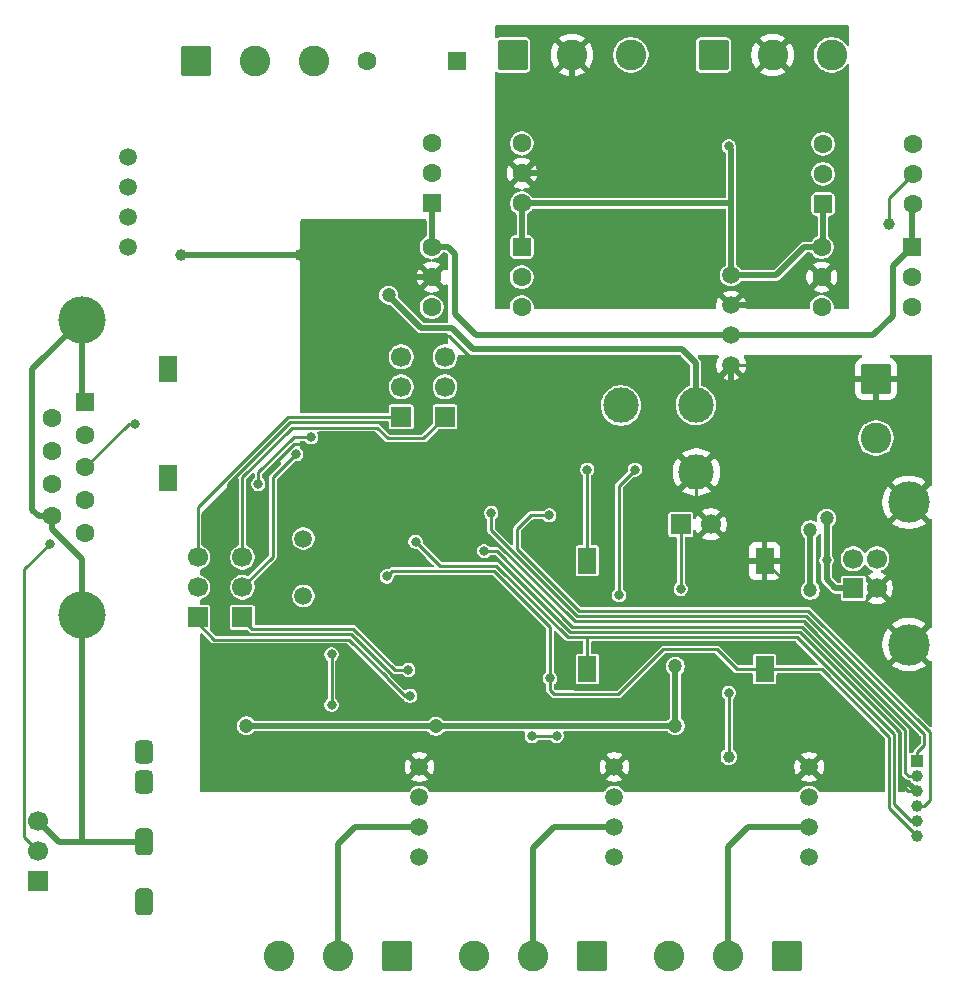
<source format=gbr>
%TF.GenerationSoftware,KiCad,Pcbnew,9.0.0*%
%TF.CreationDate,2025-03-21T17:04:22+03:00*%
%TF.ProjectId,many485,6d616e79-3438-4352-9e6b-696361645f70,rev?*%
%TF.SameCoordinates,Original*%
%TF.FileFunction,Copper,L2,Bot*%
%TF.FilePolarity,Positive*%
%FSLAX46Y46*%
G04 Gerber Fmt 4.6, Leading zero omitted, Abs format (unit mm)*
G04 Created by KiCad (PCBNEW 9.0.0) date 2025-03-21 17:04:22*
%MOMM*%
%LPD*%
G01*
G04 APERTURE LIST*
G04 Aperture macros list*
%AMRoundRect*
0 Rectangle with rounded corners*
0 $1 Rounding radius*
0 $2 $3 $4 $5 $6 $7 $8 $9 X,Y pos of 4 corners*
0 Add a 4 corners polygon primitive as box body*
4,1,4,$2,$3,$4,$5,$6,$7,$8,$9,$2,$3,0*
0 Add four circle primitives for the rounded corners*
1,1,$1+$1,$2,$3*
1,1,$1+$1,$4,$5*
1,1,$1+$1,$6,$7*
1,1,$1+$1,$8,$9*
0 Add four rect primitives between the rounded corners*
20,1,$1+$1,$2,$3,$4,$5,0*
20,1,$1+$1,$4,$5,$6,$7,0*
20,1,$1+$1,$6,$7,$8,$9,0*
20,1,$1+$1,$8,$9,$2,$3,0*%
G04 Aperture macros list end*
%TA.AperFunction,ComponentPad*%
%ADD10C,3.000000*%
%TD*%
%TA.AperFunction,ComponentPad*%
%ADD11RoundRect,0.250000X-1.050000X1.050000X-1.050000X-1.050000X1.050000X-1.050000X1.050000X1.050000X0*%
%TD*%
%TA.AperFunction,ComponentPad*%
%ADD12C,2.600000*%
%TD*%
%TA.AperFunction,ComponentPad*%
%ADD13R,1.700000X1.700000*%
%TD*%
%TA.AperFunction,ComponentPad*%
%ADD14C,1.700000*%
%TD*%
%TA.AperFunction,ComponentPad*%
%ADD15RoundRect,0.250000X-1.050000X-1.050000X1.050000X-1.050000X1.050000X1.050000X-1.050000X1.050000X0*%
%TD*%
%TA.AperFunction,ComponentPad*%
%ADD16RoundRect,0.250000X1.050000X1.050000X-1.050000X1.050000X-1.050000X-1.050000X1.050000X-1.050000X0*%
%TD*%
%TA.AperFunction,ComponentPad*%
%ADD17R,1.000000X1.000000*%
%TD*%
%TA.AperFunction,ComponentPad*%
%ADD18C,1.000000*%
%TD*%
%TA.AperFunction,ComponentPad*%
%ADD19C,1.500000*%
%TD*%
%TA.AperFunction,ComponentPad*%
%ADD20RoundRect,0.250000X0.550000X0.550000X-0.550000X0.550000X-0.550000X-0.550000X0.550000X-0.550000X0*%
%TD*%
%TA.AperFunction,ComponentPad*%
%ADD21C,1.600000*%
%TD*%
%TA.AperFunction,ComponentPad*%
%ADD22RoundRect,0.250000X-0.550000X-0.550000X0.550000X-0.550000X0.550000X0.550000X-0.550000X0.550000X0*%
%TD*%
%TA.AperFunction,ComponentPad*%
%ADD23RoundRect,0.381000X-0.381000X0.619000X-0.381000X-0.619000X0.381000X-0.619000X0.381000X0.619000X0*%
%TD*%
%TA.AperFunction,ComponentPad*%
%ADD24RoundRect,0.381000X-0.381000X0.762000X-0.381000X-0.762000X0.381000X-0.762000X0.381000X0.762000X0*%
%TD*%
%TA.AperFunction,SMDPad,CuDef*%
%ADD25R,1.600000X2.180000*%
%TD*%
%TA.AperFunction,ComponentPad*%
%ADD26C,4.000000*%
%TD*%
%TA.AperFunction,ComponentPad*%
%ADD27R,1.600000X1.600000*%
%TD*%
%TA.AperFunction,ComponentPad*%
%ADD28C,3.500000*%
%TD*%
%TA.AperFunction,ViaPad*%
%ADD29C,1.000000*%
%TD*%
%TA.AperFunction,ViaPad*%
%ADD30C,0.800000*%
%TD*%
%TA.AperFunction,ViaPad*%
%ADD31C,1.200000*%
%TD*%
%TA.AperFunction,Conductor*%
%ADD32C,0.250000*%
%TD*%
%TA.AperFunction,Conductor*%
%ADD33C,0.500000*%
%TD*%
G04 APERTURE END LIST*
D10*
%TO.P,TP1,1,1*%
%TO.N,+3.3V*%
X122631200Y-67767200D03*
%TD*%
%TO.P,TP3,1,1*%
%TO.N,GND*%
X129032000Y-73406000D03*
%TD*%
%TO.P,TP2,1,1*%
%TO.N,+5V*%
X128981200Y-67716400D03*
%TD*%
D11*
%TO.P,J9,1,Pin_1*%
%TO.N,GND*%
X144241300Y-65521200D03*
D12*
%TO.P,J9,2,Pin_2*%
%TO.N,Net-(D7-A)*%
X144241300Y-70521200D03*
%TD*%
D13*
%TO.P,JP3,1,A*%
%TO.N,/CE*%
X127711200Y-77825600D03*
D14*
%TO.P,JP3,2,B*%
%TO.N,GND*%
X130251200Y-77825600D03*
%TD*%
D13*
%TO.P,JP2,1,A*%
%TO.N,/422Rx*%
X104038400Y-68732400D03*
D14*
%TO.P,JP2,2,C*%
%TO.N,/URx*%
X104038400Y-66192400D03*
%TO.P,JP2,3,B*%
%TO.N,/Isolated_232/Rx2*%
X104038400Y-63652400D03*
%TD*%
D13*
%TO.P,JP5,1,A*%
%TO.N,/MISO*%
X86800000Y-85700000D03*
D14*
%TO.P,JP5,2,C*%
%TO.N,/SSI_422/Rx*%
X86800000Y-83160000D03*
%TO.P,JP5,3,B*%
%TO.N,/422Rx*%
X86800000Y-80620000D03*
%TD*%
D13*
%TO.P,JP6,1,A*%
%TO.N,/SSI_422/5viso6*%
X73304400Y-108000800D03*
D14*
%TO.P,JP6,2,C*%
%TO.N,/SSI_422/SSI_VR*%
X73304400Y-105460800D03*
%TO.P,JP6,3,B*%
%TO.N,/SSI_422/gndi6*%
X73304400Y-102920800D03*
%TD*%
D13*
%TO.P,JP1,1,A*%
%TO.N,/422Tx*%
X107746800Y-68732400D03*
D14*
%TO.P,JP1,2,C*%
%TO.N,/UTx*%
X107746800Y-66192400D03*
%TO.P,JP1,3,B*%
%TO.N,/Isolated_232/Tx2*%
X107746800Y-63652400D03*
%TD*%
D13*
%TO.P,JP4,1,A*%
%TO.N,/SCK*%
X90600000Y-85700000D03*
D14*
%TO.P,JP4,2,C*%
%TO.N,/SSI_422/Tx*%
X90600000Y-83160000D03*
%TO.P,JP4,3,B*%
%TO.N,/422Tx*%
X90600000Y-80620000D03*
%TD*%
D15*
%TO.P,J7,1,Pin_1*%
%TO.N,Net-(D2-A1)*%
X113486600Y-38083600D03*
D12*
%TO.P,J7,2,Pin_2*%
%TO.N,/Isolated_232/gndi5*%
X118486600Y-38083600D03*
%TO.P,J7,3,Pin_3*%
%TO.N,Net-(D3-A2)*%
X123486600Y-38083600D03*
%TD*%
D16*
%TO.P,J13,1,Pin_1*%
%TO.N,Net-(D11-A1)*%
X120179200Y-114374500D03*
D12*
%TO.P,J13,2,Pin_2*%
%TO.N,/Isolated_485_01/gndi2*%
X115179200Y-114374500D03*
%TO.P,J13,3,Pin_3*%
%TO.N,Net-(D11-A2)*%
X110179200Y-114374500D03*
%TD*%
D16*
%TO.P,J14,1,Pin_1*%
%TO.N,Net-(D10-A1)*%
X103679200Y-114374500D03*
D12*
%TO.P,J14,2,Pin_2*%
%TO.N,/Isolated_485_2/gndi2*%
X98679200Y-114374500D03*
%TO.P,J14,3,Pin_3*%
%TO.N,Net-(D10-A2)*%
X93679200Y-114374500D03*
%TD*%
D16*
%TO.P,J12,1,Pin_1*%
%TO.N,Net-(D12-A1)*%
X136679200Y-114374500D03*
D12*
%TO.P,J12,2,Pin_2*%
%TO.N,/Isolated_485_3/gndi2*%
X131679200Y-114374500D03*
%TO.P,J12,3,Pin_3*%
%TO.N,Net-(D12-A2)*%
X126679200Y-114374500D03*
%TD*%
D15*
%TO.P,J6,1,Pin_1*%
%TO.N,Net-(D4-A1)*%
X130486600Y-38083600D03*
D12*
%TO.P,J6,2,Pin_2*%
%TO.N,/Isolated_232/gndi5*%
X135486600Y-38083600D03*
%TO.P,J6,3,Pin_3*%
%TO.N,Net-(D5-A2)*%
X140486600Y-38083600D03*
%TD*%
D15*
%TO.P,J8,1,Pin_1*%
%TO.N,/CANH*%
X86669500Y-38603500D03*
D12*
%TO.P,J8,2,Pin_2*%
%TO.N,GND1*%
X91669500Y-38603500D03*
%TO.P,J8,3,Pin_3*%
%TO.N,/CANL*%
X96669500Y-38603500D03*
%TD*%
D17*
%TO.P,J3,1,Pin_1*%
%TO.N,/SWCLK*%
X147750000Y-97900000D03*
D18*
%TO.P,J3,2,Pin_2*%
%TO.N,/SWDIO*%
X147750000Y-99170000D03*
%TO.P,J3,3,Pin_3*%
%TO.N,GND*%
X147750000Y-100440000D03*
%TO.P,J3,4,Pin_4*%
%TO.N,Net-(J3-Pin_4)*%
X147750000Y-101710000D03*
%TO.P,J3,5,Pin_5*%
%TO.N,/boot*%
X147750000Y-102980000D03*
%TO.P,J3,6,Pin_6*%
%TO.N,/rst*%
X147750000Y-104250000D03*
%TD*%
D19*
%TO.P,Q2,1,GND*%
%TO.N,GND*%
X80899100Y-54342100D03*
%TO.P,Q2,2,Vin*%
%TO.N,/5vcan*%
X80899100Y-51802100D03*
%TO.P,Q2,3,0V*%
%TO.N,GND1*%
X80899100Y-49262100D03*
%TO.P,Q2,4,+Vo*%
%TO.N,Net-(Q2-+Vo)*%
X80899100Y-46722100D03*
%TD*%
D20*
%TO.P,U13,1*%
%TO.N,/Isolated_232/5viso5*%
X114249200Y-54356000D03*
D21*
%TO.P,U13,2*%
%TO.N,Net-(R6-Pad1)*%
X114249200Y-56896000D03*
%TO.P,U13,3*%
%TO.N,unconnected-(U13-Pad3)*%
X114249200Y-59436000D03*
%TO.P,U13,4*%
%TO.N,/Isolated_232/Rx2*%
X106629200Y-59436000D03*
%TO.P,U13,5*%
%TO.N,GND*%
X106629200Y-56896000D03*
%TO.P,U13,6*%
%TO.N,/Isolated_232/5Vloc5*%
X106629200Y-54356000D03*
%TD*%
D22*
%TO.P,U11,1*%
%TO.N,/Isolated_232/5Vloc5*%
X106639200Y-50647600D03*
D21*
%TO.P,U11,2*%
%TO.N,Net-(R4-Pad2)*%
X106639200Y-48107600D03*
%TO.P,U11,3*%
%TO.N,unconnected-(U11-Pad3)*%
X106639200Y-45567600D03*
%TO.P,U11,4*%
%TO.N,/Isolated_232/T2IN*%
X114259200Y-45567600D03*
%TO.P,U11,5*%
%TO.N,/Isolated_232/gndi5*%
X114259200Y-48107600D03*
%TO.P,U11,6*%
%TO.N,/Isolated_232/5viso5*%
X114259200Y-50647600D03*
%TD*%
D20*
%TO.P,SW1,1*%
%TO.N,Net-(R1-Pad2)*%
X108805000Y-38585000D03*
D21*
%TO.P,SW1,2*%
%TO.N,/CANL*%
X101185000Y-38585000D03*
%TD*%
D19*
%TO.P,Q3,1,GND*%
%TO.N,GND*%
X131973400Y-64363600D03*
%TO.P,Q3,2,Vin*%
%TO.N,/Isolated_232/5Vloc5*%
X131973400Y-61823600D03*
%TO.P,Q3,3,0V*%
%TO.N,/Isolated_232/gndi5*%
X131973400Y-59283600D03*
%TO.P,Q3,4,+Vo*%
%TO.N,/Isolated_232/5viso5*%
X131973400Y-56743600D03*
%TD*%
%TO.P,Y1,1,1*%
%TO.N,/OSCIN*%
X95758000Y-79033200D03*
%TO.P,Y1,2,2*%
%TO.N,/OSCOUT*%
X95758000Y-83913200D03*
%TD*%
%TO.P,Q7,1,GND*%
%TO.N,GND*%
X105582000Y-98370900D03*
%TO.P,Q7,2,Vin*%
%TO.N,/Isolated_485_2/5vloc2*%
X105582000Y-100910900D03*
%TO.P,Q7,3,0V*%
%TO.N,/Isolated_485_2/gndi2*%
X105582000Y-103450900D03*
%TO.P,Q7,4,+Vo*%
%TO.N,/Isolated_485_2/5viso2*%
X105582000Y-105990900D03*
%TD*%
D23*
%TO.P,Q4,1,Vin*%
%TO.N,/SSI_422/5Vloc6*%
X82288800Y-97078600D03*
%TO.P,Q4,2,GND*%
%TO.N,GND*%
X82288800Y-99618600D03*
D24*
%TO.P,Q4,4,0V*%
%TO.N,/SSI_422/gndi6*%
X82288800Y-104698600D03*
%TO.P,Q4,6,+Vo*%
%TO.N,/SSI_422/5viso6*%
X82288800Y-109778600D03*
%TD*%
D25*
%TO.P,SW2,1,1*%
%TO.N,/SSI_422/5viso6*%
X84277200Y-73881200D03*
%TO.P,SW2,2,2*%
%TO.N,/SSI_422/SSI_Z*%
X84277200Y-64701200D03*
%TD*%
%TO.P,SW3,1,1*%
%TO.N,/rst*%
X134800000Y-90100000D03*
%TO.P,SW3,2,2*%
%TO.N,GND*%
X134800000Y-80920000D03*
%TD*%
D20*
%TO.P,U12,1*%
%TO.N,/Isolated_232/5Vloc5*%
X147269200Y-54356000D03*
D21*
%TO.P,U12,2*%
%TO.N,Net-(R7-Pad2)*%
X147269200Y-56896000D03*
%TO.P,U12,3*%
%TO.N,unconnected-(U12-Pad3)*%
X147269200Y-59436000D03*
%TO.P,U12,4*%
%TO.N,/Isolated_232/T1IN*%
X139649200Y-59436000D03*
%TO.P,U12,5*%
%TO.N,/Isolated_232/gndi5*%
X139649200Y-56896000D03*
%TO.P,U12,6*%
%TO.N,/Isolated_232/5viso5*%
X139649200Y-54356000D03*
%TD*%
D19*
%TO.P,Q5,1,GND*%
%TO.N,GND*%
X138582000Y-98370900D03*
%TO.P,Q5,2,Vin*%
%TO.N,/Isolated_485_3/5vloc2*%
X138582000Y-100910900D03*
%TO.P,Q5,3,0V*%
%TO.N,/Isolated_485_3/gndi2*%
X138582000Y-103450900D03*
%TO.P,Q5,4,+Vo*%
%TO.N,/Isolated_485_3/5viso2*%
X138582000Y-105990900D03*
%TD*%
D26*
%TO.P,J10,0,PAD*%
%TO.N,/SSI_422/gndi6*%
X77000000Y-85500000D03*
X77000000Y-60500000D03*
D27*
%TO.P,J10,1,1*%
X77300000Y-67460000D03*
D21*
%TO.P,J10,2,2*%
%TO.N,/SSI_422/Y422*%
X77300000Y-70230000D03*
%TO.P,J10,3,3*%
%TO.N,/SSI_422/Z422*%
X77300000Y-73000000D03*
%TO.P,J10,4,4*%
%TO.N,/SSI_422/SSI_VR*%
X77300000Y-75770000D03*
%TO.P,J10,5,5*%
%TO.N,/SSI_422/5viso6*%
X77300000Y-78540000D03*
%TO.P,J10,6,6*%
%TO.N,/SSI_422/A422*%
X74460000Y-68845000D03*
%TO.P,J10,7,7*%
%TO.N,/SSI_422/B422*%
X74460000Y-71615000D03*
%TO.P,J10,8,8*%
%TO.N,/SSI_422/SSI_Z*%
X74460000Y-74385000D03*
%TO.P,J10,9,9*%
%TO.N,/SSI_422/gndi6*%
X74460000Y-77155000D03*
%TD*%
D13*
%TO.P,J11,1,VBUS*%
%TO.N,/VB*%
X142317300Y-83241200D03*
D14*
%TO.P,J11,2,D-*%
%TO.N,Net-(J11-D-)*%
X142317300Y-80741200D03*
%TO.P,J11,3,D+*%
%TO.N,Net-(J11-D+)*%
X144317300Y-80741200D03*
%TO.P,J11,4,GND*%
%TO.N,GND*%
X144317300Y-83241200D03*
D28*
%TO.P,J11,5,Shield*%
X147027300Y-75971200D03*
X147027300Y-88011200D03*
%TD*%
D22*
%TO.P,U10,1*%
%TO.N,/Isolated_232/5viso5*%
X139760800Y-50698400D03*
D21*
%TO.P,U10,2*%
%TO.N,Net-(R5-Pad1)*%
X139760800Y-48158400D03*
%TO.P,U10,3*%
%TO.N,unconnected-(U10-Pad3)*%
X139760800Y-45618400D03*
%TO.P,U10,4*%
%TO.N,/232Rx1*%
X147380800Y-45618400D03*
%TO.P,U10,5*%
%TO.N,GND*%
X147380800Y-48158400D03*
%TO.P,U10,6*%
%TO.N,/Isolated_232/5Vloc5*%
X147380800Y-50698400D03*
%TD*%
D19*
%TO.P,Q6,1,GND*%
%TO.N,GND*%
X122082000Y-98370900D03*
%TO.P,Q6,2,Vin*%
%TO.N,/Isolated_485_01/5vloc2*%
X122082000Y-100910900D03*
%TO.P,Q6,3,0V*%
%TO.N,/Isolated_485_01/gndi2*%
X122082000Y-103450900D03*
%TO.P,Q6,4,+Vo*%
%TO.N,/Isolated_485_01/5viso2*%
X122082000Y-105990900D03*
%TD*%
D25*
%TO.P,SW4,1,1*%
%TO.N,/boot*%
X119800000Y-90090000D03*
%TO.P,SW4,2,2*%
%TO.N,+3.3V*%
X119800000Y-80910000D03*
%TD*%
D29*
%TO.N,GND*%
X145338800Y-52374800D03*
D30*
X114147600Y-85140800D03*
D29*
X96629400Y-72186800D03*
X85369500Y-54994700D03*
D30*
X103200200Y-86639400D03*
D29*
X99771200Y-77927200D03*
D30*
X136906000Y-83769200D03*
D29*
X111305000Y-90881200D03*
X111506000Y-73050400D03*
X121564400Y-82699400D03*
D30*
X147574000Y-96062800D03*
X117023300Y-80924400D03*
X107682200Y-73105853D03*
X109372400Y-91364025D03*
D29*
X95478700Y-55010100D03*
D30*
X106926400Y-91364025D03*
X114808000Y-78790800D03*
X136906000Y-88696800D03*
X104611690Y-91364025D03*
D31*
X125323600Y-64363600D03*
D30*
X101904800Y-75082400D03*
X104017653Y-74595147D03*
X110425400Y-74472800D03*
X117483311Y-89810957D03*
D29*
X144170400Y-97332800D03*
D31*
%TO.N,+5V*%
X102971600Y-58420000D03*
X138684000Y-78282800D03*
X138684000Y-83413600D03*
X127254000Y-89865200D03*
X90932000Y-94894400D03*
X127254000Y-94894400D03*
X106984800Y-94920237D03*
D30*
%TO.N,+3.3V*%
X119786400Y-73200000D03*
%TO.N,/boot*%
X105257600Y-79298800D03*
%TO.N,/rst*%
X102819200Y-82245200D03*
X116636800Y-90881200D03*
%TO.N,/Isolated_232/5viso5*%
X131780200Y-45821600D03*
%TO.N,/Isolated_232/gndi5*%
X137977800Y-48463200D03*
X118486600Y-43942000D03*
X118216600Y-54356000D03*
X130916600Y-49225200D03*
X130307000Y-56743600D03*
X131089920Y-51880600D03*
X133774600Y-43942000D03*
X126293800Y-55372000D03*
X116387800Y-59080400D03*
X133355000Y-54711600D03*
X133355000Y-52070000D03*
X133355000Y-50241200D03*
X133761400Y-47498000D03*
X116387800Y-56235600D03*
X137622200Y-59080400D03*
X137977800Y-45821600D03*
X127716200Y-56540400D03*
%TO.N,/SSI_422/5viso6*%
X84378800Y-73863200D03*
D31*
%TO.N,/VB*%
X140055600Y-77317600D03*
D30*
X140055600Y-80873600D03*
%TO.N,/SSI_422/Z422*%
X81542600Y-69313200D03*
%TO.N,/SWDIO*%
X111055442Y-80104958D03*
%TO.N,/SWCLK*%
X111658400Y-76860400D03*
%TO.N,Net-(J3-Pin_4)*%
X116586000Y-77063600D03*
%TO.N,/SSI_422/SSI_VR*%
X74269600Y-79502000D03*
%TO.N,/SSI_422/SSI_Z*%
X84277200Y-64701200D03*
%TO.N,/CE*%
X127711200Y-83312000D03*
%TO.N,/SSI_422/Rx*%
X91948000Y-74422000D03*
X96418400Y-70459600D03*
%TO.N,/MISO*%
X104800400Y-92354400D03*
%TO.N,/SSI_422/Tx*%
X95148400Y-71882000D03*
%TO.N,/SCK*%
X104648000Y-90170000D03*
%TO.N,Net-(Q1-G)*%
X122478800Y-83820000D03*
X123835200Y-73200000D03*
%TO.N,/485DE2*%
X98145600Y-88849200D03*
X98145600Y-93116400D03*
%TO.N,/485DE3*%
X131775200Y-92100400D03*
D29*
X131775200Y-97500000D03*
D30*
%TO.N,/485Rx1*%
X115112807Y-95762828D03*
X117195600Y-95758000D03*
%TD*%
D32*
%TO.N,GND*%
X145338800Y-52374800D02*
X145338800Y-50200400D01*
X145338800Y-50200400D02*
X146486800Y-49052400D01*
%TO.N,/485Rx1*%
X115112807Y-95762828D02*
X117190772Y-95762828D01*
X117190772Y-95762828D02*
X117195600Y-95758000D01*
%TO.N,GND*%
X112649000Y-86639400D02*
X114147600Y-85140800D01*
X103200200Y-86639400D02*
X112649000Y-86639400D01*
%TO.N,/rst*%
X102819200Y-82245200D02*
X103276980Y-81787420D01*
X103276980Y-81787420D02*
X111909065Y-81787420D01*
X111909065Y-81787420D02*
X116642475Y-86520830D01*
X116642475Y-86520830D02*
X116642475Y-87217925D01*
X116642475Y-87217925D02*
X116636800Y-87223600D01*
X116636800Y-87223600D02*
X116636800Y-90881200D01*
%TO.N,/boot*%
X105257600Y-79298800D02*
X107295220Y-81336420D01*
X107295220Y-81336420D02*
X112095875Y-81336420D01*
X112095875Y-81336420D02*
X118161455Y-87402000D01*
X118161455Y-87402000D02*
X119786400Y-87402000D01*
%TO.N,GND*%
X109575600Y-79298800D02*
X109575600Y-79651836D01*
X109575600Y-79651836D02*
X110754722Y-80830958D01*
X118348265Y-86951000D02*
X137767970Y-86951000D01*
X110754722Y-80830958D02*
X112228223Y-80830958D01*
X112228223Y-80830958D02*
X118348265Y-86951000D01*
X137767970Y-86951000D02*
X146250000Y-95433030D01*
X146250000Y-95433030D02*
X146250000Y-99750000D01*
X146250000Y-99750000D02*
X146940000Y-100440000D01*
X146940000Y-100440000D02*
X147750000Y-100440000D01*
%TO.N,/SWDIO*%
X111055442Y-80104958D02*
X112140033Y-80104958D01*
X112140033Y-80104958D02*
X118535075Y-86500000D01*
X118535075Y-86500000D02*
X137954780Y-86500000D01*
X137954780Y-86500000D02*
X146701000Y-95246220D01*
X146701000Y-95246220D02*
X146701000Y-98847400D01*
X146701000Y-98847400D02*
X147023600Y-99170000D01*
X147023600Y-99170000D02*
X147750000Y-99170000D01*
%TO.N,GND*%
X147574000Y-96062800D02*
X147574000Y-95481410D01*
X147574000Y-95481410D02*
X138141590Y-86049000D01*
X138141590Y-86049000D02*
X118721885Y-86049000D01*
X118721885Y-86049000D02*
X111971685Y-79298800D01*
X111971685Y-79298800D02*
X109575600Y-79298800D01*
%TO.N,/SWCLK*%
X147750000Y-97900000D02*
X147750000Y-97118400D01*
X138328400Y-85598000D02*
X118908695Y-85598000D01*
X147750000Y-97118400D02*
X148342200Y-96526200D01*
X148342200Y-96526200D02*
X148342200Y-95611800D01*
X148342200Y-95611800D02*
X138328400Y-85598000D01*
X118908695Y-85598000D02*
X111658400Y-78347705D01*
X111658400Y-78347705D02*
X111658400Y-76860400D01*
%TO.N,Net-(J3-Pin_4)*%
X147750000Y-101710000D02*
X148290000Y-101710000D01*
X148290000Y-101710000D02*
X148793200Y-101206800D01*
X148793200Y-101206800D02*
X148793200Y-95424990D01*
X113856905Y-78217895D02*
X115011200Y-77063600D01*
X148793200Y-95424990D02*
X138515210Y-85147000D01*
X115011200Y-77063600D02*
X116586000Y-77063600D01*
X138515210Y-85147000D02*
X119095505Y-85147000D01*
X119095505Y-85147000D02*
X113856905Y-79908400D01*
X113856905Y-79908400D02*
X113856905Y-78217895D01*
D33*
%TO.N,+5V*%
X127254000Y-89865200D02*
X127254000Y-94894400D01*
X138684000Y-78282800D02*
X138684000Y-83413600D01*
D32*
%TO.N,/CE*%
X127711200Y-83312000D02*
X127711200Y-77825600D01*
%TO.N,/SSI_422/SSI_VR*%
X73304400Y-105460800D02*
X72126000Y-104282400D01*
X72126000Y-104282400D02*
X72126000Y-81645600D01*
X72126000Y-81645600D02*
X74269600Y-79502000D01*
D33*
%TO.N,/Isolated_485_2/gndi2*%
X105582000Y-103450900D02*
X100104700Y-103450900D01*
X100104700Y-103450900D02*
X98679200Y-104876400D01*
X98679200Y-104876400D02*
X98679200Y-114374500D01*
%TO.N,/Isolated_485_01/gndi2*%
X122082000Y-103450900D02*
X116970300Y-103450900D01*
X116970300Y-103450900D02*
X115179200Y-105242000D01*
X115179200Y-105242000D02*
X115179200Y-114374500D01*
%TO.N,/Isolated_485_3/gndi2*%
X133378700Y-103450900D02*
X131673600Y-105156000D01*
X138582000Y-103450900D02*
X133378700Y-103450900D01*
X131673600Y-105156000D02*
X131679200Y-105161600D01*
X131679200Y-105161600D02*
X131679200Y-114374500D01*
D32*
%TO.N,GND*%
X99802800Y-87131010D02*
X89518610Y-87131010D01*
X144170400Y-97332800D02*
X138836400Y-91998800D01*
X99466400Y-75082400D02*
X101904800Y-75082400D01*
D33*
X95478700Y-55010100D02*
X95802500Y-55010100D01*
D32*
X122732800Y-92659200D02*
X113080800Y-92659200D01*
X108102400Y-61925200D02*
X105918000Y-61925200D01*
X118160800Y-77419200D02*
X118160800Y-75438000D01*
X121564400Y-82699400D02*
X117700600Y-82699400D01*
X101854000Y-58623200D02*
X101854000Y-56896000D01*
D33*
X95463300Y-54994700D02*
X95478700Y-55010100D01*
D32*
X136906000Y-83026000D02*
X134800000Y-80920000D01*
X109372400Y-91364025D02*
X110822175Y-91364025D01*
X94601470Y-69189600D02*
X89357200Y-74433870D01*
X104611690Y-91364025D02*
X104235400Y-90987735D01*
X88900000Y-81889600D02*
X89357200Y-81889600D01*
X107696000Y-73119653D02*
X107682200Y-73105853D01*
X110540800Y-64363600D02*
X108102400Y-61925200D01*
X99771200Y-77927200D02*
X101803200Y-77927200D01*
X112168600Y-91747000D02*
X112168600Y-91744800D01*
X101803200Y-77927200D02*
X101803200Y-85242400D01*
X95453200Y-71069200D02*
X99466400Y-75082400D01*
X117023300Y-80924400D02*
X117023300Y-82022100D01*
X117195600Y-74472800D02*
X111506000Y-74472800D01*
X109677200Y-74472800D02*
X109575600Y-74574400D01*
D33*
X85369500Y-54994700D02*
X95463300Y-54994700D01*
D32*
X114808000Y-78790800D02*
X116789200Y-78790800D01*
X104235400Y-90987735D02*
X104235400Y-90932000D01*
X133604000Y-91998800D02*
X130454400Y-88849200D01*
X111506000Y-74472800D02*
X109677200Y-74472800D01*
X122241190Y-91757200D02*
X126051190Y-87947200D01*
D33*
X131973400Y-64363600D02*
X131973400Y-70464600D01*
D32*
X102197200Y-69189600D02*
X94601470Y-69189600D01*
X109575600Y-74574400D02*
X109575600Y-75082400D01*
X105156000Y-61925200D02*
X101854000Y-58623200D01*
X126051190Y-87947200D02*
X136156400Y-87947200D01*
X125323600Y-64363600D02*
X110540800Y-64363600D01*
X101803200Y-77927200D02*
X105711000Y-77927200D01*
D33*
X125323600Y-64363600D02*
X125323600Y-69697600D01*
D32*
X113080800Y-92659200D02*
X112168600Y-91747000D01*
X103124000Y-70104000D02*
X102203400Y-69183400D01*
X106222800Y-89662000D02*
X106222800Y-91364025D01*
X106222800Y-91364025D02*
X109372400Y-91364025D01*
X94934480Y-71069200D02*
X95453200Y-71069200D01*
X105918000Y-61925200D02*
X105918000Y-69748400D01*
X107696000Y-75082400D02*
X104504906Y-75082400D01*
X88747600Y-86360000D02*
X88747600Y-82042000D01*
X105918000Y-69748400D02*
X105562400Y-70104000D01*
X144241300Y-65521200D02*
X141975200Y-65521200D01*
X110822175Y-91364025D02*
X111305000Y-90881200D01*
X129032000Y-76606400D02*
X129032000Y-73406000D01*
X111506000Y-73050400D02*
X111506000Y-74472800D01*
X105711000Y-77927200D02*
X107082600Y-79298800D01*
X146486800Y-49052400D02*
X147380800Y-48158400D01*
X92716200Y-73287480D02*
X94934480Y-71069200D01*
D33*
X97688400Y-56896000D02*
X101854000Y-56896000D01*
D32*
X116789200Y-78790800D02*
X118160800Y-77419200D01*
X103524200Y-90852410D02*
X99802800Y-87131010D01*
X126542800Y-88849200D02*
X122732800Y-92659200D01*
X92716200Y-80359400D02*
X92716200Y-73287480D01*
X138836400Y-91998800D02*
X133604000Y-91998800D01*
X104178400Y-90875000D02*
X103524200Y-90875000D01*
X141975200Y-65521200D02*
X140817600Y-64363600D01*
D33*
X101854000Y-56896000D02*
X106629200Y-56896000D01*
D32*
X114808000Y-78790800D02*
X114889700Y-78790800D01*
X136156400Y-87947200D02*
X136906000Y-88696800D01*
X89357200Y-81889600D02*
X91186000Y-81889600D01*
D33*
X95802500Y-55010100D02*
X97688400Y-56896000D01*
D32*
X91186000Y-81889600D02*
X92716200Y-80359400D01*
X112168600Y-91744800D02*
X111305000Y-90881200D01*
X117483311Y-90520911D02*
X118719600Y-91757200D01*
X118160800Y-75438000D02*
X117195600Y-74472800D01*
X102392053Y-74595147D02*
X101904800Y-75082400D01*
X104017653Y-74595147D02*
X102392053Y-74595147D01*
D33*
X125323600Y-69697600D02*
X129032000Y-73406000D01*
D32*
X89357200Y-74433870D02*
X89357200Y-81889600D01*
X130454400Y-88849200D02*
X126542800Y-88849200D01*
X117483311Y-89810957D02*
X117483311Y-90520911D01*
X136906000Y-83769200D02*
X136906000Y-83026000D01*
X104504906Y-75082400D02*
X104017653Y-74595147D01*
X114889700Y-78790800D02*
X117023300Y-80924400D01*
X140817600Y-64363600D02*
X131973400Y-64363600D01*
X102203400Y-69183400D02*
X102197200Y-69189600D01*
X104235400Y-90932000D02*
X104178400Y-90875000D01*
X117023300Y-82022100D02*
X117700600Y-82699400D01*
X103524200Y-90875000D02*
X103524200Y-90852410D01*
X88747600Y-82042000D02*
X88900000Y-81889600D01*
X107082600Y-79298800D02*
X109575600Y-79298800D01*
X109575600Y-75082400D02*
X109575600Y-79298800D01*
X89518610Y-87131010D02*
X88747600Y-86360000D01*
X101803200Y-85242400D02*
X106222800Y-89662000D01*
X105562400Y-70104000D02*
X103124000Y-70104000D01*
X130251200Y-77825600D02*
X129032000Y-76606400D01*
X105918000Y-61925200D02*
X105156000Y-61925200D01*
D33*
X131973400Y-70464600D02*
X129032000Y-73406000D01*
D32*
X107696000Y-75082400D02*
X109575600Y-75082400D01*
X118719600Y-91757200D02*
X122241190Y-91757200D01*
X107696000Y-75082400D02*
X107696000Y-73119653D01*
X104611690Y-91364025D02*
X106222800Y-91364025D01*
D33*
%TO.N,+5V*%
X102971600Y-58470800D02*
X105714800Y-61214000D01*
X108356400Y-61214000D02*
X110134400Y-62992000D01*
X102971600Y-58420000D02*
X102971600Y-58470800D01*
X110134400Y-62992000D02*
X127812800Y-62992000D01*
X128981200Y-64160400D02*
X128981200Y-67716400D01*
X127812800Y-62992000D02*
X128981200Y-64160400D01*
X105714800Y-61214000D02*
X108356400Y-61214000D01*
X127254000Y-94894400D02*
X106984800Y-94920237D01*
X106984800Y-94920237D02*
X90932000Y-94894400D01*
D32*
%TO.N,+3.3V*%
X119800000Y-80910000D02*
X119800000Y-73213600D01*
X119800000Y-73213600D02*
X119786400Y-73200000D01*
%TO.N,/boot*%
X147750000Y-102980000D02*
X147230000Y-102980000D01*
X145796000Y-101546000D02*
X145796000Y-95616840D01*
X137581160Y-87402000D02*
X119786400Y-87402000D01*
X145796000Y-95616840D02*
X137581160Y-87402000D01*
X147230000Y-102980000D02*
X145796000Y-101546000D01*
X119800000Y-87415600D02*
X119786400Y-87402000D01*
X119800000Y-90090000D02*
X119800000Y-87415600D01*
%TO.N,/rst*%
X147750000Y-104250000D02*
X145338800Y-101838800D01*
X132447400Y-90100000D02*
X130745600Y-88398200D01*
X145338800Y-101838800D02*
X145338800Y-95797450D01*
X130745600Y-88398200D02*
X126238000Y-88398200D01*
X134800000Y-90100000D02*
X132447400Y-90100000D01*
X145338800Y-95797450D02*
X139641350Y-90100000D01*
X122428000Y-92208200D02*
X116998600Y-92208200D01*
X126238000Y-88398200D02*
X122428000Y-92208200D01*
X116998600Y-92208200D02*
X116636800Y-91846400D01*
X116636800Y-91846400D02*
X116636800Y-90881200D01*
X139641350Y-90100000D02*
X134800000Y-90100000D01*
D33*
%TO.N,/Isolated_232/5Vloc5*%
X108559600Y-59994800D02*
X110388400Y-61823600D01*
X147269200Y-54356000D02*
X147269200Y-50810000D01*
X106639200Y-54346000D02*
X106629200Y-54356000D01*
X106639200Y-50647600D02*
X106639200Y-54346000D01*
X147269200Y-50810000D02*
X147380800Y-50698400D01*
X144018000Y-61823600D02*
X145643600Y-60198000D01*
X110388400Y-61823600D02*
X131973400Y-61823600D01*
X145643600Y-60198000D02*
X145643600Y-55981600D01*
X131973400Y-61823600D02*
X144018000Y-61823600D01*
X106629200Y-54356000D02*
X108000800Y-54356000D01*
X108000800Y-54356000D02*
X108559600Y-54914800D01*
X108559600Y-54914800D02*
X108559600Y-59994800D01*
X145643600Y-55981600D02*
X147269200Y-54356000D01*
%TO.N,/Isolated_232/5viso5*%
X135793400Y-56743600D02*
X138181000Y-54356000D01*
X114259200Y-50647600D02*
X131973400Y-50647600D01*
X114259200Y-54346000D02*
X114249200Y-54356000D01*
X139760800Y-50698400D02*
X139760800Y-54244400D01*
X114259200Y-50647600D02*
X114259200Y-54346000D01*
X131973400Y-56743600D02*
X135793400Y-56743600D01*
X131973400Y-56743600D02*
X131973400Y-50647600D01*
X139649200Y-54356000D02*
X138181000Y-54356000D01*
X131973400Y-46014800D02*
X131780200Y-45821600D01*
X139760800Y-54244400D02*
X139649200Y-54356000D01*
X131973400Y-50647600D02*
X131973400Y-46014800D01*
%TO.N,/Isolated_232/gndi5*%
X118486600Y-43942000D02*
X118486600Y-38083600D01*
D32*
X120553000Y-36017200D02*
X118486600Y-38083600D01*
D33*
X118486600Y-45704000D02*
X118486600Y-43942000D01*
X141330600Y-55214600D02*
X141330600Y-43927600D01*
X116083000Y-48107600D02*
X118486600Y-45704000D01*
D32*
X118216600Y-54406800D02*
X116387800Y-56235600D01*
D33*
X137977800Y-45821600D02*
X137977800Y-48463200D01*
X133405800Y-59283600D02*
X134828200Y-57861200D01*
X131973400Y-59283600D02*
X133405800Y-59283600D01*
D32*
X130307000Y-56743600D02*
X127919400Y-56743600D01*
D33*
X139649200Y-56896000D02*
X138638200Y-57907000D01*
D32*
X118216600Y-54356000D02*
X118216600Y-54406800D01*
X127716200Y-56540400D02*
X127462200Y-56540400D01*
D33*
X133355000Y-50241200D02*
X133355000Y-52070000D01*
X138592400Y-57861200D02*
X137876200Y-57861200D01*
X137876200Y-57861200D02*
X134828200Y-57861200D01*
X133355000Y-52070000D02*
X133355000Y-54711600D01*
D32*
X125277800Y-54356000D02*
X118216600Y-54356000D01*
X133761400Y-41770800D02*
X133774600Y-41757600D01*
X116387800Y-56235600D02*
X116387800Y-59080400D01*
D33*
X137876200Y-57861200D02*
X137876200Y-58826400D01*
D32*
X135486600Y-38083600D02*
X133420200Y-36017200D01*
D33*
X139649200Y-56896000D02*
X141330600Y-55214600D01*
D32*
X133420200Y-36017200D02*
X120553000Y-36017200D01*
D33*
X141330600Y-43927600D02*
X135486600Y-38083600D01*
X114259200Y-48107600D02*
X116083000Y-48107600D01*
X137876200Y-58826400D02*
X137622200Y-59080400D01*
X133774600Y-43942000D02*
X118486600Y-43942000D01*
D32*
X127462200Y-56540400D02*
X126293800Y-55372000D01*
X126293800Y-55372000D02*
X125277800Y-54356000D01*
X118216600Y-54356000D02*
X118115000Y-54356000D01*
D33*
X138638200Y-57907000D02*
X138592400Y-57861200D01*
D32*
X127919400Y-56743600D02*
X127716200Y-56540400D01*
D33*
%TO.N,/SSI_422/gndi6*%
X72796400Y-64703600D02*
X77000000Y-60500000D01*
X77000000Y-104685800D02*
X77012800Y-104698600D01*
X74460000Y-78219200D02*
X74460000Y-77155000D01*
X73345000Y-77155000D02*
X72796400Y-76606400D01*
X77000000Y-67160000D02*
X77300000Y-67460000D01*
X72796400Y-76606400D02*
X72796400Y-64703600D01*
X75082200Y-104698600D02*
X73304400Y-102920800D01*
X77000000Y-85500000D02*
X77000000Y-104685800D01*
X74460000Y-77155000D02*
X73345000Y-77155000D01*
X82288800Y-104698600D02*
X77012800Y-104698600D01*
X77000000Y-80759200D02*
X74460000Y-78219200D01*
X77012800Y-104698600D02*
X75082200Y-104698600D01*
X77000000Y-85500000D02*
X77000000Y-80759200D01*
X77000000Y-60500000D02*
X77000000Y-67160000D01*
%TO.N,/SSI_422/5viso6*%
X84360800Y-73881200D02*
X84378800Y-73863200D01*
X84277200Y-73881200D02*
X84360800Y-73881200D01*
%TO.N,/VB*%
X140797600Y-83241200D02*
X140055600Y-82499200D01*
X140055600Y-82499200D02*
X140055600Y-80873600D01*
X140055600Y-80873600D02*
X140055600Y-77317600D01*
X142317300Y-83241200D02*
X140797600Y-83241200D01*
D32*
%TO.N,/SSI_422/Z422*%
X77300000Y-73000000D02*
X80986800Y-69313200D01*
X80986800Y-69313200D02*
X81542600Y-69313200D01*
%TO.N,/422Rx*%
X94420860Y-68732400D02*
X86800000Y-76353260D01*
X86800000Y-76353260D02*
X86800000Y-80620000D01*
X104038400Y-68732400D02*
X94420860Y-68732400D01*
%TO.N,/422Tx*%
X102022790Y-69640600D02*
X102943390Y-70561200D01*
X105918000Y-70561200D02*
X107746800Y-68732400D01*
X102943390Y-70561200D02*
X105918000Y-70561200D01*
X90600000Y-73828880D02*
X94788280Y-69640600D01*
X90600000Y-80620000D02*
X90600000Y-73828880D01*
X94788280Y-69640600D02*
X102022790Y-69640600D01*
%TO.N,/SSI_422/Rx*%
X91948000Y-73417870D02*
X91948000Y-74422000D01*
X96367600Y-70408800D02*
X94957070Y-70408800D01*
X96418400Y-70459600D02*
X96367600Y-70408800D01*
X94957070Y-70408800D02*
X91948000Y-73417870D01*
%TO.N,/MISO*%
X102816390Y-90805000D02*
X102816390Y-90782410D01*
X88191610Y-87582010D02*
X99615990Y-87582010D01*
X104365790Y-92354400D02*
X102816390Y-90805000D01*
X104800400Y-92354400D02*
X104365790Y-92354400D01*
X102816390Y-90782410D02*
X99615990Y-87582010D01*
X86800000Y-86190400D02*
X88191610Y-87582010D01*
X86800000Y-85700000D02*
X86800000Y-86190400D01*
%TO.N,/SSI_422/Tx*%
X93167200Y-80592800D02*
X93167200Y-73863200D01*
X90600000Y-83160000D02*
X93167200Y-80592800D01*
X93167200Y-73863200D02*
X95148400Y-71882000D01*
%TO.N,/SCK*%
X104648000Y-90170000D02*
X103479600Y-90170000D01*
X99974400Y-86664800D02*
X99959190Y-86680010D01*
X90600000Y-85875600D02*
X90600000Y-85700000D01*
X103479600Y-90170000D02*
X99974400Y-86664800D01*
X99959190Y-86680010D02*
X91404410Y-86680010D01*
X91404410Y-86680010D02*
X90600000Y-85875600D01*
%TO.N,Net-(Q1-G)*%
X122478800Y-74556400D02*
X123835200Y-73200000D01*
X122478800Y-83820000D02*
X122478800Y-74556400D01*
%TO.N,/485DE2*%
X98145600Y-88849200D02*
X98145600Y-93116400D01*
%TO.N,/485DE3*%
X131775200Y-97500000D02*
X131775200Y-92100400D01*
%TD*%
%TA.AperFunction,Conductor*%
%TO.N,/Isolated_232/gndi5*%
G36*
X141929639Y-35603285D02*
G01*
X141975394Y-35656089D01*
X141986600Y-35707600D01*
X141986600Y-37213736D01*
X141966915Y-37280775D01*
X141914111Y-37326530D01*
X141844953Y-37336474D01*
X141781397Y-37307449D01*
X141762282Y-37286622D01*
X141734542Y-37248443D01*
X141631117Y-37106090D01*
X141464110Y-36939083D01*
X141273033Y-36800257D01*
X141062596Y-36693033D01*
X140837968Y-36620046D01*
X140604697Y-36583100D01*
X140604692Y-36583100D01*
X140368508Y-36583100D01*
X140368503Y-36583100D01*
X140135231Y-36620046D01*
X139910603Y-36693033D01*
X139700166Y-36800257D01*
X139591150Y-36879462D01*
X139509090Y-36939083D01*
X139509088Y-36939085D01*
X139509087Y-36939085D01*
X139342085Y-37106087D01*
X139342085Y-37106088D01*
X139342083Y-37106090D01*
X139282462Y-37188150D01*
X139203257Y-37297166D01*
X139096033Y-37507603D01*
X139023046Y-37732231D01*
X138986100Y-37965502D01*
X138986100Y-38201697D01*
X139023046Y-38434968D01*
X139096033Y-38659594D01*
X139133741Y-38733600D01*
X139203257Y-38870033D01*
X139342083Y-39061110D01*
X139509090Y-39228117D01*
X139700167Y-39366943D01*
X139763654Y-39399291D01*
X139910603Y-39474166D01*
X139910605Y-39474166D01*
X139910608Y-39474168D01*
X140012430Y-39507252D01*
X140135231Y-39547153D01*
X140368503Y-39584100D01*
X140368508Y-39584100D01*
X140604697Y-39584100D01*
X140837968Y-39547153D01*
X140860035Y-39539983D01*
X141062592Y-39474168D01*
X141273033Y-39366943D01*
X141464110Y-39228117D01*
X141631117Y-39061110D01*
X141762282Y-38880576D01*
X141817612Y-38837912D01*
X141887226Y-38831933D01*
X141949021Y-38864539D01*
X141983378Y-38925378D01*
X141986600Y-38953463D01*
X141986600Y-59459600D01*
X141966915Y-59526639D01*
X141914111Y-59572394D01*
X141862600Y-59583600D01*
X140773700Y-59583600D01*
X140706661Y-59563915D01*
X140660906Y-59511111D01*
X140649700Y-59459600D01*
X140649700Y-59337456D01*
X140611252Y-59144170D01*
X140611251Y-59144169D01*
X140611251Y-59144165D01*
X140536426Y-58963520D01*
X140535835Y-58962092D01*
X140535828Y-58962079D01*
X140426339Y-58798218D01*
X140426336Y-58798214D01*
X140286985Y-58658863D01*
X140286981Y-58658860D01*
X140123120Y-58549371D01*
X140123107Y-58549364D01*
X139941039Y-58473950D01*
X139941029Y-58473947D01*
X139760137Y-58437965D01*
X139698226Y-58405580D01*
X139663652Y-58344864D01*
X139667392Y-58275095D01*
X139708259Y-58218423D01*
X139764931Y-58193875D01*
X139953617Y-58163990D01*
X140148231Y-58100755D01*
X140330549Y-58007859D01*
X140375121Y-57975474D01*
X139695647Y-57296000D01*
X139701861Y-57296000D01*
X139803594Y-57268741D01*
X139894806Y-57216080D01*
X139969280Y-57141606D01*
X140021941Y-57050394D01*
X140049200Y-56948661D01*
X140049200Y-56942447D01*
X140728674Y-57621921D01*
X140761059Y-57577349D01*
X140853955Y-57395031D01*
X140917190Y-57200417D01*
X140949200Y-56998317D01*
X140949200Y-56793682D01*
X140917190Y-56591582D01*
X140853955Y-56396968D01*
X140761059Y-56214650D01*
X140728674Y-56170077D01*
X140728674Y-56170076D01*
X140049200Y-56849551D01*
X140049200Y-56843339D01*
X140021941Y-56741606D01*
X139969280Y-56650394D01*
X139894806Y-56575920D01*
X139803594Y-56523259D01*
X139701861Y-56496000D01*
X139695646Y-56496000D01*
X140375122Y-55816524D01*
X140375121Y-55816523D01*
X140330559Y-55784147D01*
X140330550Y-55784141D01*
X140148231Y-55691244D01*
X139953617Y-55628009D01*
X139764931Y-55598124D01*
X139701796Y-55568194D01*
X139664865Y-55508883D01*
X139665863Y-55439020D01*
X139704473Y-55380788D01*
X139760138Y-55354034D01*
X139762089Y-55353646D01*
X139941035Y-55318051D01*
X140123114Y-55242632D01*
X140286982Y-55133139D01*
X140426339Y-54993782D01*
X140535832Y-54829914D01*
X140611251Y-54647835D01*
X140649700Y-54454541D01*
X140649700Y-54257459D01*
X140649700Y-54257456D01*
X140611252Y-54064170D01*
X140611251Y-54064169D01*
X140611251Y-54064165D01*
X140560372Y-53941331D01*
X140535835Y-53882092D01*
X140535828Y-53882079D01*
X140426339Y-53718218D01*
X140426336Y-53718214D01*
X140286989Y-53578867D01*
X140286983Y-53578862D01*
X140286980Y-53578860D01*
X140266406Y-53565112D01*
X140221603Y-53511498D01*
X140211300Y-53462012D01*
X140211300Y-51822900D01*
X140230985Y-51755861D01*
X140283789Y-51710106D01*
X140335300Y-51698900D01*
X140365070Y-51698900D01*
X140395499Y-51696046D01*
X140395501Y-51696046D01*
X140459590Y-51673619D01*
X140523682Y-51651193D01*
X140632950Y-51570550D01*
X140713593Y-51461282D01*
X140736019Y-51397190D01*
X140758446Y-51333101D01*
X140758446Y-51333099D01*
X140761300Y-51302669D01*
X140761300Y-50094130D01*
X140758446Y-50063700D01*
X140758446Y-50063698D01*
X140713593Y-49935519D01*
X140713592Y-49935517D01*
X140665580Y-49870463D01*
X140632950Y-49826250D01*
X140523682Y-49745607D01*
X140523680Y-49745606D01*
X140395500Y-49700753D01*
X140365070Y-49697900D01*
X140365066Y-49697900D01*
X139156534Y-49697900D01*
X139156530Y-49697900D01*
X139126100Y-49700753D01*
X139126098Y-49700753D01*
X138997919Y-49745606D01*
X138997917Y-49745607D01*
X138888650Y-49826250D01*
X138808007Y-49935517D01*
X138808006Y-49935519D01*
X138763153Y-50063698D01*
X138763153Y-50063700D01*
X138760300Y-50094130D01*
X138760300Y-51302669D01*
X138763153Y-51333099D01*
X138763153Y-51333101D01*
X138808006Y-51461280D01*
X138808007Y-51461282D01*
X138888650Y-51570550D01*
X138997918Y-51651193D01*
X139040645Y-51666144D01*
X139126099Y-51696046D01*
X139156530Y-51698900D01*
X139156534Y-51698900D01*
X139186300Y-51698900D01*
X139253339Y-51718585D01*
X139299094Y-51771389D01*
X139310300Y-51822900D01*
X139310300Y-53330588D01*
X139290615Y-53397627D01*
X139237811Y-53443382D01*
X139233754Y-53445148D01*
X139175294Y-53469363D01*
X139175279Y-53469371D01*
X139011418Y-53578860D01*
X139011414Y-53578863D01*
X138872063Y-53718214D01*
X138872057Y-53718222D01*
X138783746Y-53850390D01*
X138730134Y-53895196D01*
X138680644Y-53905500D01*
X138121691Y-53905500D01*
X138007114Y-53936200D01*
X137998231Y-53941330D01*
X137998228Y-53941331D01*
X137904392Y-53995506D01*
X137904384Y-53995512D01*
X135643116Y-56256781D01*
X135581793Y-56290266D01*
X135555435Y-56293100D01*
X132881822Y-56293100D01*
X132814783Y-56273415D01*
X132778720Y-56237991D01*
X132711702Y-56137692D01*
X132711699Y-56137688D01*
X132579311Y-56005300D01*
X132579307Y-56005297D01*
X132479009Y-55938279D01*
X132434204Y-55884666D01*
X132423900Y-55835177D01*
X132423900Y-48256943D01*
X138760299Y-48256943D01*
X138798747Y-48450229D01*
X138798750Y-48450239D01*
X138874164Y-48632307D01*
X138874171Y-48632320D01*
X138983660Y-48796181D01*
X138983663Y-48796185D01*
X139123014Y-48935536D01*
X139123018Y-48935539D01*
X139286879Y-49045028D01*
X139286892Y-49045035D01*
X139468960Y-49120449D01*
X139468965Y-49120451D01*
X139468969Y-49120451D01*
X139468970Y-49120452D01*
X139662256Y-49158900D01*
X139662259Y-49158900D01*
X139859343Y-49158900D01*
X139989382Y-49133032D01*
X140052635Y-49120451D01*
X140234714Y-49045032D01*
X140398582Y-48935539D01*
X140537939Y-48796182D01*
X140647432Y-48632314D01*
X140722851Y-48450235D01*
X140735432Y-48386982D01*
X140761300Y-48256943D01*
X140761300Y-48059856D01*
X140722852Y-47866570D01*
X140722851Y-47866569D01*
X140722851Y-47866565D01*
X140690110Y-47787520D01*
X140647435Y-47684492D01*
X140647428Y-47684479D01*
X140537939Y-47520618D01*
X140537936Y-47520614D01*
X140398585Y-47381263D01*
X140398581Y-47381260D01*
X140234720Y-47271771D01*
X140234707Y-47271764D01*
X140052639Y-47196350D01*
X140052629Y-47196347D01*
X139859343Y-47157900D01*
X139859341Y-47157900D01*
X139662259Y-47157900D01*
X139662257Y-47157900D01*
X139468970Y-47196347D01*
X139468960Y-47196350D01*
X139286892Y-47271764D01*
X139286879Y-47271771D01*
X139123018Y-47381260D01*
X139123014Y-47381263D01*
X138983663Y-47520614D01*
X138983660Y-47520618D01*
X138874171Y-47684479D01*
X138874164Y-47684492D01*
X138798750Y-47866560D01*
X138798747Y-47866570D01*
X138760300Y-48059856D01*
X138760300Y-48059859D01*
X138760300Y-48256941D01*
X138760300Y-48256943D01*
X138760299Y-48256943D01*
X132423900Y-48256943D01*
X132423900Y-45955493D01*
X132423900Y-45955491D01*
X132393199Y-45840914D01*
X132393199Y-45840913D01*
X132391867Y-45838607D01*
X132388149Y-45828367D01*
X132386955Y-45809385D01*
X132380700Y-45786038D01*
X132380700Y-45742545D01*
X132380700Y-45742543D01*
X132373841Y-45716943D01*
X138760299Y-45716943D01*
X138798747Y-45910229D01*
X138798750Y-45910239D01*
X138874164Y-46092307D01*
X138874171Y-46092320D01*
X138983660Y-46256181D01*
X138983663Y-46256185D01*
X139123014Y-46395536D01*
X139123018Y-46395539D01*
X139286879Y-46505028D01*
X139286892Y-46505035D01*
X139468960Y-46580449D01*
X139468965Y-46580451D01*
X139468969Y-46580451D01*
X139468970Y-46580452D01*
X139662256Y-46618900D01*
X139662259Y-46618900D01*
X139859343Y-46618900D01*
X139992624Y-46592388D01*
X140052635Y-46580451D01*
X140234714Y-46505032D01*
X140398582Y-46395539D01*
X140537939Y-46256182D01*
X140647432Y-46092314D01*
X140722851Y-45910235D01*
X140739136Y-45828367D01*
X140761300Y-45716943D01*
X140761300Y-45519856D01*
X140722852Y-45326570D01*
X140722851Y-45326569D01*
X140722851Y-45326565D01*
X140701807Y-45275760D01*
X140647435Y-45144492D01*
X140647428Y-45144479D01*
X140537939Y-44980618D01*
X140537936Y-44980614D01*
X140398585Y-44841263D01*
X140398581Y-44841260D01*
X140234720Y-44731771D01*
X140234707Y-44731764D01*
X140052639Y-44656350D01*
X140052629Y-44656347D01*
X139859343Y-44617900D01*
X139859341Y-44617900D01*
X139662259Y-44617900D01*
X139662257Y-44617900D01*
X139468970Y-44656347D01*
X139468960Y-44656350D01*
X139286892Y-44731764D01*
X139286879Y-44731771D01*
X139123018Y-44841260D01*
X139123014Y-44841263D01*
X138983663Y-44980614D01*
X138983660Y-44980618D01*
X138874171Y-45144479D01*
X138874164Y-45144492D01*
X138798750Y-45326560D01*
X138798747Y-45326570D01*
X138760300Y-45519856D01*
X138760300Y-45519859D01*
X138760300Y-45716941D01*
X138760300Y-45716943D01*
X138760299Y-45716943D01*
X132373841Y-45716943D01*
X132339777Y-45589816D01*
X132270057Y-45469056D01*
X132260724Y-45452890D01*
X132260718Y-45452882D01*
X132148917Y-45341081D01*
X132148909Y-45341075D01*
X132011990Y-45262026D01*
X132011986Y-45262024D01*
X132011984Y-45262023D01*
X131859257Y-45221100D01*
X131701143Y-45221100D01*
X131548416Y-45262023D01*
X131548409Y-45262026D01*
X131411490Y-45341075D01*
X131411482Y-45341081D01*
X131299681Y-45452882D01*
X131299675Y-45452890D01*
X131220626Y-45589809D01*
X131220623Y-45589816D01*
X131179700Y-45742543D01*
X131179700Y-45900657D01*
X131217443Y-46041514D01*
X131220623Y-46053383D01*
X131220626Y-46053390D01*
X131299675Y-46190309D01*
X131299679Y-46190314D01*
X131299680Y-46190316D01*
X131411484Y-46302120D01*
X131460899Y-46330649D01*
X131509115Y-46381216D01*
X131522900Y-46438037D01*
X131522900Y-50073100D01*
X131503215Y-50140139D01*
X131450411Y-50185894D01*
X131398900Y-50197100D01*
X115227756Y-50197100D01*
X115160717Y-50177415D01*
X115124654Y-50141990D01*
X115036342Y-50009822D01*
X115036336Y-50009814D01*
X114896985Y-49870463D01*
X114896981Y-49870460D01*
X114733120Y-49760971D01*
X114733107Y-49760964D01*
X114551039Y-49685550D01*
X114551029Y-49685547D01*
X114370137Y-49649565D01*
X114308226Y-49617180D01*
X114273652Y-49556464D01*
X114277392Y-49486695D01*
X114318259Y-49430023D01*
X114374931Y-49405475D01*
X114563617Y-49375590D01*
X114758231Y-49312355D01*
X114940549Y-49219459D01*
X114985121Y-49187074D01*
X114305647Y-48507600D01*
X114311861Y-48507600D01*
X114413594Y-48480341D01*
X114504806Y-48427680D01*
X114579280Y-48353206D01*
X114631941Y-48261994D01*
X114659200Y-48160261D01*
X114659200Y-48154047D01*
X115338674Y-48833521D01*
X115371059Y-48788949D01*
X115463955Y-48606631D01*
X115527190Y-48412017D01*
X115559200Y-48209917D01*
X115559200Y-48005282D01*
X115527190Y-47803182D01*
X115463955Y-47608568D01*
X115371059Y-47426250D01*
X115338674Y-47381677D01*
X115338674Y-47381676D01*
X114659200Y-48061151D01*
X114659200Y-48054939D01*
X114631941Y-47953206D01*
X114579280Y-47861994D01*
X114504806Y-47787520D01*
X114413594Y-47734859D01*
X114311861Y-47707600D01*
X114305646Y-47707600D01*
X114985122Y-47028124D01*
X114985121Y-47028123D01*
X114940559Y-46995747D01*
X114940550Y-46995741D01*
X114758231Y-46902844D01*
X114563617Y-46839609D01*
X114374931Y-46809724D01*
X114311796Y-46779794D01*
X114274865Y-46720483D01*
X114275863Y-46650620D01*
X114314473Y-46592388D01*
X114370138Y-46565634D01*
X114551035Y-46529651D01*
X114733114Y-46454232D01*
X114896982Y-46344739D01*
X115036339Y-46205382D01*
X115145832Y-46041514D01*
X115221251Y-45859435D01*
X115259700Y-45666141D01*
X115259700Y-45469059D01*
X115259700Y-45469056D01*
X115221252Y-45275770D01*
X115221251Y-45275769D01*
X115221251Y-45275765D01*
X115198608Y-45221100D01*
X115145835Y-45093692D01*
X115145828Y-45093679D01*
X115036339Y-44929818D01*
X115036336Y-44929814D01*
X114896985Y-44790463D01*
X114896981Y-44790460D01*
X114733120Y-44680971D01*
X114733107Y-44680964D01*
X114551039Y-44605550D01*
X114551029Y-44605547D01*
X114357743Y-44567100D01*
X114357741Y-44567100D01*
X114160659Y-44567100D01*
X114160657Y-44567100D01*
X113967370Y-44605547D01*
X113967360Y-44605550D01*
X113785292Y-44680964D01*
X113785279Y-44680971D01*
X113621418Y-44790460D01*
X113621414Y-44790463D01*
X113482063Y-44929814D01*
X113482060Y-44929818D01*
X113372571Y-45093679D01*
X113372564Y-45093692D01*
X113297150Y-45275760D01*
X113297147Y-45275770D01*
X113258700Y-45469056D01*
X113258700Y-45469059D01*
X113258700Y-45666141D01*
X113258700Y-45666143D01*
X113258699Y-45666143D01*
X113297147Y-45859429D01*
X113297150Y-45859439D01*
X113372564Y-46041507D01*
X113372571Y-46041520D01*
X113482060Y-46205381D01*
X113482063Y-46205385D01*
X113621414Y-46344736D01*
X113621418Y-46344739D01*
X113785279Y-46454228D01*
X113785292Y-46454235D01*
X113907936Y-46505035D01*
X113967365Y-46529651D01*
X114099874Y-46556009D01*
X114148261Y-46565634D01*
X114210172Y-46598019D01*
X114244746Y-46658734D01*
X114241007Y-46728504D01*
X114200140Y-46785176D01*
X114143469Y-46809724D01*
X113954781Y-46839610D01*
X113760168Y-46902844D01*
X113577844Y-46995743D01*
X113533277Y-47028123D01*
X113533277Y-47028124D01*
X114212754Y-47707600D01*
X114206539Y-47707600D01*
X114104806Y-47734859D01*
X114013594Y-47787520D01*
X113939120Y-47861994D01*
X113886459Y-47953206D01*
X113859200Y-48054939D01*
X113859200Y-48061153D01*
X113179724Y-47381677D01*
X113179723Y-47381677D01*
X113147343Y-47426244D01*
X113054444Y-47608568D01*
X112991209Y-47803182D01*
X112959200Y-48005282D01*
X112959200Y-48209917D01*
X112991209Y-48412017D01*
X113054444Y-48606631D01*
X113147341Y-48788950D01*
X113147347Y-48788959D01*
X113179723Y-48833521D01*
X113179724Y-48833522D01*
X113859200Y-48154046D01*
X113859200Y-48160261D01*
X113886459Y-48261994D01*
X113939120Y-48353206D01*
X114013594Y-48427680D01*
X114104806Y-48480341D01*
X114206539Y-48507600D01*
X114212753Y-48507600D01*
X113533276Y-49187074D01*
X113577850Y-49219459D01*
X113760168Y-49312355D01*
X113954782Y-49375590D01*
X114143468Y-49405475D01*
X114206603Y-49435404D01*
X114243534Y-49494716D01*
X114242536Y-49564578D01*
X114203926Y-49622811D01*
X114148262Y-49649565D01*
X113967370Y-49685547D01*
X113967360Y-49685550D01*
X113785292Y-49760964D01*
X113785279Y-49760971D01*
X113621418Y-49870460D01*
X113621414Y-49870463D01*
X113482063Y-50009814D01*
X113482060Y-50009818D01*
X113372571Y-50173679D01*
X113372564Y-50173692D01*
X113297150Y-50355760D01*
X113297147Y-50355770D01*
X113258700Y-50549056D01*
X113258700Y-50549059D01*
X113258700Y-50746141D01*
X113258700Y-50746143D01*
X113258699Y-50746143D01*
X113297147Y-50939429D01*
X113297150Y-50939439D01*
X113372564Y-51121507D01*
X113372571Y-51121520D01*
X113482060Y-51285381D01*
X113482063Y-51285385D01*
X113621414Y-51424736D01*
X113621422Y-51424742D01*
X113753590Y-51513054D01*
X113798396Y-51566666D01*
X113808700Y-51616156D01*
X113808700Y-53231500D01*
X113789015Y-53298539D01*
X113736211Y-53344294D01*
X113684700Y-53355500D01*
X113644930Y-53355500D01*
X113614500Y-53358353D01*
X113614498Y-53358353D01*
X113486319Y-53403206D01*
X113486317Y-53403207D01*
X113377050Y-53483850D01*
X113296407Y-53593117D01*
X113296406Y-53593119D01*
X113251553Y-53721298D01*
X113251553Y-53721300D01*
X113248700Y-53751730D01*
X113248700Y-54960269D01*
X113251553Y-54990699D01*
X113251553Y-54990701D01*
X113296406Y-55118880D01*
X113296407Y-55118882D01*
X113377050Y-55228150D01*
X113486318Y-55308793D01*
X113512776Y-55318051D01*
X113614499Y-55353646D01*
X113644930Y-55356500D01*
X113644934Y-55356500D01*
X114853470Y-55356500D01*
X114883899Y-55353646D01*
X114883901Y-55353646D01*
X114947990Y-55331219D01*
X115012082Y-55308793D01*
X115121350Y-55228150D01*
X115201993Y-55118882D01*
X115224419Y-55054790D01*
X115246846Y-54990701D01*
X115246846Y-54990699D01*
X115249700Y-54960269D01*
X115249700Y-53751730D01*
X115246846Y-53721300D01*
X115246846Y-53721298D01*
X115201993Y-53593119D01*
X115201992Y-53593117D01*
X115191472Y-53578863D01*
X115121350Y-53483850D01*
X115012082Y-53403207D01*
X115012080Y-53403206D01*
X114883900Y-53358353D01*
X114853470Y-53355500D01*
X114853466Y-53355500D01*
X114833700Y-53355500D01*
X114766661Y-53335815D01*
X114720906Y-53283011D01*
X114709700Y-53231500D01*
X114709700Y-51616156D01*
X114729385Y-51549117D01*
X114764810Y-51513054D01*
X114847587Y-51457743D01*
X114896982Y-51424739D01*
X115036339Y-51285382D01*
X115078623Y-51222100D01*
X115124654Y-51153210D01*
X115178266Y-51108404D01*
X115227756Y-51098100D01*
X131398900Y-51098100D01*
X131465939Y-51117785D01*
X131511694Y-51170589D01*
X131522900Y-51222100D01*
X131522900Y-55835177D01*
X131503215Y-55902216D01*
X131467791Y-55938279D01*
X131367492Y-56005297D01*
X131367488Y-56005300D01*
X131235100Y-56137688D01*
X131235097Y-56137692D01*
X131131081Y-56293362D01*
X131131076Y-56293371D01*
X131059427Y-56466348D01*
X131059425Y-56466356D01*
X131022900Y-56649979D01*
X131022900Y-56837220D01*
X131059425Y-57020843D01*
X131059427Y-57020851D01*
X131131076Y-57193828D01*
X131131081Y-57193837D01*
X131235097Y-57349507D01*
X131235100Y-57349511D01*
X131367488Y-57481899D01*
X131367492Y-57481902D01*
X131523162Y-57585918D01*
X131523168Y-57585921D01*
X131523169Y-57585922D01*
X131696149Y-57657573D01*
X131879779Y-57694099D01*
X131879783Y-57694100D01*
X131879784Y-57694100D01*
X132067017Y-57694100D01*
X132067018Y-57694099D01*
X132250651Y-57657573D01*
X132423631Y-57585922D01*
X132579308Y-57481902D01*
X132711702Y-57349508D01*
X132778490Y-57249553D01*
X132778720Y-57249209D01*
X132832332Y-57204404D01*
X132881822Y-57194100D01*
X135852708Y-57194100D01*
X135852709Y-57194100D01*
X135943073Y-57169886D01*
X135967287Y-57163399D01*
X136070014Y-57104089D01*
X138331284Y-54842819D01*
X138392607Y-54809334D01*
X138418965Y-54806500D01*
X138680644Y-54806500D01*
X138747683Y-54826185D01*
X138783746Y-54861610D01*
X138872057Y-54993777D01*
X138872063Y-54993785D01*
X139011414Y-55133136D01*
X139011418Y-55133139D01*
X139175279Y-55242628D01*
X139175292Y-55242635D01*
X139335014Y-55308793D01*
X139357365Y-55318051D01*
X139489874Y-55344409D01*
X139538261Y-55354034D01*
X139600172Y-55386419D01*
X139634746Y-55447134D01*
X139631007Y-55516904D01*
X139590140Y-55573576D01*
X139533469Y-55598124D01*
X139344781Y-55628010D01*
X139150168Y-55691244D01*
X138967844Y-55784143D01*
X138923277Y-55816523D01*
X138923277Y-55816524D01*
X139602754Y-56496000D01*
X139596539Y-56496000D01*
X139494806Y-56523259D01*
X139403594Y-56575920D01*
X139329120Y-56650394D01*
X139276459Y-56741606D01*
X139249200Y-56843339D01*
X139249200Y-56849553D01*
X138569724Y-56170077D01*
X138569723Y-56170077D01*
X138537343Y-56214644D01*
X138444444Y-56396968D01*
X138381209Y-56591582D01*
X138349200Y-56793682D01*
X138349200Y-56998317D01*
X138381209Y-57200417D01*
X138444444Y-57395031D01*
X138537341Y-57577350D01*
X138537347Y-57577359D01*
X138569723Y-57621921D01*
X138569724Y-57621922D01*
X139249200Y-56942446D01*
X139249200Y-56948661D01*
X139276459Y-57050394D01*
X139329120Y-57141606D01*
X139403594Y-57216080D01*
X139494806Y-57268741D01*
X139596539Y-57296000D01*
X139602753Y-57296000D01*
X138923276Y-57975474D01*
X138967850Y-58007859D01*
X139150168Y-58100755D01*
X139344782Y-58163990D01*
X139533468Y-58193875D01*
X139596603Y-58223804D01*
X139633534Y-58283116D01*
X139632536Y-58352978D01*
X139593926Y-58411211D01*
X139538262Y-58437965D01*
X139357370Y-58473947D01*
X139357360Y-58473950D01*
X139175292Y-58549364D01*
X139175279Y-58549371D01*
X139011418Y-58658860D01*
X139011414Y-58658863D01*
X138872063Y-58798214D01*
X138872060Y-58798218D01*
X138762571Y-58962079D01*
X138762564Y-58962092D01*
X138687150Y-59144160D01*
X138687147Y-59144170D01*
X138648700Y-59337456D01*
X138648700Y-59459600D01*
X138629015Y-59526639D01*
X138576211Y-59572394D01*
X138524700Y-59583600D01*
X133336652Y-59583600D01*
X133269613Y-59563915D01*
X133223858Y-59511111D01*
X133213914Y-59441953D01*
X133214179Y-59440202D01*
X133223400Y-59381982D01*
X133223400Y-59185217D01*
X133192621Y-58990894D01*
X133131818Y-58803764D01*
X133042496Y-58628458D01*
X133017078Y-58593473D01*
X133017077Y-58593473D01*
X132373400Y-59237151D01*
X132373400Y-59230939D01*
X132346141Y-59129206D01*
X132293480Y-59037994D01*
X132219006Y-58963520D01*
X132127794Y-58910859D01*
X132026061Y-58883600D01*
X132019847Y-58883600D01*
X132663525Y-58239920D01*
X132663525Y-58239919D01*
X132628545Y-58214505D01*
X132453235Y-58125181D01*
X132266105Y-58064378D01*
X132071782Y-58033600D01*
X131875018Y-58033600D01*
X131680694Y-58064378D01*
X131493561Y-58125182D01*
X131318263Y-58214499D01*
X131318259Y-58214502D01*
X131283273Y-58239920D01*
X131283272Y-58239920D01*
X131926954Y-58883600D01*
X131920739Y-58883600D01*
X131819006Y-58910859D01*
X131727794Y-58963520D01*
X131653320Y-59037994D01*
X131600659Y-59129206D01*
X131573400Y-59230939D01*
X131573400Y-59237152D01*
X130929720Y-58593472D01*
X130929720Y-58593473D01*
X130904302Y-58628459D01*
X130904299Y-58628463D01*
X130814982Y-58803761D01*
X130754178Y-58990894D01*
X130723400Y-59185217D01*
X130723400Y-59381982D01*
X130732621Y-59440202D01*
X130723666Y-59509496D01*
X130678670Y-59562948D01*
X130611919Y-59583587D01*
X130610148Y-59583600D01*
X115373700Y-59583600D01*
X115306661Y-59563915D01*
X115260906Y-59511111D01*
X115249700Y-59459600D01*
X115249700Y-59337456D01*
X115211252Y-59144170D01*
X115211251Y-59144169D01*
X115211251Y-59144165D01*
X115136426Y-58963520D01*
X115135835Y-58962092D01*
X115135828Y-58962079D01*
X115026339Y-58798218D01*
X115026336Y-58798214D01*
X114886985Y-58658863D01*
X114886981Y-58658860D01*
X114723120Y-58549371D01*
X114723107Y-58549364D01*
X114541039Y-58473950D01*
X114541029Y-58473947D01*
X114347743Y-58435500D01*
X114347741Y-58435500D01*
X114150659Y-58435500D01*
X114150657Y-58435500D01*
X113957370Y-58473947D01*
X113957360Y-58473950D01*
X113775292Y-58549364D01*
X113775279Y-58549371D01*
X113611418Y-58658860D01*
X113611414Y-58658863D01*
X113472063Y-58798214D01*
X113472060Y-58798218D01*
X113362571Y-58962079D01*
X113362564Y-58962092D01*
X113287150Y-59144160D01*
X113287147Y-59144170D01*
X113248700Y-59337456D01*
X113248700Y-59459600D01*
X113229015Y-59526639D01*
X113176211Y-59572394D01*
X113124700Y-59583600D01*
X112110600Y-59583600D01*
X112043561Y-59563915D01*
X111997806Y-59511111D01*
X111986600Y-59459600D01*
X111986600Y-56994543D01*
X113248699Y-56994543D01*
X113287147Y-57187829D01*
X113287150Y-57187839D01*
X113362564Y-57369907D01*
X113362571Y-57369920D01*
X113472060Y-57533781D01*
X113472063Y-57533785D01*
X113611414Y-57673136D01*
X113611418Y-57673139D01*
X113775279Y-57782628D01*
X113775292Y-57782635D01*
X113957360Y-57858049D01*
X113957365Y-57858051D01*
X113957369Y-57858051D01*
X113957370Y-57858052D01*
X114150656Y-57896500D01*
X114150659Y-57896500D01*
X114347743Y-57896500D01*
X114477782Y-57870632D01*
X114541035Y-57858051D01*
X114723114Y-57782632D01*
X114886982Y-57673139D01*
X115026339Y-57533782D01*
X115135832Y-57369914D01*
X115211251Y-57187835D01*
X115249700Y-56994541D01*
X115249700Y-56797459D01*
X115249700Y-56797456D01*
X115211252Y-56604170D01*
X115211251Y-56604169D01*
X115211251Y-56604165D01*
X115199552Y-56575920D01*
X115135835Y-56422092D01*
X115135828Y-56422079D01*
X115026339Y-56258218D01*
X115026336Y-56258214D01*
X114886985Y-56118863D01*
X114886981Y-56118860D01*
X114723120Y-56009371D01*
X114723107Y-56009364D01*
X114541039Y-55933950D01*
X114541029Y-55933947D01*
X114347743Y-55895500D01*
X114347741Y-55895500D01*
X114150659Y-55895500D01*
X114150657Y-55895500D01*
X113957370Y-55933947D01*
X113957360Y-55933950D01*
X113775292Y-56009364D01*
X113775279Y-56009371D01*
X113611418Y-56118860D01*
X113611414Y-56118863D01*
X113472063Y-56258214D01*
X113472060Y-56258218D01*
X113362571Y-56422079D01*
X113362564Y-56422092D01*
X113287150Y-56604160D01*
X113287147Y-56604170D01*
X113248700Y-56797456D01*
X113248700Y-56797459D01*
X113248700Y-56994541D01*
X113248700Y-56994543D01*
X113248699Y-56994543D01*
X111986600Y-56994543D01*
X111986600Y-39607022D01*
X112006285Y-39539983D01*
X112059089Y-39494228D01*
X112128247Y-39484284D01*
X112184232Y-39507251D01*
X112223718Y-39536393D01*
X112266445Y-39551344D01*
X112351899Y-39581246D01*
X112382330Y-39584100D01*
X112382334Y-39584100D01*
X114590870Y-39584100D01*
X114621299Y-39581246D01*
X114621301Y-39581246D01*
X114685390Y-39558819D01*
X114749482Y-39536393D01*
X114858750Y-39455750D01*
X114939393Y-39346482D01*
X114980812Y-39228114D01*
X114984246Y-39218301D01*
X114984246Y-39218299D01*
X114987100Y-39187869D01*
X114987100Y-37965614D01*
X116686600Y-37965614D01*
X116686600Y-38201585D01*
X116717399Y-38435514D01*
X116778470Y-38663437D01*
X116868760Y-38881419D01*
X116868765Y-38881428D01*
X116986744Y-39085771D01*
X116986745Y-39085772D01*
X117049321Y-39167323D01*
X117885558Y-38331087D01*
X117910578Y-38391490D01*
X117981712Y-38497951D01*
X118072249Y-38588488D01*
X118178710Y-38659622D01*
X118239111Y-38684641D01*
X117402875Y-39520877D01*
X117484427Y-39583454D01*
X117484428Y-39583455D01*
X117688771Y-39701434D01*
X117688780Y-39701439D01*
X117906763Y-39791729D01*
X117906761Y-39791729D01*
X118134685Y-39852800D01*
X118368614Y-39883599D01*
X118368629Y-39883600D01*
X118604571Y-39883600D01*
X118604585Y-39883599D01*
X118838514Y-39852800D01*
X119066437Y-39791729D01*
X119284419Y-39701439D01*
X119284428Y-39701434D01*
X119488781Y-39583450D01*
X119570323Y-39520879D01*
X119570323Y-39520876D01*
X118734087Y-38684641D01*
X118794490Y-38659622D01*
X118900951Y-38588488D01*
X118991488Y-38497951D01*
X119062622Y-38391490D01*
X119087641Y-38331087D01*
X119923876Y-39167323D01*
X119923879Y-39167323D01*
X119986450Y-39085781D01*
X120104434Y-38881428D01*
X120104439Y-38881419D01*
X120194729Y-38663437D01*
X120255800Y-38435514D01*
X120286599Y-38201585D01*
X120286600Y-38201571D01*
X120286600Y-37965626D01*
X120286599Y-37965616D01*
X120286584Y-37965502D01*
X121986100Y-37965502D01*
X121986100Y-38201697D01*
X122023046Y-38434968D01*
X122096033Y-38659594D01*
X122133741Y-38733600D01*
X122203257Y-38870033D01*
X122342083Y-39061110D01*
X122509090Y-39228117D01*
X122700167Y-39366943D01*
X122763654Y-39399291D01*
X122910603Y-39474166D01*
X122910605Y-39474166D01*
X122910608Y-39474168D01*
X123012430Y-39507252D01*
X123135231Y-39547153D01*
X123368503Y-39584100D01*
X123368508Y-39584100D01*
X123604697Y-39584100D01*
X123837968Y-39547153D01*
X123860035Y-39539983D01*
X124062592Y-39474168D01*
X124273033Y-39366943D01*
X124464110Y-39228117D01*
X124631117Y-39061110D01*
X124769943Y-38870033D01*
X124877168Y-38659592D01*
X124950153Y-38434968D01*
X124975775Y-38273198D01*
X124987100Y-38201697D01*
X124987100Y-37965502D01*
X124950153Y-37732231D01*
X124877166Y-37507603D01*
X124784904Y-37326530D01*
X124769943Y-37297167D01*
X124631117Y-37106090D01*
X124504357Y-36979330D01*
X128986100Y-36979330D01*
X128986100Y-39187869D01*
X128988953Y-39218299D01*
X128988953Y-39218301D01*
X129033806Y-39346480D01*
X129033807Y-39346482D01*
X129114450Y-39455750D01*
X129223718Y-39536393D01*
X129266445Y-39551344D01*
X129351899Y-39581246D01*
X129382330Y-39584100D01*
X129382334Y-39584100D01*
X131590870Y-39584100D01*
X131621299Y-39581246D01*
X131621301Y-39581246D01*
X131685390Y-39558819D01*
X131749482Y-39536393D01*
X131858750Y-39455750D01*
X131939393Y-39346482D01*
X131980812Y-39228114D01*
X131984246Y-39218301D01*
X131984246Y-39218299D01*
X131987100Y-39187869D01*
X131987100Y-37965614D01*
X133686600Y-37965614D01*
X133686600Y-38201585D01*
X133717399Y-38435514D01*
X133778470Y-38663437D01*
X133868760Y-38881419D01*
X133868765Y-38881428D01*
X133986744Y-39085771D01*
X133986745Y-39085772D01*
X134049321Y-39167323D01*
X134885558Y-38331087D01*
X134910578Y-38391490D01*
X134981712Y-38497951D01*
X135072249Y-38588488D01*
X135178710Y-38659622D01*
X135239111Y-38684641D01*
X134402875Y-39520877D01*
X134484427Y-39583454D01*
X134484428Y-39583455D01*
X134688771Y-39701434D01*
X134688780Y-39701439D01*
X134906763Y-39791729D01*
X134906761Y-39791729D01*
X135134685Y-39852800D01*
X135368614Y-39883599D01*
X135368629Y-39883600D01*
X135604571Y-39883600D01*
X135604585Y-39883599D01*
X135838514Y-39852800D01*
X136066437Y-39791729D01*
X136284419Y-39701439D01*
X136284428Y-39701434D01*
X136488781Y-39583450D01*
X136570323Y-39520879D01*
X136570323Y-39520876D01*
X135734087Y-38684641D01*
X135794490Y-38659622D01*
X135900951Y-38588488D01*
X135991488Y-38497951D01*
X136062622Y-38391490D01*
X136087641Y-38331088D01*
X136923876Y-39167323D01*
X136923879Y-39167323D01*
X136986450Y-39085781D01*
X137104434Y-38881428D01*
X137104439Y-38881419D01*
X137194729Y-38663437D01*
X137255800Y-38435514D01*
X137286599Y-38201585D01*
X137286600Y-38201571D01*
X137286600Y-37965628D01*
X137286599Y-37965614D01*
X137255800Y-37731685D01*
X137194729Y-37503762D01*
X137104439Y-37285780D01*
X137104434Y-37285771D01*
X136986455Y-37081428D01*
X136986454Y-37081427D01*
X136923877Y-36999875D01*
X136087641Y-37836111D01*
X136062622Y-37775710D01*
X135991488Y-37669249D01*
X135900951Y-37578712D01*
X135794490Y-37507578D01*
X135734088Y-37482558D01*
X136570323Y-36646321D01*
X136488772Y-36583745D01*
X136488771Y-36583744D01*
X136284428Y-36465765D01*
X136284419Y-36465760D01*
X136066436Y-36375470D01*
X136066438Y-36375470D01*
X135838514Y-36314399D01*
X135604585Y-36283600D01*
X135368614Y-36283600D01*
X135134685Y-36314399D01*
X134906762Y-36375470D01*
X134688780Y-36465760D01*
X134688771Y-36465765D01*
X134484428Y-36583744D01*
X134484418Y-36583750D01*
X134402875Y-36646320D01*
X134402875Y-36646321D01*
X135239112Y-37482558D01*
X135178710Y-37507578D01*
X135072249Y-37578712D01*
X134981712Y-37669249D01*
X134910578Y-37775710D01*
X134885558Y-37836111D01*
X134049321Y-36999875D01*
X134049320Y-36999875D01*
X133986750Y-37081418D01*
X133986744Y-37081428D01*
X133868765Y-37285771D01*
X133868760Y-37285780D01*
X133778470Y-37503762D01*
X133717399Y-37731685D01*
X133686600Y-37965614D01*
X131987100Y-37965614D01*
X131987100Y-36979330D01*
X131984246Y-36948900D01*
X131984246Y-36948898D01*
X131939393Y-36820719D01*
X131939392Y-36820717D01*
X131924292Y-36800257D01*
X131858750Y-36711450D01*
X131749482Y-36630807D01*
X131749480Y-36630806D01*
X131621300Y-36585953D01*
X131590870Y-36583100D01*
X131590866Y-36583100D01*
X129382334Y-36583100D01*
X129382330Y-36583100D01*
X129351900Y-36585953D01*
X129351898Y-36585953D01*
X129223719Y-36630806D01*
X129223717Y-36630807D01*
X129114450Y-36711450D01*
X129033807Y-36820717D01*
X129033806Y-36820719D01*
X128988953Y-36948898D01*
X128988953Y-36948900D01*
X128986100Y-36979330D01*
X124504357Y-36979330D01*
X124464110Y-36939083D01*
X124273033Y-36800257D01*
X124062596Y-36693033D01*
X123837968Y-36620046D01*
X123604697Y-36583100D01*
X123604692Y-36583100D01*
X123368508Y-36583100D01*
X123368503Y-36583100D01*
X123135231Y-36620046D01*
X122910603Y-36693033D01*
X122700166Y-36800257D01*
X122591150Y-36879462D01*
X122509090Y-36939083D01*
X122509088Y-36939085D01*
X122509087Y-36939085D01*
X122342085Y-37106087D01*
X122342085Y-37106088D01*
X122342083Y-37106090D01*
X122282462Y-37188150D01*
X122203257Y-37297166D01*
X122096033Y-37507603D01*
X122023046Y-37732231D01*
X121986100Y-37965502D01*
X120286584Y-37965502D01*
X120255800Y-37731685D01*
X120194729Y-37503762D01*
X120104439Y-37285780D01*
X120104434Y-37285771D01*
X119986455Y-37081428D01*
X119986454Y-37081427D01*
X119923877Y-36999875D01*
X119087641Y-37836111D01*
X119062622Y-37775710D01*
X118991488Y-37669249D01*
X118900951Y-37578712D01*
X118794490Y-37507578D01*
X118734088Y-37482558D01*
X119570323Y-36646321D01*
X119488772Y-36583745D01*
X119488771Y-36583744D01*
X119284428Y-36465765D01*
X119284419Y-36465760D01*
X119066436Y-36375470D01*
X119066438Y-36375470D01*
X118838514Y-36314399D01*
X118604585Y-36283600D01*
X118368614Y-36283600D01*
X118134685Y-36314399D01*
X117906762Y-36375470D01*
X117688780Y-36465760D01*
X117688771Y-36465765D01*
X117484428Y-36583744D01*
X117484418Y-36583750D01*
X117402875Y-36646320D01*
X117402875Y-36646321D01*
X118239112Y-37482558D01*
X118178710Y-37507578D01*
X118072249Y-37578712D01*
X117981712Y-37669249D01*
X117910578Y-37775710D01*
X117885558Y-37836112D01*
X117049321Y-36999875D01*
X117049320Y-36999875D01*
X116986750Y-37081418D01*
X116986744Y-37081428D01*
X116868765Y-37285771D01*
X116868760Y-37285780D01*
X116778470Y-37503762D01*
X116717399Y-37731685D01*
X116686600Y-37965614D01*
X114987100Y-37965614D01*
X114987100Y-36979330D01*
X114984246Y-36948900D01*
X114984246Y-36948898D01*
X114939393Y-36820719D01*
X114939392Y-36820717D01*
X114924292Y-36800257D01*
X114858750Y-36711450D01*
X114749482Y-36630807D01*
X114749480Y-36630806D01*
X114621300Y-36585953D01*
X114590870Y-36583100D01*
X114590866Y-36583100D01*
X112382334Y-36583100D01*
X112382330Y-36583100D01*
X112351900Y-36585953D01*
X112351898Y-36585953D01*
X112223719Y-36630806D01*
X112223717Y-36630807D01*
X112184233Y-36659948D01*
X112118603Y-36683918D01*
X112050433Y-36668602D01*
X112001366Y-36618861D01*
X111986600Y-36560177D01*
X111986600Y-35707600D01*
X112006285Y-35640561D01*
X112059089Y-35594806D01*
X112110600Y-35583600D01*
X141862600Y-35583600D01*
X141929639Y-35603285D01*
G37*
%TD.AperFunction*%
%TD*%
%TA.AperFunction,Conductor*%
%TO.N,GND*%
G36*
X106131739Y-52019685D02*
G01*
X106177494Y-52072489D01*
X106188700Y-52124000D01*
X106188700Y-53380762D01*
X106169015Y-53447801D01*
X106133591Y-53483864D01*
X105991417Y-53578860D01*
X105852063Y-53718214D01*
X105852060Y-53718218D01*
X105742571Y-53882079D01*
X105742564Y-53882092D01*
X105667150Y-54064160D01*
X105667147Y-54064170D01*
X105628700Y-54257456D01*
X105628700Y-54257459D01*
X105628700Y-54454541D01*
X105628700Y-54454543D01*
X105628699Y-54454543D01*
X105667147Y-54647829D01*
X105667150Y-54647839D01*
X105742564Y-54829907D01*
X105742571Y-54829920D01*
X105852060Y-54993781D01*
X105852063Y-54993785D01*
X105991414Y-55133136D01*
X105991418Y-55133139D01*
X106155279Y-55242628D01*
X106155292Y-55242635D01*
X106337360Y-55318049D01*
X106337365Y-55318051D01*
X106469874Y-55344409D01*
X106518261Y-55354034D01*
X106580172Y-55386419D01*
X106614746Y-55447134D01*
X106611007Y-55516904D01*
X106570140Y-55573576D01*
X106513469Y-55598124D01*
X106324781Y-55628010D01*
X106130168Y-55691244D01*
X105947844Y-55784143D01*
X105903277Y-55816523D01*
X105903277Y-55816524D01*
X106582754Y-56496000D01*
X106576539Y-56496000D01*
X106474806Y-56523259D01*
X106383594Y-56575920D01*
X106309120Y-56650394D01*
X106256459Y-56741606D01*
X106229200Y-56843339D01*
X106229200Y-56849553D01*
X105549724Y-56170077D01*
X105549723Y-56170077D01*
X105517343Y-56214644D01*
X105424444Y-56396968D01*
X105361209Y-56591582D01*
X105329200Y-56793682D01*
X105329200Y-56998317D01*
X105361209Y-57200417D01*
X105424444Y-57395031D01*
X105517341Y-57577350D01*
X105517347Y-57577359D01*
X105549723Y-57621921D01*
X105549724Y-57621922D01*
X106229200Y-56942446D01*
X106229200Y-56948661D01*
X106256459Y-57050394D01*
X106309120Y-57141606D01*
X106383594Y-57216080D01*
X106474806Y-57268741D01*
X106576539Y-57296000D01*
X106582753Y-57296000D01*
X105903276Y-57975474D01*
X105947850Y-58007859D01*
X106130168Y-58100755D01*
X106324782Y-58163990D01*
X106513468Y-58193875D01*
X106576603Y-58223804D01*
X106613534Y-58283116D01*
X106612536Y-58352978D01*
X106573926Y-58411211D01*
X106518262Y-58437965D01*
X106337370Y-58473947D01*
X106337360Y-58473950D01*
X106155292Y-58549364D01*
X106155279Y-58549371D01*
X105991418Y-58658860D01*
X105991414Y-58658863D01*
X105852063Y-58798214D01*
X105852060Y-58798218D01*
X105742571Y-58962079D01*
X105742564Y-58962092D01*
X105667150Y-59144160D01*
X105667147Y-59144170D01*
X105628700Y-59337456D01*
X105628700Y-59337459D01*
X105628700Y-59534541D01*
X105628700Y-59534543D01*
X105628699Y-59534543D01*
X105667147Y-59727829D01*
X105667150Y-59727839D01*
X105742564Y-59909907D01*
X105742571Y-59909920D01*
X105852060Y-60073781D01*
X105852063Y-60073785D01*
X105991414Y-60213136D01*
X105991418Y-60213139D01*
X106155279Y-60322628D01*
X106155292Y-60322635D01*
X106337360Y-60398049D01*
X106337365Y-60398051D01*
X106337369Y-60398051D01*
X106337370Y-60398052D01*
X106530656Y-60436500D01*
X106530659Y-60436500D01*
X106727743Y-60436500D01*
X106857782Y-60410632D01*
X106921035Y-60398051D01*
X107103114Y-60322632D01*
X107266982Y-60213139D01*
X107406339Y-60073782D01*
X107515832Y-59909914D01*
X107591251Y-59727835D01*
X107629700Y-59534541D01*
X107629700Y-59337459D01*
X107629700Y-59337456D01*
X107591252Y-59144170D01*
X107591251Y-59144169D01*
X107591251Y-59144165D01*
X107548845Y-59041786D01*
X107515835Y-58962092D01*
X107515828Y-58962079D01*
X107406339Y-58798218D01*
X107406336Y-58798214D01*
X107266985Y-58658863D01*
X107266981Y-58658860D01*
X107103120Y-58549371D01*
X107103107Y-58549364D01*
X106921039Y-58473950D01*
X106921029Y-58473947D01*
X106740137Y-58437965D01*
X106678226Y-58405580D01*
X106643652Y-58344864D01*
X106647392Y-58275095D01*
X106688259Y-58218423D01*
X106744931Y-58193875D01*
X106933617Y-58163990D01*
X107128231Y-58100755D01*
X107310549Y-58007859D01*
X107355121Y-57975474D01*
X106675647Y-57296000D01*
X106681861Y-57296000D01*
X106783594Y-57268741D01*
X106874806Y-57216080D01*
X106949280Y-57141606D01*
X107001941Y-57050394D01*
X107029200Y-56948661D01*
X107029200Y-56942448D01*
X107708674Y-57621922D01*
X107708674Y-57621921D01*
X107741061Y-57577347D01*
X107741061Y-57577346D01*
X107765515Y-57529353D01*
X107813489Y-57478557D01*
X107881310Y-57461761D01*
X107947445Y-57484298D01*
X107990897Y-57539012D01*
X108000000Y-57585647D01*
X108000000Y-60639500D01*
X107980315Y-60706539D01*
X107927511Y-60752294D01*
X107876000Y-60763500D01*
X105952766Y-60763500D01*
X105885727Y-60743815D01*
X105865085Y-60727181D01*
X103796509Y-58658605D01*
X103763024Y-58597282D01*
X103762573Y-58546736D01*
X103772100Y-58498842D01*
X103772100Y-58341158D01*
X103772100Y-58341155D01*
X103772099Y-58341153D01*
X103766240Y-58311700D01*
X103741337Y-58186503D01*
X103732012Y-58163990D01*
X103680997Y-58040827D01*
X103680990Y-58040814D01*
X103593389Y-57909711D01*
X103593386Y-57909707D01*
X103481892Y-57798213D01*
X103481888Y-57798210D01*
X103350785Y-57710609D01*
X103350772Y-57710602D01*
X103205101Y-57650264D01*
X103205089Y-57650261D01*
X103050445Y-57619500D01*
X103050442Y-57619500D01*
X102892758Y-57619500D01*
X102892755Y-57619500D01*
X102738110Y-57650261D01*
X102738098Y-57650264D01*
X102592427Y-57710602D01*
X102592414Y-57710609D01*
X102461311Y-57798210D01*
X102461307Y-57798213D01*
X102349813Y-57909707D01*
X102349810Y-57909711D01*
X102262209Y-58040814D01*
X102262202Y-58040827D01*
X102201864Y-58186498D01*
X102201861Y-58186510D01*
X102171100Y-58341153D01*
X102171100Y-58498846D01*
X102201861Y-58653489D01*
X102201864Y-58653501D01*
X102262202Y-58799172D01*
X102262209Y-58799185D01*
X102349810Y-58930288D01*
X102349813Y-58930292D01*
X102461307Y-59041786D01*
X102461311Y-59041789D01*
X102592414Y-59129390D01*
X102592427Y-59129397D01*
X102738098Y-59189735D01*
X102738103Y-59189737D01*
X102864600Y-59214899D01*
X102892753Y-59220499D01*
X102892756Y-59220500D01*
X103032835Y-59220500D01*
X103099874Y-59240185D01*
X103120515Y-59256818D01*
X105438186Y-61574490D01*
X105540914Y-61633799D01*
X105655491Y-61664500D01*
X107876000Y-61664500D01*
X107943039Y-61684185D01*
X107988794Y-61736989D01*
X108000000Y-61788500D01*
X108000000Y-62480589D01*
X107980315Y-62547628D01*
X107927511Y-62593383D01*
X107858353Y-62603327D01*
X107851818Y-62602208D01*
X107850271Y-62601900D01*
X107850265Y-62601900D01*
X107643335Y-62601900D01*
X107643330Y-62601900D01*
X107440387Y-62642268D01*
X107440379Y-62642270D01*
X107249203Y-62721458D01*
X107077142Y-62836424D01*
X106930824Y-62982742D01*
X106815858Y-63154803D01*
X106736670Y-63345979D01*
X106736668Y-63345987D01*
X106696300Y-63548930D01*
X106696300Y-63755869D01*
X106736668Y-63958812D01*
X106736670Y-63958820D01*
X106815858Y-64149996D01*
X106930824Y-64322057D01*
X107077142Y-64468375D01*
X107077145Y-64468377D01*
X107249202Y-64583341D01*
X107440380Y-64662530D01*
X107643330Y-64702899D01*
X107643334Y-64702900D01*
X107643335Y-64702900D01*
X107850266Y-64702900D01*
X107850267Y-64702899D01*
X108053220Y-64662530D01*
X108244398Y-64583341D01*
X108416455Y-64468377D01*
X108562777Y-64322055D01*
X108677741Y-64149998D01*
X108756930Y-63958820D01*
X108797300Y-63755865D01*
X108797300Y-63624000D01*
X108816985Y-63556961D01*
X108869789Y-63511206D01*
X108921300Y-63500000D01*
X127632335Y-63500000D01*
X127699374Y-63519685D01*
X127720016Y-63536319D01*
X128494381Y-64310684D01*
X128527866Y-64372007D01*
X128530700Y-64398365D01*
X128530700Y-65981475D01*
X128511015Y-66048514D01*
X128458211Y-66094269D01*
X128438795Y-66101249D01*
X128433425Y-66102687D01*
X128433417Y-66102690D01*
X128227482Y-66187990D01*
X128227473Y-66187995D01*
X128034426Y-66299452D01*
X128034417Y-66299458D01*
X127857577Y-66435151D01*
X127857570Y-66435157D01*
X127699957Y-66592770D01*
X127699951Y-66592777D01*
X127564258Y-66769617D01*
X127564252Y-66769626D01*
X127452795Y-66962673D01*
X127452793Y-66962677D01*
X127367493Y-67168609D01*
X127367490Y-67168619D01*
X127309797Y-67383934D01*
X127309794Y-67383947D01*
X127280701Y-67604933D01*
X127280700Y-67604949D01*
X127280700Y-67827850D01*
X127280701Y-67827866D01*
X127309794Y-68048852D01*
X127309795Y-68048857D01*
X127309796Y-68048863D01*
X127367490Y-68264180D01*
X127367493Y-68264190D01*
X127426606Y-68406900D01*
X127452795Y-68470126D01*
X127564252Y-68663174D01*
X127564257Y-68663180D01*
X127564258Y-68663182D01*
X127699951Y-68840022D01*
X127699957Y-68840029D01*
X127857570Y-68997642D01*
X127857577Y-68997648D01*
X127935769Y-69057646D01*
X128034426Y-69133348D01*
X128227474Y-69244805D01*
X128270382Y-69262578D01*
X128397181Y-69315100D01*
X128433419Y-69330110D01*
X128648737Y-69387804D01*
X128869743Y-69416900D01*
X128869750Y-69416900D01*
X129092650Y-69416900D01*
X129092657Y-69416900D01*
X129313663Y-69387804D01*
X129528981Y-69330110D01*
X129734926Y-69244805D01*
X129927974Y-69133348D01*
X130104824Y-68997647D01*
X130262447Y-68840024D01*
X130398148Y-68663174D01*
X130509605Y-68470126D01*
X130594910Y-68264181D01*
X130652604Y-68048863D01*
X130681700Y-67827857D01*
X130681700Y-67604943D01*
X130652604Y-67383937D01*
X130594910Y-67168619D01*
X130509605Y-66962674D01*
X130398148Y-66769626D01*
X130301427Y-66643576D01*
X130262448Y-66592777D01*
X130262442Y-66592770D01*
X130104829Y-66435157D01*
X130104822Y-66435151D01*
X129927982Y-66299458D01*
X129927980Y-66299457D01*
X129927974Y-66299452D01*
X129734926Y-66187995D01*
X129734917Y-66187990D01*
X129528982Y-66102690D01*
X129528974Y-66102687D01*
X129523605Y-66101249D01*
X129463945Y-66064884D01*
X129433417Y-66002036D01*
X129431700Y-65981475D01*
X129431700Y-64101093D01*
X129431700Y-64101091D01*
X129400999Y-63986514D01*
X129400999Y-63986513D01*
X129341689Y-63883786D01*
X129169584Y-63711681D01*
X129136099Y-63650358D01*
X129141083Y-63580666D01*
X129182955Y-63524733D01*
X129248419Y-63500316D01*
X129257265Y-63500000D01*
X130812393Y-63500000D01*
X130879432Y-63519685D01*
X130925187Y-63572489D01*
X130935131Y-63641647D01*
X130912711Y-63696886D01*
X130904304Y-63708456D01*
X130814981Y-63883764D01*
X130754178Y-64070894D01*
X130723400Y-64265217D01*
X130723400Y-64461982D01*
X130754178Y-64656305D01*
X130814981Y-64843435D01*
X130904305Y-65018745D01*
X130929719Y-65053725D01*
X130929720Y-65053725D01*
X131573400Y-64410045D01*
X131573400Y-64416261D01*
X131600659Y-64517994D01*
X131653320Y-64609206D01*
X131727794Y-64683680D01*
X131819006Y-64736341D01*
X131920739Y-64763600D01*
X131926953Y-64763600D01*
X131283273Y-65407277D01*
X131283273Y-65407278D01*
X131318258Y-65432696D01*
X131493564Y-65522018D01*
X131680694Y-65582821D01*
X131875018Y-65613600D01*
X132071782Y-65613600D01*
X132174284Y-65597365D01*
X132266105Y-65582821D01*
X132453235Y-65522018D01*
X132628543Y-65432695D01*
X132663525Y-65407278D01*
X132663526Y-65407278D01*
X132019848Y-64763600D01*
X132026061Y-64763600D01*
X132127794Y-64736341D01*
X132219006Y-64683680D01*
X132293480Y-64609206D01*
X132346141Y-64517994D01*
X132373400Y-64416261D01*
X132373400Y-64410047D01*
X133017078Y-65053726D01*
X133017078Y-65053725D01*
X133042495Y-65018743D01*
X133131818Y-64843435D01*
X133192621Y-64656305D01*
X133223400Y-64461982D01*
X133223400Y-64265217D01*
X133192621Y-64070894D01*
X133131818Y-63883764D01*
X133042495Y-63708456D01*
X133034089Y-63696886D01*
X133010609Y-63631080D01*
X133026434Y-63563026D01*
X133076540Y-63514331D01*
X133134407Y-63500000D01*
X142969385Y-63500000D01*
X143036424Y-63519685D01*
X143082179Y-63572489D01*
X143092123Y-63641647D01*
X143063098Y-63705203D01*
X143008389Y-63741706D01*
X142872180Y-63786841D01*
X142872175Y-63786843D01*
X142722954Y-63878884D01*
X142598984Y-64002854D01*
X142506943Y-64152075D01*
X142506941Y-64152080D01*
X142451794Y-64318502D01*
X142451793Y-64318509D01*
X142441300Y-64421213D01*
X142441300Y-65271200D01*
X143641299Y-65271200D01*
X143616279Y-65331602D01*
X143591300Y-65457181D01*
X143591300Y-65585219D01*
X143616279Y-65710798D01*
X143641299Y-65771200D01*
X142441301Y-65771200D01*
X142441301Y-66621186D01*
X142451794Y-66723897D01*
X142506941Y-66890319D01*
X142506943Y-66890324D01*
X142598984Y-67039545D01*
X142722954Y-67163515D01*
X142872175Y-67255556D01*
X142872180Y-67255558D01*
X143038602Y-67310705D01*
X143038609Y-67310706D01*
X143141319Y-67321199D01*
X143991299Y-67321199D01*
X143991300Y-67321198D01*
X143991300Y-66121201D01*
X144051702Y-66146221D01*
X144177281Y-66171200D01*
X144305319Y-66171200D01*
X144430898Y-66146221D01*
X144491300Y-66121201D01*
X144491300Y-67321199D01*
X145341272Y-67321199D01*
X145341286Y-67321198D01*
X145443997Y-67310705D01*
X145610419Y-67255558D01*
X145610424Y-67255556D01*
X145759645Y-67163515D01*
X145883615Y-67039545D01*
X145975656Y-66890324D01*
X145975658Y-66890319D01*
X146030805Y-66723897D01*
X146030806Y-66723890D01*
X146041299Y-66621186D01*
X146041300Y-66621173D01*
X146041300Y-65771200D01*
X144841301Y-65771200D01*
X144866321Y-65710798D01*
X144891300Y-65585219D01*
X144891300Y-65457181D01*
X144866321Y-65331602D01*
X144841301Y-65271200D01*
X146041299Y-65271200D01*
X146041299Y-64421228D01*
X146041298Y-64421213D01*
X146030805Y-64318502D01*
X145975658Y-64152080D01*
X145975656Y-64152075D01*
X145883615Y-64002854D01*
X145759645Y-63878884D01*
X145610424Y-63786843D01*
X145610419Y-63786841D01*
X145474209Y-63741706D01*
X145416764Y-63701933D01*
X145389941Y-63637418D01*
X145402256Y-63568642D01*
X145449799Y-63517442D01*
X145513213Y-63500000D01*
X148876000Y-63500000D01*
X148943039Y-63519685D01*
X148988794Y-63572489D01*
X149000000Y-63624000D01*
X149000000Y-74480752D01*
X148980315Y-74547791D01*
X148927511Y-74593546D01*
X148858353Y-74603490D01*
X148794797Y-74574465D01*
X148787440Y-74566657D01*
X148785521Y-74566531D01*
X148010125Y-75341927D01*
X147915912Y-75212254D01*
X147786246Y-75082588D01*
X147656571Y-74988373D01*
X148431967Y-74212977D01*
X148280015Y-74096380D01*
X148280007Y-74096374D01*
X148024592Y-73948909D01*
X148024581Y-73948904D01*
X147752100Y-73836038D01*
X147752090Y-73836035D01*
X147467197Y-73759699D01*
X147467184Y-73759696D01*
X147174783Y-73721201D01*
X147174766Y-73721200D01*
X146879834Y-73721200D01*
X146879816Y-73721201D01*
X146587415Y-73759696D01*
X146587402Y-73759699D01*
X146302509Y-73836035D01*
X146302499Y-73836038D01*
X146030018Y-73948904D01*
X146030007Y-73948909D01*
X145774592Y-74096374D01*
X145774576Y-74096385D01*
X145622631Y-74212975D01*
X145622631Y-74212977D01*
X146398028Y-74988374D01*
X146268354Y-75082588D01*
X146138688Y-75212254D01*
X146044474Y-75341928D01*
X145269077Y-74566531D01*
X145269075Y-74566531D01*
X145152485Y-74718476D01*
X145152474Y-74718492D01*
X145005009Y-74973907D01*
X145005004Y-74973918D01*
X144892138Y-75246399D01*
X144892135Y-75246409D01*
X144815799Y-75531302D01*
X144815796Y-75531315D01*
X144777301Y-75823716D01*
X144777300Y-75823733D01*
X144777300Y-76118666D01*
X144777301Y-76118683D01*
X144815796Y-76411084D01*
X144815799Y-76411097D01*
X144892135Y-76695990D01*
X144892138Y-76696000D01*
X145005004Y-76968481D01*
X145005009Y-76968492D01*
X145152474Y-77223907D01*
X145152480Y-77223915D01*
X145269077Y-77375867D01*
X146044473Y-76600471D01*
X146138688Y-76730146D01*
X146268354Y-76859812D01*
X146398027Y-76954025D01*
X145622631Y-77729421D01*
X145774584Y-77846019D01*
X145774592Y-77846025D01*
X146030007Y-77993490D01*
X146030018Y-77993495D01*
X146302499Y-78106361D01*
X146302509Y-78106364D01*
X146587402Y-78182700D01*
X146587415Y-78182703D01*
X146879816Y-78221198D01*
X146879834Y-78221200D01*
X147174766Y-78221200D01*
X147174783Y-78221198D01*
X147467184Y-78182703D01*
X147467197Y-78182700D01*
X147752090Y-78106364D01*
X147752100Y-78106361D01*
X148024581Y-77993495D01*
X148024592Y-77993490D01*
X148280007Y-77846025D01*
X148280025Y-77846013D01*
X148431967Y-77729422D01*
X148431967Y-77729420D01*
X147656572Y-76954025D01*
X147786246Y-76859812D01*
X147915912Y-76730146D01*
X148010125Y-76600472D01*
X148785520Y-77375867D01*
X148792332Y-77375421D01*
X148834053Y-77344958D01*
X148903799Y-77340803D01*
X148964719Y-77375016D01*
X148997471Y-77436733D01*
X149000000Y-77461647D01*
X149000000Y-86520752D01*
X148980315Y-86587791D01*
X148927511Y-86633546D01*
X148858353Y-86643490D01*
X148794797Y-86614465D01*
X148787440Y-86606657D01*
X148785521Y-86606531D01*
X148010125Y-87381927D01*
X147915912Y-87252254D01*
X147786246Y-87122588D01*
X147656571Y-87028373D01*
X148431967Y-86252977D01*
X148280015Y-86136380D01*
X148280007Y-86136374D01*
X148024592Y-85988909D01*
X148024581Y-85988904D01*
X147752100Y-85876038D01*
X147752090Y-85876035D01*
X147467197Y-85799699D01*
X147467184Y-85799696D01*
X147174783Y-85761201D01*
X147174766Y-85761200D01*
X146879834Y-85761200D01*
X146879816Y-85761201D01*
X146587415Y-85799696D01*
X146587402Y-85799699D01*
X146302509Y-85876035D01*
X146302499Y-85876038D01*
X146030018Y-85988904D01*
X146030007Y-85988909D01*
X145774592Y-86136374D01*
X145774576Y-86136385D01*
X145622631Y-86252975D01*
X145622631Y-86252977D01*
X146398028Y-87028374D01*
X146268354Y-87122588D01*
X146138688Y-87252254D01*
X146044474Y-87381928D01*
X145269077Y-86606531D01*
X145269075Y-86606531D01*
X145152485Y-86758476D01*
X145152474Y-86758492D01*
X145005009Y-87013907D01*
X145005004Y-87013918D01*
X144892138Y-87286399D01*
X144892135Y-87286409D01*
X144815799Y-87571302D01*
X144815796Y-87571315D01*
X144777301Y-87863716D01*
X144777300Y-87863733D01*
X144777300Y-88158666D01*
X144777301Y-88158683D01*
X144815796Y-88451084D01*
X144815799Y-88451097D01*
X144892135Y-88735990D01*
X144892138Y-88736000D01*
X145005004Y-89008481D01*
X145005009Y-89008492D01*
X145152474Y-89263907D01*
X145152480Y-89263915D01*
X145269077Y-89415867D01*
X146044473Y-88640471D01*
X146138688Y-88770146D01*
X146268354Y-88899812D01*
X146398027Y-88994025D01*
X145622631Y-89769421D01*
X145774584Y-89886019D01*
X145774592Y-89886025D01*
X146030007Y-90033490D01*
X146030018Y-90033495D01*
X146302499Y-90146361D01*
X146302509Y-90146364D01*
X146587402Y-90222700D01*
X146587415Y-90222703D01*
X146879816Y-90261198D01*
X146879834Y-90261200D01*
X147174766Y-90261200D01*
X147174783Y-90261198D01*
X147467184Y-90222703D01*
X147467197Y-90222700D01*
X147752090Y-90146364D01*
X147752100Y-90146361D01*
X148024581Y-90033495D01*
X148024592Y-90033490D01*
X148280007Y-89886025D01*
X148280025Y-89886013D01*
X148431967Y-89769422D01*
X148431967Y-89769420D01*
X147656572Y-88994025D01*
X147786246Y-88899812D01*
X147915912Y-88770146D01*
X148010125Y-88640472D01*
X148785520Y-89415867D01*
X148792332Y-89415421D01*
X148834053Y-89384958D01*
X148903799Y-89380803D01*
X148964719Y-89415016D01*
X148997471Y-89476733D01*
X149000000Y-89501647D01*
X149000000Y-94872101D01*
X148980315Y-94939140D01*
X148927511Y-94984895D01*
X148858353Y-94994839D01*
X148794797Y-94965814D01*
X148788319Y-94959782D01*
X138715074Y-84886537D01*
X138715072Y-84886535D01*
X138675519Y-84863699D01*
X138640850Y-84843682D01*
X138599456Y-84832591D01*
X138558063Y-84821500D01*
X138558062Y-84821500D01*
X119281694Y-84821500D01*
X119214655Y-84801815D01*
X119194013Y-84785181D01*
X118149775Y-83740943D01*
X121878300Y-83740943D01*
X121878300Y-83899057D01*
X121891617Y-83948754D01*
X121919223Y-84051783D01*
X121919226Y-84051790D01*
X121998275Y-84188709D01*
X121998279Y-84188714D01*
X121998280Y-84188716D01*
X122110084Y-84300520D01*
X122110086Y-84300521D01*
X122110090Y-84300524D01*
X122206991Y-84356469D01*
X122247016Y-84379577D01*
X122399743Y-84420500D01*
X122399745Y-84420500D01*
X122557855Y-84420500D01*
X122557857Y-84420500D01*
X122710584Y-84379577D01*
X122847516Y-84300520D01*
X122959320Y-84188716D01*
X123038377Y-84051784D01*
X123079300Y-83899057D01*
X123079300Y-83740943D01*
X123038377Y-83588216D01*
X123020545Y-83557330D01*
X122959324Y-83451290D01*
X122959318Y-83451282D01*
X122841769Y-83333733D01*
X122844007Y-83331494D01*
X122811598Y-83287080D01*
X122804300Y-83245169D01*
X122804300Y-76955847D01*
X126660700Y-76955847D01*
X126660700Y-78695352D01*
X126672331Y-78753829D01*
X126672332Y-78753830D01*
X126716647Y-78820152D01*
X126782969Y-78864467D01*
X126782970Y-78864468D01*
X126841447Y-78876099D01*
X126841450Y-78876100D01*
X126841452Y-78876100D01*
X127261700Y-78876100D01*
X127328739Y-78895785D01*
X127374494Y-78948589D01*
X127385700Y-79000100D01*
X127385700Y-82737169D01*
X127366015Y-82804208D01*
X127347182Y-82824684D01*
X127348231Y-82825733D01*
X127230681Y-82943282D01*
X127230675Y-82943290D01*
X127151626Y-83080209D01*
X127151623Y-83080216D01*
X127110700Y-83232943D01*
X127110700Y-83391057D01*
X127130894Y-83466420D01*
X127151623Y-83543783D01*
X127151626Y-83543790D01*
X127230675Y-83680709D01*
X127230679Y-83680714D01*
X127230680Y-83680716D01*
X127342484Y-83792520D01*
X127342486Y-83792521D01*
X127342490Y-83792524D01*
X127479409Y-83871573D01*
X127479416Y-83871577D01*
X127632143Y-83912500D01*
X127632145Y-83912500D01*
X127790255Y-83912500D01*
X127790257Y-83912500D01*
X127942984Y-83871577D01*
X128079916Y-83792520D01*
X128191720Y-83680716D01*
X128270777Y-83543784D01*
X128311700Y-83391057D01*
X128311700Y-83232943D01*
X128270777Y-83080216D01*
X128270773Y-83080209D01*
X128191724Y-82943290D01*
X128191718Y-82943282D01*
X128074169Y-82825733D01*
X128076407Y-82823494D01*
X128043998Y-82779080D01*
X128036700Y-82737169D01*
X128036700Y-82057844D01*
X133500000Y-82057844D01*
X133506401Y-82117372D01*
X133506403Y-82117379D01*
X133556645Y-82252086D01*
X133556649Y-82252093D01*
X133642809Y-82367187D01*
X133642812Y-82367190D01*
X133757906Y-82453350D01*
X133757913Y-82453354D01*
X133892620Y-82503596D01*
X133892627Y-82503598D01*
X133952155Y-82509999D01*
X133952172Y-82510000D01*
X134550000Y-82510000D01*
X135050000Y-82510000D01*
X135647828Y-82510000D01*
X135647844Y-82509999D01*
X135707372Y-82503598D01*
X135707379Y-82503596D01*
X135842086Y-82453354D01*
X135842093Y-82453350D01*
X135957187Y-82367190D01*
X135957190Y-82367187D01*
X136043350Y-82252093D01*
X136043354Y-82252086D01*
X136093596Y-82117379D01*
X136093598Y-82117372D01*
X136099999Y-82057844D01*
X136100000Y-82057827D01*
X136100000Y-81170000D01*
X135050000Y-81170000D01*
X135050000Y-82510000D01*
X134550000Y-82510000D01*
X134550000Y-81170000D01*
X133500000Y-81170000D01*
X133500000Y-82057844D01*
X128036700Y-82057844D01*
X128036700Y-79782155D01*
X133500000Y-79782155D01*
X133500000Y-80670000D01*
X134550000Y-80670000D01*
X135050000Y-80670000D01*
X136100000Y-80670000D01*
X136100000Y-79782172D01*
X136099999Y-79782155D01*
X136093598Y-79722627D01*
X136093596Y-79722620D01*
X136043354Y-79587913D01*
X136043350Y-79587906D01*
X135957190Y-79472812D01*
X135957187Y-79472809D01*
X135842093Y-79386649D01*
X135842086Y-79386645D01*
X135707379Y-79336403D01*
X135707372Y-79336401D01*
X135647844Y-79330000D01*
X135050000Y-79330000D01*
X135050000Y-80670000D01*
X134550000Y-80670000D01*
X134550000Y-79330000D01*
X133952155Y-79330000D01*
X133892627Y-79336401D01*
X133892620Y-79336403D01*
X133757913Y-79386645D01*
X133757906Y-79386649D01*
X133642812Y-79472809D01*
X133642809Y-79472812D01*
X133556649Y-79587906D01*
X133556645Y-79587913D01*
X133506403Y-79722620D01*
X133506401Y-79722627D01*
X133500000Y-79782155D01*
X128036700Y-79782155D01*
X128036700Y-79000100D01*
X128056385Y-78933061D01*
X128109189Y-78887306D01*
X128160700Y-78876100D01*
X128580950Y-78876100D01*
X128580951Y-78876099D01*
X128595768Y-78873152D01*
X128639429Y-78864468D01*
X128639429Y-78864467D01*
X128639431Y-78864467D01*
X128705752Y-78820152D01*
X128750067Y-78753831D01*
X128750067Y-78753829D01*
X128750068Y-78753829D01*
X128761699Y-78695352D01*
X128761700Y-78695350D01*
X128761700Y-78391648D01*
X128781385Y-78324609D01*
X128834189Y-78278854D01*
X128903347Y-78268910D01*
X128966903Y-78297935D01*
X128997138Y-78339864D01*
X128997894Y-78339479D01*
X129096575Y-78533150D01*
X129135928Y-78587316D01*
X129768237Y-77955008D01*
X129785275Y-78018593D01*
X129851101Y-78132607D01*
X129944193Y-78225699D01*
X130058207Y-78291525D01*
X130121790Y-78308562D01*
X129489482Y-78940869D01*
X129489482Y-78940870D01*
X129543649Y-78980224D01*
X129732982Y-79076695D01*
X129935070Y-79142357D01*
X130144954Y-79175600D01*
X130357446Y-79175600D01*
X130567327Y-79142357D01*
X130567330Y-79142357D01*
X130769417Y-79076695D01*
X130958754Y-78980222D01*
X131012916Y-78940870D01*
X131012917Y-78940870D01*
X130380608Y-78308562D01*
X130444193Y-78291525D01*
X130558207Y-78225699D01*
X130651299Y-78132607D01*
X130717125Y-78018593D01*
X130734162Y-77955008D01*
X131366470Y-78587317D01*
X131366470Y-78587316D01*
X131405822Y-78533154D01*
X131502295Y-78343817D01*
X131547740Y-78203953D01*
X137883500Y-78203953D01*
X137883500Y-78361646D01*
X137914261Y-78516289D01*
X137914264Y-78516301D01*
X137974602Y-78661972D01*
X137974609Y-78661985D01*
X138062210Y-78793088D01*
X138062213Y-78793092D01*
X138173706Y-78904585D01*
X138173709Y-78904587D01*
X138173711Y-78904589D01*
X138178386Y-78907713D01*
X138223193Y-78961321D01*
X138233500Y-79010817D01*
X138233500Y-82685581D01*
X138213815Y-82752620D01*
X138178395Y-82788680D01*
X138173715Y-82791807D01*
X138173707Y-82791813D01*
X138062213Y-82903307D01*
X138062210Y-82903311D01*
X137974609Y-83034414D01*
X137974602Y-83034427D01*
X137914264Y-83180098D01*
X137914261Y-83180110D01*
X137883500Y-83334753D01*
X137883500Y-83492446D01*
X137914261Y-83647089D01*
X137914264Y-83647101D01*
X137974602Y-83792772D01*
X137974609Y-83792785D01*
X138062210Y-83923888D01*
X138062213Y-83923892D01*
X138173707Y-84035386D01*
X138173711Y-84035389D01*
X138304814Y-84122990D01*
X138304827Y-84122997D01*
X138450498Y-84183335D01*
X138450503Y-84183337D01*
X138587055Y-84210499D01*
X138605153Y-84214099D01*
X138605156Y-84214100D01*
X138605158Y-84214100D01*
X138762844Y-84214100D01*
X138762845Y-84214099D01*
X138917497Y-84183337D01*
X139063179Y-84122994D01*
X139194289Y-84035389D01*
X139305789Y-83923889D01*
X139393394Y-83792779D01*
X139453737Y-83647097D01*
X139484500Y-83492442D01*
X139484500Y-83334758D01*
X139484500Y-83334755D01*
X139484499Y-83334753D01*
X139475016Y-83287080D01*
X139453737Y-83180103D01*
X139451581Y-83174897D01*
X139393397Y-83034427D01*
X139393390Y-83034414D01*
X139305789Y-82903311D01*
X139305786Y-82903307D01*
X139194292Y-82791813D01*
X139194284Y-82791807D01*
X139189605Y-82788680D01*
X139169361Y-82764455D01*
X139147773Y-82741399D01*
X139146849Y-82737516D01*
X139144802Y-82735066D01*
X139143163Y-82722012D01*
X139134500Y-82685581D01*
X139134500Y-79010817D01*
X139154185Y-78943778D01*
X139189612Y-78907713D01*
X139194289Y-78904589D01*
X139305789Y-78793089D01*
X139377998Y-78685021D01*
X139431610Y-78640216D01*
X139500935Y-78631509D01*
X139563962Y-78661663D01*
X139600682Y-78721106D01*
X139605100Y-78753912D01*
X139605100Y-80423669D01*
X139585415Y-80490708D01*
X139579475Y-80499157D01*
X139575075Y-80504890D01*
X139496026Y-80641809D01*
X139496023Y-80641816D01*
X139455100Y-80794543D01*
X139455100Y-80952657D01*
X139470712Y-81010920D01*
X139496023Y-81105383D01*
X139496026Y-81105390D01*
X139575073Y-81242306D01*
X139575077Y-81242312D01*
X139575080Y-81242316D01*
X139575082Y-81242318D01*
X139579472Y-81248038D01*
X139604669Y-81313206D01*
X139605100Y-81323530D01*
X139605100Y-82558509D01*
X139613694Y-82590584D01*
X139627961Y-82643829D01*
X139627968Y-82643852D01*
X139627971Y-82643863D01*
X139635801Y-82673087D01*
X139695111Y-82775814D01*
X140520986Y-83601689D01*
X140520987Y-83601690D01*
X140520989Y-83601691D01*
X140580293Y-83635929D01*
X140580296Y-83635932D01*
X140614537Y-83655700D01*
X140623714Y-83660999D01*
X140738291Y-83691700D01*
X141142800Y-83691700D01*
X141209839Y-83711385D01*
X141255594Y-83764189D01*
X141266800Y-83815700D01*
X141266800Y-84110952D01*
X141278431Y-84169429D01*
X141278432Y-84169430D01*
X141322747Y-84235752D01*
X141389069Y-84280067D01*
X141389070Y-84280068D01*
X141447547Y-84291699D01*
X141447550Y-84291700D01*
X141447552Y-84291700D01*
X143187050Y-84291700D01*
X143187051Y-84291699D01*
X143201868Y-84288752D01*
X143245529Y-84280068D01*
X143245529Y-84280067D01*
X143245531Y-84280067D01*
X143311852Y-84235752D01*
X143356167Y-84169431D01*
X143356167Y-84169429D01*
X143356168Y-84169429D01*
X143367799Y-84110952D01*
X143367800Y-84110950D01*
X143367800Y-83888508D01*
X143387485Y-83821469D01*
X143404119Y-83800827D01*
X143866997Y-83337948D01*
X143888649Y-83418753D01*
X143949209Y-83523646D01*
X144034854Y-83609291D01*
X144139747Y-83669851D01*
X144220550Y-83691502D01*
X143555582Y-84356469D01*
X143555582Y-84356470D01*
X143609749Y-84395824D01*
X143799082Y-84492295D01*
X144001170Y-84557957D01*
X144211054Y-84591200D01*
X144423546Y-84591200D01*
X144633427Y-84557957D01*
X144633430Y-84557957D01*
X144835517Y-84492295D01*
X145024854Y-84395822D01*
X145079016Y-84356470D01*
X145079017Y-84356470D01*
X144414049Y-83691502D01*
X144494853Y-83669851D01*
X144599746Y-83609291D01*
X144685391Y-83523646D01*
X144745951Y-83418753D01*
X144767602Y-83337949D01*
X145432570Y-84002917D01*
X145432570Y-84002916D01*
X145471922Y-83948754D01*
X145568395Y-83759417D01*
X145634057Y-83557330D01*
X145634057Y-83557327D01*
X145667300Y-83347446D01*
X145667300Y-83134953D01*
X145634057Y-82925072D01*
X145634057Y-82925069D01*
X145568395Y-82722982D01*
X145471924Y-82533649D01*
X145432570Y-82479482D01*
X145432569Y-82479482D01*
X144767602Y-83144450D01*
X144745951Y-83063647D01*
X144685391Y-82958754D01*
X144599746Y-82873109D01*
X144494853Y-82812549D01*
X144414049Y-82790897D01*
X145079016Y-82125928D01*
X145024850Y-82086575D01*
X144835516Y-81990104D01*
X144713444Y-81950440D01*
X144655768Y-81911002D01*
X144628570Y-81846644D01*
X144640485Y-81777797D01*
X144687729Y-81726322D01*
X144704306Y-81717949D01*
X144814898Y-81672141D01*
X144986955Y-81557177D01*
X145133277Y-81410855D01*
X145248241Y-81238798D01*
X145327430Y-81047620D01*
X145367800Y-80844665D01*
X145367800Y-80637735D01*
X145327430Y-80434780D01*
X145248241Y-80243602D01*
X145133277Y-80071545D01*
X145133275Y-80071542D01*
X144986957Y-79925224D01*
X144866133Y-79844493D01*
X144814898Y-79810259D01*
X144799845Y-79804024D01*
X144623720Y-79731070D01*
X144623712Y-79731068D01*
X144420769Y-79690700D01*
X144420765Y-79690700D01*
X144213835Y-79690700D01*
X144213830Y-79690700D01*
X144010887Y-79731068D01*
X144010879Y-79731070D01*
X143819703Y-79810258D01*
X143647642Y-79925224D01*
X143501325Y-80071541D01*
X143501319Y-80071549D01*
X143420402Y-80192651D01*
X143366790Y-80237457D01*
X143297465Y-80246164D01*
X143234438Y-80216010D01*
X143214198Y-80192651D01*
X143133280Y-80071549D01*
X143133274Y-80071541D01*
X142986957Y-79925224D01*
X142866133Y-79844493D01*
X142814898Y-79810259D01*
X142799845Y-79804024D01*
X142623720Y-79731070D01*
X142623712Y-79731068D01*
X142420769Y-79690700D01*
X142420765Y-79690700D01*
X142213835Y-79690700D01*
X142213830Y-79690700D01*
X142010887Y-79731068D01*
X142010879Y-79731070D01*
X141819703Y-79810258D01*
X141647642Y-79925224D01*
X141501324Y-80071542D01*
X141386358Y-80243603D01*
X141307170Y-80434779D01*
X141307168Y-80434787D01*
X141266800Y-80637730D01*
X141266800Y-80844669D01*
X141304282Y-81033102D01*
X141307170Y-81047620D01*
X141386359Y-81238798D01*
X141442975Y-81323530D01*
X141501324Y-81410857D01*
X141647642Y-81557175D01*
X141647645Y-81557177D01*
X141819702Y-81672141D01*
X142010880Y-81751330D01*
X142213830Y-81791699D01*
X142213834Y-81791700D01*
X142213835Y-81791700D01*
X142420766Y-81791700D01*
X142420767Y-81791699D01*
X142623720Y-81751330D01*
X142814898Y-81672141D01*
X142986955Y-81557177D01*
X143133277Y-81410855D01*
X143214198Y-81289746D01*
X143267809Y-81244942D01*
X143337134Y-81236235D01*
X143400162Y-81266389D01*
X143420400Y-81289745D01*
X143442975Y-81323530D01*
X143501324Y-81410857D01*
X143647642Y-81557175D01*
X143647645Y-81557177D01*
X143819702Y-81672141D01*
X143930290Y-81717948D01*
X143984693Y-81761789D01*
X144006758Y-81828083D01*
X143989479Y-81895782D01*
X143938342Y-81943393D01*
X143921156Y-81950440D01*
X143799081Y-81990105D01*
X143609739Y-82086580D01*
X143555582Y-82125927D01*
X143555582Y-82125928D01*
X144220551Y-82790897D01*
X144139747Y-82812549D01*
X144034854Y-82873109D01*
X143949209Y-82958754D01*
X143888649Y-83063647D01*
X143866997Y-83144451D01*
X143404119Y-82681573D01*
X143370634Y-82620250D01*
X143367800Y-82593892D01*
X143367800Y-82371449D01*
X143367799Y-82371447D01*
X143356168Y-82312970D01*
X143356167Y-82312969D01*
X143311852Y-82246647D01*
X143245530Y-82202332D01*
X143245529Y-82202331D01*
X143187052Y-82190700D01*
X143187048Y-82190700D01*
X141447552Y-82190700D01*
X141447547Y-82190700D01*
X141389070Y-82202331D01*
X141389069Y-82202332D01*
X141322747Y-82246647D01*
X141278432Y-82312969D01*
X141278431Y-82312970D01*
X141266800Y-82371447D01*
X141266800Y-82666700D01*
X141264249Y-82675385D01*
X141265538Y-82684347D01*
X141254559Y-82708387D01*
X141247115Y-82733739D01*
X141240274Y-82739666D01*
X141236513Y-82747903D01*
X141214278Y-82762192D01*
X141194311Y-82779494D01*
X141183796Y-82781781D01*
X141177735Y-82785677D01*
X141142800Y-82790700D01*
X141035565Y-82790700D01*
X140968526Y-82771015D01*
X140947884Y-82754381D01*
X140542419Y-82348916D01*
X140508934Y-82287593D01*
X140506100Y-82261235D01*
X140506100Y-81323530D01*
X140525785Y-81256491D01*
X140531728Y-81248038D01*
X140536112Y-81242323D01*
X140536120Y-81242316D01*
X140615177Y-81105384D01*
X140656100Y-80952657D01*
X140656100Y-80794543D01*
X140615177Y-80641816D01*
X140536120Y-80504884D01*
X140529148Y-80497912D01*
X140520646Y-80481942D01*
X140515574Y-80457381D01*
X140506530Y-80433988D01*
X140506100Y-80423669D01*
X140506100Y-78045617D01*
X140525785Y-77978578D01*
X140561212Y-77942513D01*
X140565889Y-77939389D01*
X140677389Y-77827889D01*
X140764994Y-77696779D01*
X140778530Y-77664100D01*
X140790991Y-77634017D01*
X140825335Y-77551101D01*
X140825337Y-77551097D01*
X140856100Y-77396442D01*
X140856100Y-77238758D01*
X140856100Y-77238755D01*
X140856099Y-77238753D01*
X140854181Y-77229109D01*
X140825337Y-77084103D01*
X140784099Y-76984545D01*
X140764997Y-76938427D01*
X140764990Y-76938414D01*
X140677389Y-76807311D01*
X140677386Y-76807307D01*
X140565892Y-76695813D01*
X140565888Y-76695810D01*
X140434785Y-76608209D01*
X140434772Y-76608202D01*
X140289101Y-76547864D01*
X140289089Y-76547861D01*
X140134445Y-76517100D01*
X140134442Y-76517100D01*
X139976758Y-76517100D01*
X139976755Y-76517100D01*
X139822110Y-76547861D01*
X139822098Y-76547864D01*
X139676427Y-76608202D01*
X139676414Y-76608209D01*
X139545311Y-76695810D01*
X139545307Y-76695813D01*
X139433813Y-76807307D01*
X139433810Y-76807311D01*
X139346209Y-76938414D01*
X139346202Y-76938427D01*
X139285864Y-77084098D01*
X139285861Y-77084110D01*
X139255100Y-77238753D01*
X139255100Y-77396446D01*
X139266710Y-77454814D01*
X139260483Y-77524406D01*
X139217619Y-77579583D01*
X139151730Y-77602827D01*
X139083733Y-77586759D01*
X139076202Y-77582107D01*
X139063185Y-77573409D01*
X139063172Y-77573402D01*
X138917501Y-77513064D01*
X138917489Y-77513061D01*
X138762845Y-77482300D01*
X138762842Y-77482300D01*
X138605158Y-77482300D01*
X138605155Y-77482300D01*
X138450510Y-77513061D01*
X138450498Y-77513064D01*
X138304827Y-77573402D01*
X138304814Y-77573409D01*
X138173711Y-77661010D01*
X138173707Y-77661013D01*
X138062213Y-77772507D01*
X138062210Y-77772511D01*
X137974609Y-77903614D01*
X137974602Y-77903627D01*
X137914264Y-78049298D01*
X137914261Y-78049310D01*
X137883500Y-78203953D01*
X131547740Y-78203953D01*
X131562168Y-78159548D01*
X131567957Y-78141730D01*
X131567957Y-78141727D01*
X131601200Y-77931846D01*
X131601200Y-77719353D01*
X131567957Y-77509472D01*
X131567957Y-77509469D01*
X131502295Y-77307382D01*
X131405824Y-77118049D01*
X131366470Y-77063882D01*
X131366469Y-77063882D01*
X130734162Y-77696190D01*
X130717125Y-77632607D01*
X130651299Y-77518593D01*
X130558207Y-77425501D01*
X130444193Y-77359675D01*
X130380609Y-77342637D01*
X131012916Y-76710328D01*
X130958750Y-76670975D01*
X130769417Y-76574504D01*
X130567329Y-76508842D01*
X130357446Y-76475600D01*
X130144954Y-76475600D01*
X129935072Y-76508842D01*
X129935069Y-76508842D01*
X129732982Y-76574504D01*
X129543639Y-76670980D01*
X129489482Y-76710327D01*
X129489482Y-76710328D01*
X130121791Y-77342637D01*
X130058207Y-77359675D01*
X129944193Y-77425501D01*
X129851101Y-77518593D01*
X129785275Y-77632607D01*
X129768237Y-77696191D01*
X129135928Y-77063882D01*
X129135927Y-77063882D01*
X129096580Y-77118039D01*
X128997894Y-77311721D01*
X128996878Y-77311203D01*
X128956412Y-77361413D01*
X128890116Y-77383472D01*
X128822418Y-77366188D01*
X128774812Y-77315047D01*
X128761700Y-77259551D01*
X128761700Y-76955849D01*
X128761699Y-76955847D01*
X128750068Y-76897370D01*
X128750067Y-76897369D01*
X128705752Y-76831047D01*
X128639430Y-76786732D01*
X128639429Y-76786731D01*
X128580952Y-76775100D01*
X128580948Y-76775100D01*
X126841452Y-76775100D01*
X126841447Y-76775100D01*
X126782970Y-76786731D01*
X126782969Y-76786732D01*
X126716647Y-76831047D01*
X126672332Y-76897369D01*
X126672331Y-76897370D01*
X126660700Y-76955847D01*
X122804300Y-76955847D01*
X122804300Y-74742588D01*
X122823985Y-74675549D01*
X122840615Y-74654911D01*
X123658898Y-73836627D01*
X123720219Y-73803144D01*
X123748015Y-73801991D01*
X123748015Y-73800500D01*
X123914255Y-73800500D01*
X123914257Y-73800500D01*
X124066984Y-73759577D01*
X124203916Y-73680520D01*
X124315720Y-73568716D01*
X124394777Y-73431784D01*
X124435700Y-73279057D01*
X124435700Y-73274905D01*
X127032000Y-73274905D01*
X127032000Y-73537094D01*
X127066220Y-73797009D01*
X127066222Y-73797020D01*
X127134075Y-74050255D01*
X127234404Y-74292471D01*
X127234409Y-74292482D01*
X127365488Y-74519516D01*
X127365494Y-74519524D01*
X127452080Y-74632365D01*
X128354421Y-73730024D01*
X128367359Y-73761258D01*
X128449437Y-73884097D01*
X128553903Y-73988563D01*
X128676742Y-74070641D01*
X128707974Y-74083577D01*
X127805633Y-74985917D01*
X127805633Y-74985918D01*
X127918475Y-75072505D01*
X127918483Y-75072511D01*
X128145517Y-75203590D01*
X128145528Y-75203595D01*
X128387744Y-75303924D01*
X128640979Y-75371777D01*
X128640990Y-75371779D01*
X128900905Y-75405999D01*
X128900920Y-75406000D01*
X129163080Y-75406000D01*
X129163094Y-75405999D01*
X129423009Y-75371779D01*
X129423020Y-75371777D01*
X129676255Y-75303924D01*
X129918471Y-75203595D01*
X129918482Y-75203590D01*
X130145516Y-75072511D01*
X130145534Y-75072499D01*
X130258365Y-74985919D01*
X130258365Y-74985917D01*
X129356025Y-74083578D01*
X129387258Y-74070641D01*
X129510097Y-73988563D01*
X129614563Y-73884097D01*
X129696641Y-73761258D01*
X129709578Y-73730025D01*
X130611917Y-74632365D01*
X130611919Y-74632365D01*
X130698499Y-74519534D01*
X130698511Y-74519516D01*
X130829590Y-74292482D01*
X130829598Y-74292466D01*
X130862316Y-74213478D01*
X130862316Y-74213477D01*
X130929924Y-74050255D01*
X130997777Y-73797020D01*
X130997779Y-73797009D01*
X131031999Y-73537094D01*
X131032000Y-73537080D01*
X131032000Y-73274919D01*
X131031999Y-73274905D01*
X130997779Y-73014990D01*
X130997777Y-73014979D01*
X130929924Y-72761744D01*
X130829595Y-72519528D01*
X130829590Y-72519517D01*
X130698511Y-72292483D01*
X130698505Y-72292475D01*
X130611918Y-72179633D01*
X130611917Y-72179633D01*
X129709577Y-73081973D01*
X129696641Y-73050742D01*
X129614563Y-72927903D01*
X129510097Y-72823437D01*
X129387258Y-72741359D01*
X129356023Y-72728421D01*
X130258365Y-71826080D01*
X130145524Y-71739494D01*
X130145516Y-71739488D01*
X129918482Y-71608409D01*
X129918471Y-71608404D01*
X129676255Y-71508075D01*
X129423020Y-71440222D01*
X129423009Y-71440220D01*
X129163094Y-71406000D01*
X128900905Y-71406000D01*
X128640990Y-71440220D01*
X128640979Y-71440222D01*
X128387744Y-71508075D01*
X128145528Y-71608404D01*
X128145517Y-71608409D01*
X127918471Y-71739496D01*
X127805633Y-71826079D01*
X127805633Y-71826080D01*
X128707974Y-72728421D01*
X128676742Y-72741359D01*
X128553903Y-72823437D01*
X128449437Y-72927903D01*
X128367359Y-73050742D01*
X128354421Y-73081974D01*
X127452080Y-72179633D01*
X127452079Y-72179633D01*
X127365496Y-72292471D01*
X127234409Y-72519517D01*
X127234404Y-72519528D01*
X127134075Y-72761744D01*
X127066222Y-73014979D01*
X127066220Y-73014990D01*
X127032000Y-73274905D01*
X124435700Y-73274905D01*
X124435700Y-73120943D01*
X124394777Y-72968216D01*
X124394773Y-72968209D01*
X124315724Y-72831290D01*
X124315718Y-72831282D01*
X124203917Y-72719481D01*
X124203909Y-72719475D01*
X124066990Y-72640426D01*
X124066986Y-72640424D01*
X124066984Y-72640423D01*
X123914257Y-72599500D01*
X123756143Y-72599500D01*
X123603416Y-72640423D01*
X123603409Y-72640426D01*
X123466490Y-72719475D01*
X123466482Y-72719481D01*
X123354681Y-72831282D01*
X123354675Y-72831290D01*
X123275626Y-72968209D01*
X123275623Y-72968216D01*
X123234700Y-73120943D01*
X123234700Y-73287184D01*
X123231529Y-73287184D01*
X123223060Y-73341474D01*
X123198570Y-73376301D01*
X122218337Y-74356535D01*
X122218333Y-74356541D01*
X122175481Y-74430761D01*
X122175482Y-74430762D01*
X122153300Y-74513547D01*
X122153300Y-83245169D01*
X122133615Y-83312208D01*
X122114782Y-83332684D01*
X122115831Y-83333733D01*
X121998281Y-83451282D01*
X121998275Y-83451290D01*
X121919226Y-83588209D01*
X121919223Y-83588216D01*
X121878300Y-83740943D01*
X118149775Y-83740943D01*
X114218724Y-79809892D01*
X114213457Y-79800247D01*
X118799500Y-79800247D01*
X118799500Y-82019752D01*
X118811131Y-82078229D01*
X118811132Y-82078230D01*
X118855447Y-82144552D01*
X118921769Y-82188867D01*
X118921770Y-82188868D01*
X118980247Y-82200499D01*
X118980250Y-82200500D01*
X118980252Y-82200500D01*
X120619750Y-82200500D01*
X120619751Y-82200499D01*
X120642105Y-82196053D01*
X120678229Y-82188868D01*
X120678229Y-82188867D01*
X120678231Y-82188867D01*
X120744552Y-82144552D01*
X120788867Y-82078231D01*
X120788867Y-82078229D01*
X120788868Y-82078229D01*
X120800499Y-82019752D01*
X120800500Y-82019750D01*
X120800500Y-79800249D01*
X120800499Y-79800247D01*
X120788868Y-79741770D01*
X120788867Y-79741769D01*
X120744552Y-79675447D01*
X120678230Y-79631132D01*
X120678229Y-79631131D01*
X120619752Y-79619500D01*
X120619748Y-79619500D01*
X120249500Y-79619500D01*
X120182461Y-79599815D01*
X120136706Y-79547011D01*
X120125500Y-79495500D01*
X120125500Y-73761498D01*
X120145185Y-73694459D01*
X120161819Y-73673817D01*
X120210869Y-73624767D01*
X120266920Y-73568716D01*
X120345977Y-73431784D01*
X120386900Y-73279057D01*
X120386900Y-73120943D01*
X120345977Y-72968216D01*
X120345973Y-72968209D01*
X120266924Y-72831290D01*
X120266918Y-72831282D01*
X120155117Y-72719481D01*
X120155109Y-72719475D01*
X120018190Y-72640426D01*
X120018186Y-72640424D01*
X120018184Y-72640423D01*
X119865457Y-72599500D01*
X119707343Y-72599500D01*
X119554616Y-72640423D01*
X119554609Y-72640426D01*
X119417690Y-72719475D01*
X119417682Y-72719481D01*
X119305881Y-72831282D01*
X119305875Y-72831290D01*
X119226826Y-72968209D01*
X119226823Y-72968216D01*
X119185900Y-73120943D01*
X119185900Y-73279057D01*
X119211957Y-73376301D01*
X119226823Y-73431783D01*
X119226826Y-73431790D01*
X119305875Y-73568709D01*
X119305879Y-73568714D01*
X119305880Y-73568716D01*
X119417684Y-73680520D01*
X119417686Y-73680521D01*
X119424135Y-73685470D01*
X119422321Y-73687833D01*
X119460706Y-73728076D01*
X119474500Y-73784914D01*
X119474500Y-79495500D01*
X119454815Y-79562539D01*
X119402011Y-79608294D01*
X119350500Y-79619500D01*
X118980247Y-79619500D01*
X118921770Y-79631131D01*
X118921769Y-79631132D01*
X118855447Y-79675447D01*
X118811132Y-79741769D01*
X118811131Y-79741770D01*
X118799500Y-79800247D01*
X114213457Y-79800247D01*
X114185239Y-79748569D01*
X114182405Y-79722211D01*
X114182405Y-78404083D01*
X114202090Y-78337044D01*
X114218724Y-78316402D01*
X115109707Y-77425419D01*
X115171030Y-77391934D01*
X115197388Y-77389100D01*
X116011170Y-77389100D01*
X116078209Y-77408785D01*
X116098679Y-77427622D01*
X116099733Y-77426569D01*
X116105480Y-77432316D01*
X116217284Y-77544120D01*
X116217286Y-77544121D01*
X116217290Y-77544124D01*
X116318968Y-77602827D01*
X116354216Y-77623177D01*
X116506943Y-77664100D01*
X116506945Y-77664100D01*
X116665055Y-77664100D01*
X116665057Y-77664100D01*
X116817784Y-77623177D01*
X116954716Y-77544120D01*
X117066520Y-77432316D01*
X117145577Y-77295384D01*
X117186500Y-77142657D01*
X117186500Y-76984543D01*
X117145577Y-76831816D01*
X117129018Y-76803135D01*
X117066524Y-76694890D01*
X117066518Y-76694882D01*
X116954717Y-76583081D01*
X116954709Y-76583075D01*
X116817790Y-76504026D01*
X116817786Y-76504024D01*
X116817784Y-76504023D01*
X116665057Y-76463100D01*
X116506943Y-76463100D01*
X116354216Y-76504023D01*
X116354209Y-76504026D01*
X116217290Y-76583075D01*
X116217282Y-76583081D01*
X116099733Y-76700631D01*
X116097487Y-76698385D01*
X116053145Y-76730779D01*
X116011170Y-76738100D01*
X115061665Y-76738100D01*
X115061649Y-76738099D01*
X115054053Y-76738099D01*
X114968347Y-76738099D01*
X114935233Y-76746972D01*
X114885559Y-76760282D01*
X114885558Y-76760283D01*
X114811341Y-76803132D01*
X114811336Y-76803136D01*
X113596442Y-78018030D01*
X113596438Y-78018036D01*
X113553586Y-78092256D01*
X113553587Y-78092257D01*
X113531405Y-78175042D01*
X113531405Y-79461021D01*
X113511720Y-79528060D01*
X113458916Y-79573815D01*
X113389758Y-79583759D01*
X113326202Y-79554734D01*
X113319724Y-79548702D01*
X112020219Y-78249197D01*
X111986734Y-78187874D01*
X111983900Y-78161516D01*
X111983900Y-77435230D01*
X112003585Y-77368191D01*
X112022422Y-77347720D01*
X112021369Y-77346667D01*
X112072653Y-77295383D01*
X112138920Y-77229116D01*
X112217977Y-77092184D01*
X112258900Y-76939457D01*
X112258900Y-76781343D01*
X112217977Y-76628616D01*
X112206195Y-76608209D01*
X112138924Y-76491690D01*
X112138918Y-76491682D01*
X112027117Y-76379881D01*
X112027109Y-76379875D01*
X111890190Y-76300826D01*
X111890186Y-76300824D01*
X111890184Y-76300823D01*
X111737457Y-76259900D01*
X111579343Y-76259900D01*
X111426616Y-76300823D01*
X111426609Y-76300826D01*
X111289690Y-76379875D01*
X111289682Y-76379881D01*
X111177881Y-76491682D01*
X111177875Y-76491690D01*
X111098826Y-76628609D01*
X111098823Y-76628616D01*
X111057900Y-76781343D01*
X111057900Y-76939457D01*
X111096657Y-77084098D01*
X111098823Y-77092183D01*
X111098826Y-77092190D01*
X111177875Y-77229109D01*
X111177881Y-77229117D01*
X111295431Y-77346667D01*
X111293185Y-77348912D01*
X111325579Y-77393255D01*
X111332900Y-77435230D01*
X111332900Y-78390557D01*
X111355082Y-78473345D01*
X111376508Y-78510455D01*
X111397935Y-78547567D01*
X111397936Y-78547568D01*
X111397937Y-78547569D01*
X118643889Y-85793520D01*
X118643899Y-85793531D01*
X118648229Y-85797861D01*
X118648230Y-85797862D01*
X118708833Y-85858465D01*
X118708835Y-85858466D01*
X118708839Y-85858469D01*
X118783050Y-85901314D01*
X118783057Y-85901318D01*
X118865843Y-85923501D01*
X118865845Y-85923501D01*
X118959144Y-85923501D01*
X118959160Y-85923500D01*
X138142211Y-85923500D01*
X138209250Y-85943185D01*
X138229892Y-85959819D01*
X147980381Y-95710307D01*
X148013866Y-95771630D01*
X148016700Y-95797988D01*
X148016700Y-96340011D01*
X147997015Y-96407050D01*
X147980381Y-96427692D01*
X147489537Y-96918535D01*
X147489533Y-96918541D01*
X147446681Y-96992761D01*
X147446682Y-96992762D01*
X147424500Y-97075547D01*
X147423880Y-97080255D01*
X147424323Y-97082128D01*
X147413758Y-97112082D01*
X147404815Y-97142539D01*
X147402224Y-97144783D01*
X147401083Y-97148020D01*
X147375992Y-97167513D01*
X147352011Y-97188294D01*
X147347816Y-97189404D01*
X147345909Y-97190887D01*
X147332906Y-97193353D01*
X147311561Y-97199006D01*
X147306045Y-97199500D01*
X147230252Y-97199500D01*
X147171769Y-97211133D01*
X147171090Y-97211586D01*
X147161561Y-97212440D01*
X147133544Y-97206869D01*
X147105099Y-97204324D01*
X147099716Y-97200143D01*
X147093033Y-97198814D01*
X147072478Y-97178983D01*
X147049922Y-97161461D01*
X147047654Y-97155034D01*
X147042750Y-97150302D01*
X147036178Y-97122503D01*
X147026678Y-97095571D01*
X147026500Y-97088934D01*
X147026500Y-95203369D01*
X147026499Y-95203365D01*
X147017678Y-95170443D01*
X147017677Y-95170442D01*
X147017675Y-95170432D01*
X147004318Y-95120581D01*
X146961465Y-95046358D01*
X138154642Y-86239535D01*
X138117530Y-86218108D01*
X138080420Y-86196682D01*
X138039026Y-86185591D01*
X137997633Y-86174500D01*
X137997632Y-86174500D01*
X118721264Y-86174500D01*
X118654225Y-86154815D01*
X118633583Y-86138181D01*
X112339897Y-79844495D01*
X112339895Y-79844493D01*
X112302783Y-79823066D01*
X112265673Y-79801640D01*
X112224279Y-79790549D01*
X112182886Y-79779458D01*
X112182885Y-79779458D01*
X111630272Y-79779458D01*
X111563233Y-79759773D01*
X111542762Y-79740935D01*
X111541709Y-79741989D01*
X111424159Y-79624439D01*
X111424151Y-79624433D01*
X111287232Y-79545384D01*
X111287228Y-79545382D01*
X111287226Y-79545381D01*
X111134499Y-79504458D01*
X110976385Y-79504458D01*
X110823658Y-79545381D01*
X110823651Y-79545384D01*
X110686732Y-79624433D01*
X110686724Y-79624439D01*
X110574923Y-79736240D01*
X110574917Y-79736248D01*
X110495868Y-79873167D01*
X110495865Y-79873174D01*
X110454942Y-80025901D01*
X110454942Y-80184015D01*
X110470909Y-80243602D01*
X110495865Y-80336741D01*
X110495868Y-80336748D01*
X110574917Y-80473667D01*
X110574921Y-80473672D01*
X110574922Y-80473674D01*
X110686726Y-80585478D01*
X110686728Y-80585479D01*
X110686732Y-80585482D01*
X110784295Y-80641809D01*
X110823658Y-80664535D01*
X110976385Y-80705458D01*
X110976387Y-80705458D01*
X111134497Y-80705458D01*
X111134499Y-80705458D01*
X111287226Y-80664535D01*
X111424158Y-80585478D01*
X111535962Y-80473674D01*
X111535962Y-80473673D01*
X111541709Y-80467927D01*
X111543954Y-80470172D01*
X111588297Y-80437779D01*
X111630272Y-80430458D01*
X111953844Y-80430458D01*
X112020883Y-80450143D01*
X112041525Y-80466777D01*
X118335213Y-86760465D01*
X118409436Y-86803318D01*
X118492222Y-86825500D01*
X137768591Y-86825500D01*
X137835630Y-86845185D01*
X137856272Y-86861819D01*
X146339181Y-95344728D01*
X146372666Y-95406051D01*
X146375500Y-95432409D01*
X146375500Y-98890252D01*
X146397682Y-98973040D01*
X146419108Y-99010150D01*
X146440535Y-99047262D01*
X146763134Y-99369861D01*
X146763135Y-99369862D01*
X146823738Y-99430465D01*
X146823740Y-99430466D01*
X146823744Y-99430469D01*
X146840246Y-99439996D01*
X146897962Y-99473318D01*
X146980747Y-99495500D01*
X147058729Y-99495500D01*
X147125768Y-99515185D01*
X147161831Y-99550610D01*
X147205882Y-99616537D01*
X147205888Y-99616545D01*
X147303454Y-99714111D01*
X147303458Y-99714114D01*
X147418182Y-99790771D01*
X147418189Y-99790775D01*
X147457094Y-99806890D01*
X147497323Y-99833770D01*
X147753553Y-100090000D01*
X147703922Y-100090000D01*
X147614905Y-100113852D01*
X147535095Y-100159930D01*
X147469930Y-100225095D01*
X147423852Y-100304905D01*
X147400000Y-100393922D01*
X147400000Y-100443552D01*
X146887426Y-99930978D01*
X146887426Y-99930979D01*
X146863813Y-99966318D01*
X146863809Y-99966325D01*
X146788429Y-100148310D01*
X146788427Y-100148318D01*
X146750000Y-100341504D01*
X146750000Y-100376000D01*
X146730315Y-100443039D01*
X146677511Y-100488794D01*
X146626000Y-100500000D01*
X146245500Y-100500000D01*
X146178461Y-100480315D01*
X146132706Y-100427511D01*
X146121500Y-100376000D01*
X146121500Y-95573989D01*
X146121499Y-95573985D01*
X146112939Y-95542037D01*
X146112936Y-95542027D01*
X146112936Y-95542026D01*
X146099318Y-95491201D01*
X146056465Y-95416978D01*
X137781022Y-87141535D01*
X137743910Y-87120108D01*
X137706800Y-87098682D01*
X137665406Y-87087591D01*
X137624013Y-87076500D01*
X137624012Y-87076500D01*
X118347644Y-87076500D01*
X118280605Y-87056815D01*
X118259963Y-87040181D01*
X112295739Y-81075957D01*
X112295737Y-81075955D01*
X112246646Y-81047612D01*
X112221515Y-81033102D01*
X112180121Y-81022011D01*
X112138728Y-81010920D01*
X112138727Y-81010920D01*
X107481408Y-81010920D01*
X107414369Y-80991235D01*
X107393727Y-80974601D01*
X105894229Y-79475102D01*
X105860744Y-79413779D01*
X105859594Y-79385985D01*
X105858100Y-79385985D01*
X105858100Y-79219745D01*
X105858100Y-79219743D01*
X105817177Y-79067016D01*
X105784731Y-79010817D01*
X105738124Y-78930090D01*
X105738118Y-78930082D01*
X105626317Y-78818281D01*
X105626309Y-78818275D01*
X105489390Y-78739226D01*
X105489386Y-78739224D01*
X105489384Y-78739223D01*
X105336657Y-78698300D01*
X105178543Y-78698300D01*
X105025816Y-78739223D01*
X105025809Y-78739226D01*
X104888890Y-78818275D01*
X104888882Y-78818281D01*
X104777081Y-78930082D01*
X104777075Y-78930090D01*
X104698026Y-79067009D01*
X104698023Y-79067016D01*
X104657100Y-79219743D01*
X104657100Y-79377857D01*
X104688623Y-79495500D01*
X104698023Y-79530583D01*
X104698026Y-79530590D01*
X104777075Y-79667509D01*
X104777079Y-79667514D01*
X104777080Y-79667516D01*
X104888884Y-79779320D01*
X104888886Y-79779321D01*
X104888890Y-79779324D01*
X104942472Y-79810259D01*
X105025816Y-79858377D01*
X105178543Y-79899300D01*
X105178545Y-79899300D01*
X105344785Y-79899300D01*
X105344785Y-79902483D01*
X105398998Y-79910902D01*
X105433902Y-79935429D01*
X106168473Y-80670000D01*
X106748713Y-81250239D01*
X106782198Y-81311562D01*
X106777214Y-81381254D01*
X106735342Y-81437187D01*
X106669878Y-81461604D01*
X106661032Y-81461920D01*
X103327445Y-81461920D01*
X103327429Y-81461919D01*
X103319833Y-81461919D01*
X103234127Y-81461919D01*
X103178936Y-81476707D01*
X103151340Y-81484102D01*
X103123154Y-81500375D01*
X103123151Y-81500377D01*
X103114230Y-81505528D01*
X103077118Y-81526955D01*
X103016515Y-81587558D01*
X103016513Y-81587560D01*
X103012308Y-81591764D01*
X103012303Y-81591769D01*
X102995500Y-81608572D01*
X102934176Y-81642056D01*
X102906384Y-81643215D01*
X102906384Y-81644700D01*
X102740143Y-81644700D01*
X102587416Y-81685623D01*
X102587409Y-81685626D01*
X102450490Y-81764675D01*
X102450482Y-81764681D01*
X102338681Y-81876482D01*
X102338675Y-81876490D01*
X102259626Y-82013409D01*
X102259623Y-82013416D01*
X102218700Y-82166143D01*
X102218700Y-82324257D01*
X102259623Y-82476983D01*
X102259626Y-82476990D01*
X102338675Y-82613909D01*
X102338679Y-82613914D01*
X102338680Y-82613916D01*
X102450484Y-82725720D01*
X102450486Y-82725721D01*
X102450490Y-82725724D01*
X102564951Y-82791807D01*
X102587416Y-82804777D01*
X102740143Y-82845700D01*
X102740145Y-82845700D01*
X102898255Y-82845700D01*
X102898257Y-82845700D01*
X103050984Y-82804777D01*
X103187916Y-82725720D01*
X103299720Y-82613916D01*
X103378777Y-82476984D01*
X103419700Y-82324257D01*
X103419700Y-82236920D01*
X103439385Y-82169881D01*
X103492189Y-82124126D01*
X103543700Y-82112920D01*
X111722876Y-82112920D01*
X111789915Y-82132605D01*
X111810557Y-82149239D01*
X116280656Y-86619337D01*
X116314141Y-86680660D01*
X116316975Y-86707018D01*
X116316975Y-87143243D01*
X116312751Y-87175332D01*
X116311300Y-87180745D01*
X116311300Y-90306369D01*
X116291615Y-90373408D01*
X116272782Y-90393884D01*
X116273831Y-90394933D01*
X116156281Y-90512482D01*
X116156275Y-90512490D01*
X116077226Y-90649409D01*
X116077223Y-90649416D01*
X116036300Y-90802143D01*
X116036300Y-90960257D01*
X116048253Y-91004864D01*
X116077223Y-91112983D01*
X116077226Y-91112990D01*
X116156275Y-91249909D01*
X116156281Y-91249917D01*
X116273831Y-91367467D01*
X116271585Y-91369712D01*
X116303979Y-91414055D01*
X116311300Y-91456030D01*
X116311300Y-91889252D01*
X116333482Y-91972040D01*
X116341360Y-91985684D01*
X116376335Y-92046262D01*
X116738134Y-92408061D01*
X116738135Y-92408062D01*
X116798738Y-92468665D01*
X116798740Y-92468666D01*
X116798744Y-92468669D01*
X116872955Y-92511514D01*
X116872962Y-92511518D01*
X116955747Y-92533700D01*
X116955749Y-92533700D01*
X122470851Y-92533700D01*
X122470853Y-92533700D01*
X122553639Y-92511518D01*
X122627862Y-92468665D01*
X126336507Y-88760018D01*
X126397830Y-88726534D01*
X126424188Y-88723700D01*
X130559411Y-88723700D01*
X130626450Y-88743385D01*
X130647092Y-88760019D01*
X132186933Y-90299859D01*
X132186935Y-90299862D01*
X132247538Y-90360465D01*
X132317193Y-90400680D01*
X132321762Y-90403318D01*
X132404547Y-90425501D01*
X132404549Y-90425501D01*
X132497849Y-90425501D01*
X132497865Y-90425500D01*
X133675500Y-90425500D01*
X133742539Y-90445185D01*
X133788294Y-90497989D01*
X133799500Y-90549500D01*
X133799500Y-91209752D01*
X133811131Y-91268229D01*
X133811132Y-91268230D01*
X133855447Y-91334552D01*
X133921769Y-91378867D01*
X133921770Y-91378868D01*
X133980247Y-91390499D01*
X133980250Y-91390500D01*
X133980252Y-91390500D01*
X135619750Y-91390500D01*
X135619751Y-91390499D01*
X135639003Y-91386670D01*
X135678229Y-91378868D01*
X135678229Y-91378867D01*
X135678231Y-91378867D01*
X135744552Y-91334552D01*
X135788867Y-91268231D01*
X135788867Y-91268229D01*
X135788868Y-91268229D01*
X135800499Y-91209752D01*
X135800500Y-91209750D01*
X135800500Y-90549500D01*
X135820185Y-90482461D01*
X135872989Y-90436706D01*
X135924500Y-90425500D01*
X139455161Y-90425500D01*
X139522200Y-90445185D01*
X139542842Y-90461819D01*
X144976981Y-95895958D01*
X145010466Y-95957281D01*
X145013300Y-95983639D01*
X145013300Y-100376000D01*
X144993615Y-100443039D01*
X144940811Y-100488794D01*
X144889300Y-100500000D01*
X139516881Y-100500000D01*
X139449842Y-100480315D01*
X139413780Y-100444892D01*
X139320302Y-100304992D01*
X139320300Y-100304989D01*
X139187911Y-100172600D01*
X139187907Y-100172597D01*
X139032237Y-100068581D01*
X139032228Y-100068576D01*
X138859251Y-99996927D01*
X138859243Y-99996925D01*
X138675620Y-99960400D01*
X138675616Y-99960400D01*
X138488384Y-99960400D01*
X138488379Y-99960400D01*
X138304756Y-99996925D01*
X138304748Y-99996927D01*
X138131771Y-100068576D01*
X138131762Y-100068581D01*
X137976092Y-100172597D01*
X137976088Y-100172600D01*
X137843699Y-100304989D01*
X137796252Y-100376000D01*
X137750220Y-100444891D01*
X137696609Y-100489696D01*
X137647119Y-100500000D01*
X123016881Y-100500000D01*
X122949842Y-100480315D01*
X122913780Y-100444892D01*
X122820302Y-100304992D01*
X122820300Y-100304989D01*
X122687911Y-100172600D01*
X122687907Y-100172597D01*
X122532237Y-100068581D01*
X122532228Y-100068576D01*
X122359251Y-99996927D01*
X122359243Y-99996925D01*
X122175620Y-99960400D01*
X122175616Y-99960400D01*
X121988384Y-99960400D01*
X121988379Y-99960400D01*
X121804756Y-99996925D01*
X121804748Y-99996927D01*
X121631771Y-100068576D01*
X121631762Y-100068581D01*
X121476092Y-100172597D01*
X121476088Y-100172600D01*
X121343699Y-100304989D01*
X121296252Y-100376000D01*
X121250220Y-100444891D01*
X121196609Y-100489696D01*
X121147119Y-100500000D01*
X106516881Y-100500000D01*
X106449842Y-100480315D01*
X106413780Y-100444892D01*
X106320302Y-100304992D01*
X106320300Y-100304989D01*
X106187911Y-100172600D01*
X106187907Y-100172597D01*
X106032237Y-100068581D01*
X106032228Y-100068576D01*
X105859251Y-99996927D01*
X105859243Y-99996925D01*
X105675620Y-99960400D01*
X105675616Y-99960400D01*
X105488384Y-99960400D01*
X105488379Y-99960400D01*
X105304756Y-99996925D01*
X105304748Y-99996927D01*
X105131771Y-100068576D01*
X105131762Y-100068581D01*
X104976092Y-100172597D01*
X104976088Y-100172600D01*
X104843699Y-100304989D01*
X104796252Y-100376000D01*
X104750220Y-100444891D01*
X104696609Y-100489696D01*
X104647119Y-100500000D01*
X87124000Y-100500000D01*
X87056961Y-100480315D01*
X87011206Y-100427511D01*
X87000000Y-100376000D01*
X87000000Y-98272517D01*
X104332000Y-98272517D01*
X104332000Y-98469282D01*
X104362778Y-98663605D01*
X104423581Y-98850735D01*
X104512905Y-99026045D01*
X104538319Y-99061025D01*
X104538320Y-99061025D01*
X105182000Y-98417345D01*
X105182000Y-98423561D01*
X105209259Y-98525294D01*
X105261920Y-98616506D01*
X105336394Y-98690980D01*
X105427606Y-98743641D01*
X105529339Y-98770900D01*
X105535553Y-98770900D01*
X104891873Y-99414577D01*
X104891873Y-99414578D01*
X104926858Y-99439996D01*
X105102164Y-99529318D01*
X105289294Y-99590121D01*
X105483618Y-99620900D01*
X105680382Y-99620900D01*
X105874705Y-99590121D01*
X106061835Y-99529318D01*
X106237143Y-99439995D01*
X106272125Y-99414578D01*
X106272126Y-99414578D01*
X105628448Y-98770900D01*
X105634661Y-98770900D01*
X105736394Y-98743641D01*
X105827606Y-98690980D01*
X105902080Y-98616506D01*
X105954741Y-98525294D01*
X105982000Y-98423561D01*
X105982000Y-98417348D01*
X106625678Y-99061026D01*
X106625678Y-99061025D01*
X106651095Y-99026043D01*
X106740418Y-98850735D01*
X106801221Y-98663605D01*
X106832000Y-98469282D01*
X106832000Y-98272517D01*
X120832000Y-98272517D01*
X120832000Y-98469282D01*
X120862778Y-98663605D01*
X120923581Y-98850735D01*
X121012905Y-99026045D01*
X121038319Y-99061025D01*
X121038320Y-99061025D01*
X121682000Y-98417345D01*
X121682000Y-98423561D01*
X121709259Y-98525294D01*
X121761920Y-98616506D01*
X121836394Y-98690980D01*
X121927606Y-98743641D01*
X122029339Y-98770900D01*
X122035553Y-98770900D01*
X121391873Y-99414577D01*
X121391873Y-99414578D01*
X121426858Y-99439996D01*
X121602164Y-99529318D01*
X121789294Y-99590121D01*
X121983618Y-99620900D01*
X122180382Y-99620900D01*
X122374705Y-99590121D01*
X122561835Y-99529318D01*
X122737143Y-99439995D01*
X122772125Y-99414578D01*
X122772126Y-99414578D01*
X122128448Y-98770900D01*
X122134661Y-98770900D01*
X122236394Y-98743641D01*
X122327606Y-98690980D01*
X122402080Y-98616506D01*
X122454741Y-98525294D01*
X122482000Y-98423561D01*
X122482000Y-98417348D01*
X123125678Y-99061026D01*
X123125678Y-99061025D01*
X123151095Y-99026043D01*
X123240418Y-98850735D01*
X123301221Y-98663605D01*
X123332000Y-98469282D01*
X123332000Y-98272517D01*
X137332000Y-98272517D01*
X137332000Y-98469282D01*
X137362778Y-98663605D01*
X137423581Y-98850735D01*
X137512905Y-99026045D01*
X137538319Y-99061025D01*
X137538320Y-99061025D01*
X138182000Y-98417345D01*
X138182000Y-98423561D01*
X138209259Y-98525294D01*
X138261920Y-98616506D01*
X138336394Y-98690980D01*
X138427606Y-98743641D01*
X138529339Y-98770900D01*
X138535553Y-98770900D01*
X137891873Y-99414577D01*
X137891873Y-99414578D01*
X137926858Y-99439996D01*
X138102164Y-99529318D01*
X138289294Y-99590121D01*
X138483618Y-99620900D01*
X138680382Y-99620900D01*
X138874705Y-99590121D01*
X139061835Y-99529318D01*
X139237143Y-99439995D01*
X139272125Y-99414578D01*
X139272126Y-99414578D01*
X138628448Y-98770900D01*
X138634661Y-98770900D01*
X138736394Y-98743641D01*
X138827606Y-98690980D01*
X138902080Y-98616506D01*
X138954741Y-98525294D01*
X138982000Y-98423561D01*
X138982000Y-98417348D01*
X139625678Y-99061026D01*
X139625678Y-99061025D01*
X139651095Y-99026043D01*
X139740418Y-98850735D01*
X139801221Y-98663605D01*
X139832000Y-98469282D01*
X139832000Y-98272517D01*
X139801221Y-98078194D01*
X139740418Y-97891064D01*
X139651096Y-97715758D01*
X139625678Y-97680773D01*
X138982000Y-98324451D01*
X138982000Y-98318239D01*
X138954741Y-98216506D01*
X138902080Y-98125294D01*
X138827606Y-98050820D01*
X138736394Y-97998159D01*
X138634661Y-97970900D01*
X138628447Y-97970900D01*
X139272125Y-97327220D01*
X139272125Y-97327219D01*
X139237145Y-97301805D01*
X139061835Y-97212481D01*
X138874705Y-97151678D01*
X138680382Y-97120900D01*
X138483618Y-97120900D01*
X138289294Y-97151678D01*
X138102161Y-97212482D01*
X137926863Y-97301799D01*
X137926859Y-97301802D01*
X137891873Y-97327220D01*
X137891872Y-97327220D01*
X138535554Y-97970900D01*
X138529339Y-97970900D01*
X138427606Y-97998159D01*
X138336394Y-98050820D01*
X138261920Y-98125294D01*
X138209259Y-98216506D01*
X138182000Y-98318239D01*
X138182000Y-98324452D01*
X137538320Y-97680772D01*
X137538320Y-97680773D01*
X137512902Y-97715759D01*
X137512899Y-97715763D01*
X137423582Y-97891061D01*
X137362778Y-98078194D01*
X137332000Y-98272517D01*
X123332000Y-98272517D01*
X123301221Y-98078194D01*
X123240418Y-97891064D01*
X123151096Y-97715758D01*
X123125678Y-97680773D01*
X123125677Y-97680773D01*
X122482000Y-98324451D01*
X122482000Y-98318239D01*
X122454741Y-98216506D01*
X122402080Y-98125294D01*
X122327606Y-98050820D01*
X122236394Y-97998159D01*
X122134661Y-97970900D01*
X122128447Y-97970900D01*
X122530351Y-97568995D01*
X131074699Y-97568995D01*
X131101618Y-97704322D01*
X131101621Y-97704332D01*
X131154421Y-97831804D01*
X131154428Y-97831817D01*
X131231085Y-97946541D01*
X131231088Y-97946545D01*
X131328654Y-98044111D01*
X131328658Y-98044114D01*
X131443382Y-98120771D01*
X131443395Y-98120778D01*
X131570867Y-98173578D01*
X131570872Y-98173580D01*
X131570876Y-98173580D01*
X131570877Y-98173581D01*
X131706204Y-98200500D01*
X131706207Y-98200500D01*
X131844195Y-98200500D01*
X131935241Y-98182389D01*
X131979528Y-98173580D01*
X132107011Y-98120775D01*
X132221742Y-98044114D01*
X132319314Y-97946542D01*
X132395975Y-97831811D01*
X132448780Y-97704328D01*
X132475700Y-97568993D01*
X132475700Y-97431007D01*
X132475699Y-97431004D01*
X132469268Y-97398672D01*
X132469268Y-97398670D01*
X132449999Y-97301802D01*
X132448780Y-97295672D01*
X132414322Y-97212482D01*
X132395978Y-97168195D01*
X132395971Y-97168182D01*
X132319314Y-97053458D01*
X132319311Y-97053454D01*
X132221745Y-96955888D01*
X132221741Y-96955885D01*
X132155809Y-96911830D01*
X132111004Y-96858217D01*
X132100700Y-96808728D01*
X132100700Y-92675230D01*
X132120385Y-92608191D01*
X132139222Y-92587720D01*
X132138169Y-92586667D01*
X132191137Y-92533699D01*
X132255720Y-92469116D01*
X132334777Y-92332184D01*
X132375700Y-92179457D01*
X132375700Y-92021343D01*
X132334777Y-91868616D01*
X132292173Y-91794823D01*
X132255724Y-91731690D01*
X132255718Y-91731682D01*
X132143917Y-91619881D01*
X132143909Y-91619875D01*
X132006990Y-91540826D01*
X132006986Y-91540824D01*
X132006984Y-91540823D01*
X131854257Y-91499900D01*
X131696143Y-91499900D01*
X131543416Y-91540823D01*
X131543409Y-91540826D01*
X131406490Y-91619875D01*
X131406482Y-91619881D01*
X131294681Y-91731682D01*
X131294675Y-91731690D01*
X131215626Y-91868609D01*
X131215623Y-91868616D01*
X131174700Y-92021343D01*
X131174700Y-92179456D01*
X131215623Y-92332183D01*
X131215626Y-92332190D01*
X131294675Y-92469109D01*
X131294681Y-92469117D01*
X131412231Y-92586667D01*
X131409985Y-92588912D01*
X131442379Y-92633255D01*
X131449700Y-92675230D01*
X131449700Y-96808728D01*
X131430015Y-96875767D01*
X131394591Y-96911830D01*
X131328658Y-96955885D01*
X131328654Y-96955888D01*
X131231088Y-97053454D01*
X131231085Y-97053458D01*
X131154428Y-97168182D01*
X131154421Y-97168195D01*
X131101621Y-97295667D01*
X131101618Y-97295677D01*
X131074700Y-97431004D01*
X131074700Y-97431005D01*
X131074700Y-97431007D01*
X131074700Y-97568993D01*
X131074700Y-97568995D01*
X131074699Y-97568995D01*
X122530351Y-97568995D01*
X122762112Y-97337234D01*
X122772125Y-97327220D01*
X122772125Y-97327219D01*
X122737145Y-97301805D01*
X122561835Y-97212481D01*
X122374705Y-97151678D01*
X122180382Y-97120900D01*
X121983618Y-97120900D01*
X121789294Y-97151678D01*
X121602161Y-97212482D01*
X121426863Y-97301799D01*
X121426859Y-97301802D01*
X121391873Y-97327220D01*
X121391872Y-97327220D01*
X122035554Y-97970900D01*
X122029339Y-97970900D01*
X121927606Y-97998159D01*
X121836394Y-98050820D01*
X121761920Y-98125294D01*
X121709259Y-98216506D01*
X121682000Y-98318239D01*
X121682000Y-98324452D01*
X121038320Y-97680772D01*
X121038320Y-97680773D01*
X121012902Y-97715759D01*
X121012899Y-97715763D01*
X120923582Y-97891061D01*
X120862778Y-98078194D01*
X120832000Y-98272517D01*
X106832000Y-98272517D01*
X106801221Y-98078194D01*
X106740418Y-97891064D01*
X106651096Y-97715758D01*
X106625678Y-97680773D01*
X106625677Y-97680773D01*
X105982000Y-98324451D01*
X105982000Y-98318239D01*
X105954741Y-98216506D01*
X105902080Y-98125294D01*
X105827606Y-98050820D01*
X105736394Y-97998159D01*
X105634661Y-97970900D01*
X105628447Y-97970900D01*
X106272125Y-97327220D01*
X106272125Y-97327219D01*
X106237145Y-97301805D01*
X106061835Y-97212481D01*
X105874705Y-97151678D01*
X105680382Y-97120900D01*
X105483618Y-97120900D01*
X105289294Y-97151678D01*
X105102161Y-97212482D01*
X104926863Y-97301799D01*
X104926859Y-97301802D01*
X104891873Y-97327220D01*
X104891872Y-97327220D01*
X105535554Y-97970900D01*
X105529339Y-97970900D01*
X105427606Y-97998159D01*
X105336394Y-98050820D01*
X105261920Y-98125294D01*
X105209259Y-98216506D01*
X105182000Y-98318239D01*
X105182000Y-98324452D01*
X104538320Y-97680772D01*
X104538320Y-97680773D01*
X104512902Y-97715759D01*
X104512899Y-97715763D01*
X104423582Y-97891061D01*
X104362778Y-98078194D01*
X104332000Y-98272517D01*
X87000000Y-98272517D01*
X87000000Y-94815553D01*
X90131500Y-94815553D01*
X90131500Y-94973246D01*
X90162261Y-95127889D01*
X90162264Y-95127901D01*
X90222602Y-95273572D01*
X90222609Y-95273585D01*
X90310210Y-95404688D01*
X90310213Y-95404692D01*
X90421707Y-95516186D01*
X90421711Y-95516189D01*
X90552814Y-95603790D01*
X90552827Y-95603797D01*
X90698498Y-95664135D01*
X90698503Y-95664137D01*
X90828399Y-95689975D01*
X90853153Y-95694899D01*
X90853156Y-95694900D01*
X90853158Y-95694900D01*
X91010844Y-95694900D01*
X91010845Y-95694899D01*
X91165497Y-95664137D01*
X91311179Y-95603794D01*
X91442289Y-95516189D01*
X91553789Y-95404689D01*
X91556131Y-95401183D01*
X91609736Y-95356378D01*
X91659430Y-95346070D01*
X106256199Y-95369564D01*
X106323205Y-95389357D01*
X106359101Y-95424674D01*
X106363012Y-95430528D01*
X106474506Y-95542022D01*
X106474511Y-95542026D01*
X106605614Y-95629627D01*
X106605627Y-95629634D01*
X106751298Y-95689972D01*
X106751303Y-95689974D01*
X106905953Y-95720736D01*
X106905956Y-95720737D01*
X106905958Y-95720737D01*
X107063644Y-95720737D01*
X107063645Y-95720736D01*
X107218297Y-95689974D01*
X107363979Y-95629631D01*
X107495089Y-95542026D01*
X107606589Y-95430526D01*
X107610332Y-95424923D01*
X107663941Y-95380115D01*
X107713277Y-95369807D01*
X114437829Y-95361236D01*
X114504893Y-95380835D01*
X114550716Y-95433581D01*
X114560747Y-95502727D01*
X114555161Y-95523146D01*
X114555334Y-95523193D01*
X114553230Y-95531042D01*
X114553230Y-95531044D01*
X114512307Y-95683771D01*
X114512307Y-95841885D01*
X114551937Y-95989784D01*
X114553230Y-95994611D01*
X114553233Y-95994618D01*
X114632282Y-96131537D01*
X114632286Y-96131542D01*
X114632287Y-96131544D01*
X114744091Y-96243348D01*
X114744093Y-96243349D01*
X114744097Y-96243352D01*
X114881016Y-96322401D01*
X114881023Y-96322405D01*
X115033750Y-96363328D01*
X115033752Y-96363328D01*
X115191862Y-96363328D01*
X115191864Y-96363328D01*
X115344591Y-96322405D01*
X115481523Y-96243348D01*
X115593327Y-96131544D01*
X115593327Y-96131543D01*
X115599074Y-96125797D01*
X115601319Y-96128042D01*
X115645662Y-96095649D01*
X115687637Y-96088328D01*
X116625330Y-96088328D01*
X116692369Y-96108013D01*
X116713011Y-96124647D01*
X116715080Y-96126716D01*
X116826884Y-96238520D01*
X116826886Y-96238521D01*
X116826890Y-96238524D01*
X116963809Y-96317573D01*
X116963816Y-96317577D01*
X117116543Y-96358500D01*
X117116545Y-96358500D01*
X117274655Y-96358500D01*
X117274657Y-96358500D01*
X117427384Y-96317577D01*
X117564316Y-96238520D01*
X117676120Y-96126716D01*
X117755177Y-95989784D01*
X117796100Y-95837057D01*
X117796100Y-95678943D01*
X117755177Y-95526216D01*
X117755176Y-95526214D01*
X117753073Y-95518365D01*
X117754924Y-95517868D01*
X117748574Y-95458858D01*
X117779842Y-95396375D01*
X117839927Y-95360716D01*
X117870445Y-95356861D01*
X126526446Y-95345827D01*
X126593508Y-95365426D01*
X126629701Y-95400933D01*
X126632211Y-95404689D01*
X126632213Y-95404691D01*
X126632217Y-95404696D01*
X126743707Y-95516186D01*
X126743711Y-95516189D01*
X126874814Y-95603790D01*
X126874827Y-95603797D01*
X127020498Y-95664135D01*
X127020503Y-95664137D01*
X127150399Y-95689975D01*
X127175153Y-95694899D01*
X127175156Y-95694900D01*
X127175158Y-95694900D01*
X127332844Y-95694900D01*
X127332845Y-95694899D01*
X127487497Y-95664137D01*
X127633179Y-95603794D01*
X127764289Y-95516189D01*
X127875789Y-95404689D01*
X127963394Y-95273579D01*
X128023737Y-95127897D01*
X128054500Y-94973242D01*
X128054500Y-94815558D01*
X128054500Y-94815555D01*
X128054499Y-94815553D01*
X128023738Y-94660910D01*
X128023737Y-94660903D01*
X128023735Y-94660898D01*
X127963397Y-94515227D01*
X127963390Y-94515214D01*
X127875789Y-94384111D01*
X127875786Y-94384107D01*
X127764292Y-94272613D01*
X127764284Y-94272607D01*
X127759605Y-94269480D01*
X127714802Y-94215866D01*
X127704500Y-94166381D01*
X127704500Y-90593217D01*
X127724185Y-90526178D01*
X127759612Y-90490113D01*
X127764289Y-90486989D01*
X127875789Y-90375489D01*
X127963394Y-90244379D01*
X128023737Y-90098697D01*
X128054500Y-89944042D01*
X128054500Y-89786358D01*
X128054500Y-89786355D01*
X128054499Y-89786353D01*
X128048226Y-89754815D01*
X128023737Y-89631703D01*
X127995205Y-89562819D01*
X127963397Y-89486027D01*
X127963390Y-89486014D01*
X127875789Y-89354911D01*
X127875786Y-89354907D01*
X127764292Y-89243413D01*
X127764288Y-89243410D01*
X127633185Y-89155809D01*
X127633172Y-89155802D01*
X127487501Y-89095464D01*
X127487489Y-89095461D01*
X127332845Y-89064700D01*
X127332842Y-89064700D01*
X127175158Y-89064700D01*
X127175155Y-89064700D01*
X127020510Y-89095461D01*
X127020498Y-89095464D01*
X126874827Y-89155802D01*
X126874814Y-89155809D01*
X126743711Y-89243410D01*
X126743707Y-89243413D01*
X126632213Y-89354907D01*
X126632210Y-89354911D01*
X126544609Y-89486014D01*
X126544602Y-89486027D01*
X126484264Y-89631698D01*
X126484261Y-89631710D01*
X126453500Y-89786353D01*
X126453500Y-89944046D01*
X126484261Y-90098689D01*
X126484264Y-90098701D01*
X126544602Y-90244372D01*
X126544609Y-90244385D01*
X126632210Y-90375488D01*
X126632213Y-90375492D01*
X126743706Y-90486985D01*
X126743709Y-90486987D01*
X126743711Y-90486989D01*
X126748386Y-90490113D01*
X126793193Y-90543721D01*
X126803500Y-90593217D01*
X126803500Y-94166381D01*
X126783815Y-94233420D01*
X126767269Y-94253975D01*
X126758596Y-94262664D01*
X126743711Y-94272611D01*
X126632211Y-94384111D01*
X126621713Y-94399821D01*
X126613130Y-94408422D01*
X126592709Y-94419598D01*
X126574847Y-94434526D01*
X126559630Y-94437703D01*
X126551840Y-94441968D01*
X126542400Y-94441302D01*
X126525519Y-94444828D01*
X107712355Y-94468808D01*
X107645291Y-94449209D01*
X107609091Y-94413693D01*
X107606587Y-94409945D01*
X107495092Y-94298450D01*
X107495088Y-94298447D01*
X107363985Y-94210846D01*
X107363972Y-94210839D01*
X107218301Y-94150501D01*
X107218289Y-94150498D01*
X107063645Y-94119737D01*
X107063642Y-94119737D01*
X106905958Y-94119737D01*
X106905955Y-94119737D01*
X106751310Y-94150498D01*
X106751298Y-94150501D01*
X106605627Y-94210839D01*
X106605614Y-94210846D01*
X106474511Y-94298447D01*
X106474507Y-94298450D01*
X106363015Y-94409942D01*
X106363004Y-94409955D01*
X106360660Y-94413464D01*
X106307044Y-94458265D01*
X106257364Y-94468565D01*
X91660601Y-94445071D01*
X91593594Y-94425278D01*
X91557699Y-94389963D01*
X91553786Y-94384107D01*
X91442292Y-94272613D01*
X91442288Y-94272610D01*
X91311185Y-94185009D01*
X91311172Y-94185002D01*
X91165501Y-94124664D01*
X91165489Y-94124661D01*
X91010845Y-94093900D01*
X91010842Y-94093900D01*
X90853158Y-94093900D01*
X90853155Y-94093900D01*
X90698510Y-94124661D01*
X90698498Y-94124664D01*
X90552827Y-94185002D01*
X90552814Y-94185009D01*
X90421711Y-94272610D01*
X90421707Y-94272613D01*
X90310213Y-94384107D01*
X90310210Y-94384111D01*
X90222609Y-94515214D01*
X90222602Y-94515227D01*
X90162264Y-94660898D01*
X90162261Y-94660910D01*
X90131500Y-94815553D01*
X87000000Y-94815553D01*
X87000000Y-88770143D01*
X97545100Y-88770143D01*
X97545100Y-88928257D01*
X97561712Y-88990252D01*
X97586023Y-89080983D01*
X97586026Y-89080990D01*
X97665075Y-89217909D01*
X97665081Y-89217917D01*
X97782631Y-89335467D01*
X97780385Y-89337712D01*
X97812779Y-89382055D01*
X97820100Y-89424030D01*
X97820100Y-92541569D01*
X97800415Y-92608608D01*
X97781582Y-92629084D01*
X97782631Y-92630133D01*
X97665081Y-92747682D01*
X97665075Y-92747690D01*
X97586026Y-92884609D01*
X97586023Y-92884616D01*
X97545100Y-93037343D01*
X97545100Y-93195456D01*
X97586023Y-93348183D01*
X97586026Y-93348190D01*
X97665075Y-93485109D01*
X97665079Y-93485114D01*
X97665080Y-93485116D01*
X97776884Y-93596920D01*
X97776886Y-93596921D01*
X97776890Y-93596924D01*
X97913809Y-93675973D01*
X97913816Y-93675977D01*
X98066543Y-93716900D01*
X98066545Y-93716900D01*
X98224655Y-93716900D01*
X98224657Y-93716900D01*
X98377384Y-93675977D01*
X98514316Y-93596920D01*
X98626120Y-93485116D01*
X98705177Y-93348184D01*
X98746100Y-93195457D01*
X98746100Y-93037343D01*
X98705177Y-92884616D01*
X98676484Y-92834918D01*
X98626124Y-92747690D01*
X98626118Y-92747682D01*
X98508569Y-92630133D01*
X98510807Y-92627894D01*
X98478398Y-92583480D01*
X98471100Y-92541569D01*
X98471100Y-89424030D01*
X98490785Y-89356991D01*
X98509622Y-89336520D01*
X98508569Y-89335467D01*
X98514316Y-89329720D01*
X98626120Y-89217916D01*
X98705177Y-89080984D01*
X98746100Y-88928257D01*
X98746100Y-88770143D01*
X98705177Y-88617416D01*
X98705173Y-88617409D01*
X98626124Y-88480490D01*
X98626118Y-88480482D01*
X98514317Y-88368681D01*
X98514309Y-88368675D01*
X98377390Y-88289626D01*
X98377386Y-88289624D01*
X98377384Y-88289623D01*
X98224657Y-88248700D01*
X98066543Y-88248700D01*
X97913816Y-88289623D01*
X97913809Y-88289626D01*
X97776890Y-88368675D01*
X97776882Y-88368681D01*
X97665081Y-88480482D01*
X97665075Y-88480490D01*
X97586026Y-88617409D01*
X97586023Y-88617416D01*
X97545100Y-88770143D01*
X87000000Y-88770143D01*
X87000000Y-87150088D01*
X87019685Y-87083049D01*
X87072489Y-87037294D01*
X87141647Y-87027350D01*
X87205203Y-87056375D01*
X87211670Y-87062397D01*
X87931143Y-87781869D01*
X87931145Y-87781872D01*
X87991748Y-87842475D01*
X88028860Y-87863901D01*
X88037980Y-87869167D01*
X88037983Y-87869169D01*
X88065968Y-87885327D01*
X88065970Y-87885327D01*
X88065971Y-87885328D01*
X88148757Y-87907511D01*
X88148759Y-87907511D01*
X88242059Y-87907511D01*
X88242075Y-87907510D01*
X99429801Y-87907510D01*
X99496840Y-87927195D01*
X99517482Y-87943829D01*
X102513520Y-90939867D01*
X102533225Y-90965546D01*
X102555926Y-91004864D01*
X103345886Y-91794823D01*
X104105324Y-92554261D01*
X104105325Y-92554262D01*
X104165928Y-92614865D01*
X104240152Y-92657718D01*
X104261788Y-92663515D01*
X104280003Y-92676480D01*
X104288341Y-92687078D01*
X104299852Y-92694095D01*
X104315482Y-92715499D01*
X104319880Y-92723116D01*
X104431684Y-92834920D01*
X104431686Y-92834921D01*
X104431690Y-92834924D01*
X104568609Y-92913973D01*
X104568616Y-92913977D01*
X104721343Y-92954900D01*
X104721345Y-92954900D01*
X104879455Y-92954900D01*
X104879457Y-92954900D01*
X105032184Y-92913977D01*
X105169116Y-92834920D01*
X105280920Y-92723116D01*
X105359977Y-92586184D01*
X105400900Y-92433457D01*
X105400900Y-92275343D01*
X105359977Y-92122616D01*
X105315896Y-92046264D01*
X105280924Y-91985690D01*
X105280918Y-91985682D01*
X105169117Y-91873881D01*
X105169109Y-91873875D01*
X105032190Y-91794826D01*
X105032186Y-91794824D01*
X105032184Y-91794823D01*
X104879457Y-91753900D01*
X104721343Y-91753900D01*
X104568616Y-91794823D01*
X104568615Y-91794823D01*
X104459506Y-91857816D01*
X104391605Y-91874287D01*
X104325579Y-91851434D01*
X104309826Y-91838109D01*
X103119257Y-90647540D01*
X103099551Y-90621859D01*
X103076855Y-90582548D01*
X99815852Y-87321545D01*
X99766255Y-87292910D01*
X99741630Y-87278692D01*
X99700236Y-87267601D01*
X99658843Y-87256510D01*
X99658842Y-87256510D01*
X88377798Y-87256510D01*
X88310759Y-87236825D01*
X88290117Y-87220191D01*
X87854465Y-86784538D01*
X87820980Y-86723215D01*
X87825964Y-86653523D01*
X87838689Y-86628660D01*
X87838868Y-86628229D01*
X87850499Y-86569752D01*
X87850500Y-86569750D01*
X87850500Y-84830249D01*
X87850499Y-84830247D01*
X89549500Y-84830247D01*
X89549500Y-86569752D01*
X89561131Y-86628229D01*
X89561132Y-86628230D01*
X89605447Y-86694552D01*
X89671769Y-86738867D01*
X89671770Y-86738868D01*
X89730247Y-86750499D01*
X89730250Y-86750500D01*
X89730252Y-86750500D01*
X90963212Y-86750500D01*
X90992652Y-86759144D01*
X91022639Y-86765668D01*
X91027654Y-86769422D01*
X91030251Y-86770185D01*
X91050893Y-86786819D01*
X91139604Y-86875530D01*
X91139614Y-86875541D01*
X91143944Y-86879871D01*
X91143945Y-86879872D01*
X91204548Y-86940475D01*
X91204550Y-86940476D01*
X91204554Y-86940479D01*
X91252585Y-86968209D01*
X91278772Y-86983328D01*
X91361558Y-87005511D01*
X91361560Y-87005511D01*
X91454859Y-87005511D01*
X91454875Y-87005510D01*
X99803421Y-87005510D01*
X99870460Y-87025195D01*
X99891102Y-87041829D01*
X103219134Y-90369861D01*
X103219135Y-90369862D01*
X103279738Y-90430465D01*
X103279740Y-90430466D01*
X103279744Y-90430469D01*
X103334045Y-90461819D01*
X103353962Y-90473318D01*
X103436747Y-90495500D01*
X103522453Y-90495500D01*
X104073170Y-90495500D01*
X104140209Y-90515185D01*
X104160679Y-90534022D01*
X104161733Y-90532969D01*
X104167480Y-90538716D01*
X104279284Y-90650520D01*
X104279286Y-90650521D01*
X104279290Y-90650524D01*
X104416209Y-90729573D01*
X104416216Y-90729577D01*
X104568943Y-90770500D01*
X104568945Y-90770500D01*
X104727055Y-90770500D01*
X104727057Y-90770500D01*
X104879784Y-90729577D01*
X105016716Y-90650520D01*
X105128520Y-90538716D01*
X105207577Y-90401784D01*
X105248500Y-90249057D01*
X105248500Y-90090943D01*
X105207577Y-89938216D01*
X105177445Y-89886025D01*
X105128524Y-89801290D01*
X105128518Y-89801282D01*
X105016717Y-89689481D01*
X105016709Y-89689475D01*
X104879790Y-89610426D01*
X104879786Y-89610424D01*
X104879784Y-89610423D01*
X104727057Y-89569500D01*
X104568943Y-89569500D01*
X104416216Y-89610423D01*
X104416209Y-89610426D01*
X104279290Y-89689475D01*
X104279282Y-89689481D01*
X104161733Y-89807031D01*
X104159487Y-89804785D01*
X104115145Y-89837179D01*
X104073170Y-89844500D01*
X103665789Y-89844500D01*
X103598750Y-89824815D01*
X103578108Y-89808181D01*
X100174264Y-86404337D01*
X100174262Y-86404335D01*
X100137150Y-86382908D01*
X100100040Y-86361482D01*
X100058250Y-86350285D01*
X100017253Y-86339300D01*
X99931547Y-86339300D01*
X99931545Y-86339300D01*
X99890549Y-86350285D01*
X99858457Y-86354510D01*
X91774500Y-86354510D01*
X91707461Y-86334825D01*
X91661706Y-86282021D01*
X91650500Y-86230510D01*
X91650500Y-84830249D01*
X91650499Y-84830247D01*
X91638868Y-84771770D01*
X91638867Y-84771769D01*
X91594552Y-84705447D01*
X91528230Y-84661132D01*
X91528229Y-84661131D01*
X91469752Y-84649500D01*
X91469748Y-84649500D01*
X89730252Y-84649500D01*
X89730247Y-84649500D01*
X89671770Y-84661131D01*
X89671769Y-84661132D01*
X89605447Y-84705447D01*
X89561132Y-84771769D01*
X89561131Y-84771770D01*
X89549500Y-84830247D01*
X87850499Y-84830247D01*
X87838868Y-84771770D01*
X87838867Y-84771769D01*
X87794552Y-84705447D01*
X87728230Y-84661132D01*
X87728229Y-84661131D01*
X87669752Y-84649500D01*
X87669748Y-84649500D01*
X87124000Y-84649500D01*
X87115314Y-84646949D01*
X87106353Y-84648238D01*
X87082312Y-84637259D01*
X87056961Y-84629815D01*
X87051033Y-84622974D01*
X87042797Y-84619213D01*
X87028507Y-84596978D01*
X87011206Y-84577011D01*
X87008918Y-84566496D01*
X87005023Y-84560435D01*
X87000000Y-84525500D01*
X87000000Y-84293062D01*
X87019685Y-84226023D01*
X87072489Y-84180268D01*
X87099814Y-84171444D01*
X87106415Y-84170131D01*
X87106415Y-84170130D01*
X87106420Y-84170130D01*
X87297598Y-84090941D01*
X87469655Y-83975977D01*
X87615977Y-83829655D01*
X87730941Y-83657598D01*
X87810130Y-83466420D01*
X87850500Y-83263465D01*
X87850500Y-83056535D01*
X87810130Y-82853580D01*
X87730941Y-82662402D01*
X87615977Y-82490345D01*
X87615975Y-82490342D01*
X87469657Y-82344024D01*
X87332071Y-82252093D01*
X87297598Y-82229059D01*
X87228648Y-82200499D01*
X87200569Y-82188868D01*
X87106420Y-82149870D01*
X87106418Y-82149869D01*
X87106417Y-82149869D01*
X87099806Y-82148554D01*
X87037896Y-82116167D01*
X87003323Y-82055451D01*
X87000000Y-82026937D01*
X87000000Y-81753062D01*
X87019685Y-81686023D01*
X87072489Y-81640268D01*
X87099814Y-81631444D01*
X87106415Y-81630131D01*
X87106415Y-81630130D01*
X87106420Y-81630130D01*
X87297598Y-81550941D01*
X87469655Y-81435977D01*
X87615977Y-81289655D01*
X87730941Y-81117598D01*
X87810130Y-80926420D01*
X87850500Y-80723465D01*
X87850500Y-80516535D01*
X87810130Y-80313580D01*
X87730941Y-80122402D01*
X87615977Y-79950345D01*
X87615975Y-79950342D01*
X87469657Y-79804024D01*
X87297596Y-79689057D01*
X87202047Y-79649480D01*
X87147644Y-79605639D01*
X87125579Y-79539345D01*
X87125500Y-79534919D01*
X87125500Y-76925861D01*
X87145185Y-76858822D01*
X87161814Y-76838185D01*
X90062821Y-73937178D01*
X90124142Y-73903695D01*
X90193834Y-73908679D01*
X90249767Y-73950551D01*
X90274184Y-74016015D01*
X90274500Y-74024861D01*
X90274500Y-79534919D01*
X90254815Y-79601958D01*
X90202011Y-79647713D01*
X90197953Y-79649480D01*
X90102403Y-79689057D01*
X89930342Y-79804024D01*
X89784024Y-79950342D01*
X89669058Y-80122403D01*
X89589870Y-80313579D01*
X89589868Y-80313587D01*
X89549500Y-80516530D01*
X89549500Y-80723469D01*
X89589868Y-80926412D01*
X89589870Y-80926420D01*
X89669058Y-81117596D01*
X89784024Y-81289657D01*
X89930342Y-81435975D01*
X89930345Y-81435977D01*
X90102402Y-81550941D01*
X90293580Y-81630130D01*
X90496530Y-81670499D01*
X90496534Y-81670500D01*
X90496535Y-81670500D01*
X90703466Y-81670500D01*
X90703467Y-81670499D01*
X90906420Y-81630130D01*
X91097598Y-81550941D01*
X91269655Y-81435977D01*
X91415977Y-81289655D01*
X91530941Y-81117598D01*
X91610130Y-80926420D01*
X91650500Y-80723465D01*
X91650500Y-80516535D01*
X91610130Y-80313580D01*
X91530941Y-80122402D01*
X91415977Y-79950345D01*
X91415975Y-79950342D01*
X91269657Y-79804024D01*
X91097596Y-79689057D01*
X91002047Y-79649480D01*
X90947644Y-79605639D01*
X90925579Y-79539345D01*
X90925500Y-79534919D01*
X90925500Y-74015069D01*
X90945185Y-73948030D01*
X90961819Y-73927388D01*
X91410819Y-73478388D01*
X91472142Y-73444903D01*
X91541834Y-73449887D01*
X91597767Y-73491759D01*
X91622184Y-73557223D01*
X91622500Y-73566069D01*
X91622500Y-73847169D01*
X91602815Y-73914208D01*
X91583982Y-73934684D01*
X91585031Y-73935733D01*
X91467481Y-74053282D01*
X91467475Y-74053290D01*
X91388426Y-74190209D01*
X91388423Y-74190216D01*
X91347500Y-74342943D01*
X91347500Y-74501057D01*
X91372283Y-74593546D01*
X91388423Y-74653783D01*
X91388426Y-74653790D01*
X91467475Y-74790709D01*
X91467479Y-74790714D01*
X91467480Y-74790716D01*
X91579284Y-74902520D01*
X91579286Y-74902521D01*
X91579290Y-74902524D01*
X91702931Y-74973907D01*
X91716216Y-74981577D01*
X91868943Y-75022500D01*
X91868945Y-75022500D01*
X92027055Y-75022500D01*
X92027057Y-75022500D01*
X92179784Y-74981577D01*
X92316716Y-74902520D01*
X92428520Y-74790716D01*
X92507577Y-74653784D01*
X92548500Y-74501057D01*
X92548500Y-74342943D01*
X92507577Y-74190216D01*
X92487823Y-74156000D01*
X92428524Y-74053290D01*
X92428518Y-74053282D01*
X92310969Y-73935733D01*
X92312198Y-73934503D01*
X92299309Y-73914448D01*
X92280798Y-73889080D01*
X92279977Y-73884366D01*
X92278523Y-73882104D01*
X92273500Y-73847169D01*
X92273500Y-73604058D01*
X92293185Y-73537019D01*
X92309819Y-73516377D01*
X93289877Y-72536319D01*
X93351200Y-72502834D01*
X93377558Y-72500000D01*
X93770710Y-72500000D01*
X93837749Y-72519685D01*
X93883504Y-72572489D01*
X93893448Y-72641647D01*
X93864423Y-72705203D01*
X93858391Y-72711681D01*
X92906737Y-73663335D01*
X92906733Y-73663341D01*
X92863881Y-73737561D01*
X92863882Y-73737562D01*
X92841700Y-73820347D01*
X92841700Y-80406610D01*
X92822015Y-80473649D01*
X92805381Y-80494291D01*
X91137103Y-82162568D01*
X91075780Y-82196053D01*
X91006088Y-82191069D01*
X91001981Y-82189452D01*
X90906420Y-82149870D01*
X90906412Y-82149868D01*
X90703469Y-82109500D01*
X90703465Y-82109500D01*
X90496535Y-82109500D01*
X90496530Y-82109500D01*
X90293587Y-82149868D01*
X90293579Y-82149870D01*
X90102403Y-82229058D01*
X89930342Y-82344024D01*
X89784024Y-82490342D01*
X89669058Y-82662403D01*
X89589870Y-82853579D01*
X89589868Y-82853587D01*
X89549500Y-83056530D01*
X89549500Y-83263469D01*
X89589868Y-83466412D01*
X89589870Y-83466420D01*
X89660094Y-83635956D01*
X89669059Y-83657598D01*
X89677246Y-83669851D01*
X89784024Y-83829657D01*
X89930342Y-83975975D01*
X89930345Y-83975977D01*
X90102402Y-84090941D01*
X90293580Y-84170130D01*
X90496530Y-84210499D01*
X90496534Y-84210500D01*
X90496535Y-84210500D01*
X90703466Y-84210500D01*
X90703467Y-84210499D01*
X90906420Y-84170130D01*
X91097598Y-84090941D01*
X91269655Y-83975977D01*
X91415977Y-83829655D01*
X91422710Y-83819579D01*
X94807500Y-83819579D01*
X94807500Y-84006820D01*
X94844025Y-84190443D01*
X94844027Y-84190451D01*
X94915676Y-84363428D01*
X94915681Y-84363437D01*
X95019697Y-84519107D01*
X95019700Y-84519111D01*
X95152088Y-84651499D01*
X95152092Y-84651502D01*
X95307762Y-84755518D01*
X95307768Y-84755521D01*
X95307769Y-84755522D01*
X95480749Y-84827173D01*
X95664379Y-84863699D01*
X95664383Y-84863700D01*
X95664384Y-84863700D01*
X95851617Y-84863700D01*
X95851618Y-84863699D01*
X96035251Y-84827173D01*
X96208231Y-84755522D01*
X96363908Y-84651502D01*
X96496302Y-84519108D01*
X96600322Y-84363431D01*
X96671973Y-84190451D01*
X96708500Y-84006816D01*
X96708500Y-83819584D01*
X96671973Y-83635949D01*
X96612530Y-83492442D01*
X96600323Y-83462971D01*
X96600318Y-83462962D01*
X96496302Y-83307292D01*
X96496299Y-83307288D01*
X96363911Y-83174900D01*
X96363907Y-83174897D01*
X96208237Y-83070881D01*
X96208228Y-83070876D01*
X96035251Y-82999227D01*
X96035243Y-82999225D01*
X95851620Y-82962700D01*
X95851616Y-82962700D01*
X95664384Y-82962700D01*
X95664379Y-82962700D01*
X95480756Y-82999225D01*
X95480748Y-82999227D01*
X95307771Y-83070876D01*
X95307762Y-83070881D01*
X95152092Y-83174897D01*
X95152088Y-83174900D01*
X95019700Y-83307288D01*
X95019697Y-83307292D01*
X94915681Y-83462962D01*
X94915676Y-83462971D01*
X94844027Y-83635948D01*
X94844025Y-83635956D01*
X94807500Y-83819579D01*
X91422710Y-83819579D01*
X91530941Y-83657598D01*
X91610130Y-83466420D01*
X91650500Y-83263465D01*
X91650500Y-83056535D01*
X91610130Y-82853580D01*
X91570550Y-82758028D01*
X91563082Y-82688560D01*
X91594357Y-82626080D01*
X91597431Y-82622895D01*
X92468997Y-81751329D01*
X93427665Y-80792662D01*
X93470518Y-80718439D01*
X93492700Y-80635653D01*
X93492700Y-80549947D01*
X93492700Y-78939579D01*
X94807500Y-78939579D01*
X94807500Y-79126820D01*
X94844025Y-79310443D01*
X94844027Y-79310451D01*
X94915676Y-79483428D01*
X94915681Y-79483437D01*
X95019697Y-79639107D01*
X95019700Y-79639111D01*
X95152088Y-79771499D01*
X95152092Y-79771502D01*
X95307762Y-79875518D01*
X95307768Y-79875521D01*
X95307769Y-79875522D01*
X95480749Y-79947173D01*
X95664379Y-79983699D01*
X95664383Y-79983700D01*
X95664384Y-79983700D01*
X95851617Y-79983700D01*
X95851618Y-79983699D01*
X96035251Y-79947173D01*
X96208231Y-79875522D01*
X96363908Y-79771502D01*
X96496302Y-79639108D01*
X96600322Y-79483431D01*
X96671973Y-79310451D01*
X96708500Y-79126816D01*
X96708500Y-78939584D01*
X96671973Y-78755949D01*
X96600322Y-78582969D01*
X96600321Y-78582968D01*
X96600318Y-78582962D01*
X96496302Y-78427292D01*
X96496299Y-78427288D01*
X96363911Y-78294900D01*
X96363907Y-78294897D01*
X96208237Y-78190881D01*
X96208228Y-78190876D01*
X96035251Y-78119227D01*
X96035243Y-78119225D01*
X95851620Y-78082700D01*
X95851616Y-78082700D01*
X95664384Y-78082700D01*
X95664379Y-78082700D01*
X95480756Y-78119225D01*
X95480748Y-78119227D01*
X95307771Y-78190876D01*
X95307762Y-78190881D01*
X95152092Y-78294897D01*
X95152088Y-78294900D01*
X95019700Y-78427288D01*
X95019697Y-78427292D01*
X94915681Y-78582962D01*
X94915676Y-78582971D01*
X94844027Y-78755948D01*
X94844025Y-78755956D01*
X94807500Y-78939579D01*
X93492700Y-78939579D01*
X93492700Y-74049388D01*
X93512385Y-73982349D01*
X93529014Y-73961712D01*
X94954407Y-72536318D01*
X95015730Y-72502834D01*
X95042088Y-72500000D01*
X95500000Y-72500000D01*
X95500000Y-72430998D01*
X95519685Y-72363959D01*
X95536319Y-72343317D01*
X95628920Y-72250716D01*
X95707977Y-72113784D01*
X95748900Y-71961057D01*
X95748900Y-71802943D01*
X95707977Y-71650216D01*
X95683837Y-71608404D01*
X95628924Y-71513290D01*
X95628918Y-71513282D01*
X95536319Y-71420683D01*
X95502834Y-71359360D01*
X95500000Y-71333002D01*
X95500000Y-70858300D01*
X95502550Y-70849614D01*
X95501262Y-70840653D01*
X95512240Y-70816612D01*
X95519685Y-70791261D01*
X95526525Y-70785333D01*
X95530287Y-70777097D01*
X95552521Y-70762807D01*
X95572489Y-70745506D01*
X95583003Y-70743218D01*
X95589065Y-70739323D01*
X95624000Y-70734300D01*
X95812008Y-70734300D01*
X95879047Y-70753985D01*
X95919395Y-70796300D01*
X95937877Y-70828312D01*
X95937879Y-70828315D01*
X95937880Y-70828316D01*
X96049684Y-70940120D01*
X96049686Y-70940121D01*
X96049690Y-70940124D01*
X96186609Y-71019173D01*
X96186616Y-71019177D01*
X96339343Y-71060100D01*
X96339345Y-71060100D01*
X96497455Y-71060100D01*
X96497457Y-71060100D01*
X96650184Y-71019177D01*
X96787116Y-70940120D01*
X96898920Y-70828316D01*
X96977977Y-70691384D01*
X97018900Y-70538657D01*
X97018900Y-70380543D01*
X96977977Y-70227816D01*
X96967078Y-70208938D01*
X96934263Y-70152099D01*
X96917790Y-70084199D01*
X96940643Y-70018172D01*
X96995565Y-69974982D01*
X97041650Y-69966100D01*
X101836601Y-69966100D01*
X101903640Y-69985785D01*
X101924282Y-70002419D01*
X102743528Y-70821665D01*
X102817751Y-70864518D01*
X102900537Y-70886700D01*
X102900539Y-70886700D01*
X105960851Y-70886700D01*
X105960853Y-70886700D01*
X106043639Y-70864518D01*
X106117862Y-70821665D01*
X106536424Y-70403102D01*
X142740800Y-70403102D01*
X142740800Y-70639297D01*
X142777746Y-70872568D01*
X142850733Y-71097196D01*
X142957957Y-71307633D01*
X143096783Y-71498710D01*
X143263790Y-71665717D01*
X143454867Y-71804543D01*
X143497134Y-71826079D01*
X143665303Y-71911766D01*
X143665305Y-71911766D01*
X143665308Y-71911768D01*
X143785712Y-71950889D01*
X143889931Y-71984753D01*
X144123203Y-72021700D01*
X144123208Y-72021700D01*
X144359397Y-72021700D01*
X144592668Y-71984753D01*
X144817292Y-71911768D01*
X145027733Y-71804543D01*
X145218810Y-71665717D01*
X145385817Y-71498710D01*
X145524643Y-71307633D01*
X145631868Y-71097192D01*
X145704853Y-70872568D01*
X145711862Y-70828316D01*
X145741800Y-70639297D01*
X145741800Y-70403102D01*
X145704853Y-70169831D01*
X145670989Y-70065612D01*
X145631868Y-69945208D01*
X145631866Y-69945205D01*
X145631866Y-69945203D01*
X145543241Y-69771268D01*
X145524643Y-69734767D01*
X145385817Y-69543690D01*
X145218810Y-69376683D01*
X145027733Y-69237857D01*
X144817296Y-69130633D01*
X144592668Y-69057646D01*
X144359397Y-69020700D01*
X144359392Y-69020700D01*
X144123208Y-69020700D01*
X144123203Y-69020700D01*
X143889931Y-69057646D01*
X143665303Y-69130633D01*
X143454866Y-69237857D01*
X143365400Y-69302859D01*
X143263790Y-69376683D01*
X143263788Y-69376685D01*
X143263787Y-69376685D01*
X143096785Y-69543687D01*
X143096785Y-69543688D01*
X143096783Y-69543690D01*
X143054311Y-69602148D01*
X142957957Y-69734766D01*
X142850733Y-69945203D01*
X142777746Y-70169831D01*
X142740800Y-70403102D01*
X106536424Y-70403102D01*
X107120307Y-69819218D01*
X107181630Y-69785734D01*
X107207988Y-69782900D01*
X108616550Y-69782900D01*
X108616551Y-69782899D01*
X108631368Y-69779952D01*
X108675029Y-69771268D01*
X108675029Y-69771267D01*
X108675031Y-69771267D01*
X108741352Y-69726952D01*
X108785667Y-69660631D01*
X108785667Y-69660629D01*
X108785668Y-69660629D01*
X108797299Y-69602152D01*
X108797300Y-69602150D01*
X108797300Y-67862649D01*
X108797299Y-67862647D01*
X108785668Y-67804170D01*
X108785667Y-67804169D01*
X108741352Y-67737847D01*
X108675030Y-67693532D01*
X108675029Y-67693531D01*
X108616552Y-67681900D01*
X108616548Y-67681900D01*
X106877052Y-67681900D01*
X106877047Y-67681900D01*
X106818570Y-67693531D01*
X106818569Y-67693532D01*
X106752247Y-67737847D01*
X106707932Y-67804169D01*
X106707931Y-67804170D01*
X106696300Y-67862647D01*
X106696300Y-69271211D01*
X106676615Y-69338250D01*
X106659981Y-69358892D01*
X105819492Y-70199381D01*
X105758169Y-70232866D01*
X105731811Y-70235700D01*
X103129579Y-70235700D01*
X103062540Y-70216015D01*
X103041898Y-70199381D01*
X102222654Y-69380137D01*
X102222652Y-69380135D01*
X102185540Y-69358708D01*
X102148430Y-69337282D01*
X102093533Y-69322573D01*
X102065643Y-69315100D01*
X95624000Y-69315100D01*
X95615314Y-69312549D01*
X95606353Y-69313838D01*
X95582312Y-69302859D01*
X95556961Y-69295415D01*
X95551033Y-69288574D01*
X95542797Y-69284813D01*
X95528507Y-69262578D01*
X95511206Y-69242611D01*
X95508918Y-69232096D01*
X95505023Y-69226035D01*
X95500000Y-69191100D01*
X95500000Y-69181900D01*
X95519685Y-69114861D01*
X95572489Y-69069106D01*
X95624000Y-69057900D01*
X102863900Y-69057900D01*
X102930939Y-69077585D01*
X102976694Y-69130389D01*
X102987900Y-69181900D01*
X102987900Y-69602152D01*
X102999531Y-69660629D01*
X102999532Y-69660630D01*
X103043847Y-69726952D01*
X103110169Y-69771267D01*
X103110170Y-69771268D01*
X103168647Y-69782899D01*
X103168650Y-69782900D01*
X103168652Y-69782900D01*
X104908150Y-69782900D01*
X104908151Y-69782899D01*
X104922968Y-69779952D01*
X104966629Y-69771268D01*
X104966629Y-69771267D01*
X104966631Y-69771267D01*
X105032952Y-69726952D01*
X105077267Y-69660631D01*
X105077267Y-69660629D01*
X105077268Y-69660629D01*
X105088899Y-69602152D01*
X105088900Y-69602150D01*
X105088900Y-67862649D01*
X105088899Y-67862647D01*
X105077268Y-67804170D01*
X105077267Y-67804169D01*
X105032952Y-67737847D01*
X104966630Y-67693532D01*
X104966629Y-67693531D01*
X104908152Y-67681900D01*
X104908148Y-67681900D01*
X103168652Y-67681900D01*
X103168647Y-67681900D01*
X103110170Y-67693531D01*
X103110169Y-67693532D01*
X103043847Y-67737847D01*
X102999532Y-67804169D01*
X102999531Y-67804170D01*
X102987900Y-67862647D01*
X102987900Y-68282900D01*
X102968215Y-68349939D01*
X102915411Y-68395694D01*
X102863900Y-68406900D01*
X95624000Y-68406900D01*
X95556961Y-68387215D01*
X95511206Y-68334411D01*
X95500000Y-68282900D01*
X95500000Y-67655749D01*
X120930700Y-67655749D01*
X120930700Y-67878650D01*
X120930701Y-67878666D01*
X120959794Y-68099652D01*
X120959795Y-68099657D01*
X120959796Y-68099663D01*
X121003881Y-68264190D01*
X121017490Y-68314980D01*
X121017493Y-68314990D01*
X121064752Y-68429082D01*
X121102795Y-68520926D01*
X121214252Y-68713974D01*
X121214257Y-68713980D01*
X121214258Y-68713982D01*
X121349951Y-68890822D01*
X121349957Y-68890829D01*
X121507570Y-69048442D01*
X121507577Y-69048448D01*
X121614682Y-69130632D01*
X121684426Y-69184148D01*
X121877474Y-69295605D01*
X122007340Y-69349397D01*
X122081552Y-69380137D01*
X122083419Y-69380910D01*
X122298737Y-69438604D01*
X122519743Y-69467700D01*
X122519750Y-69467700D01*
X122742650Y-69467700D01*
X122742657Y-69467700D01*
X122963663Y-69438604D01*
X123178981Y-69380910D01*
X123384926Y-69295605D01*
X123577974Y-69184148D01*
X123754824Y-69048447D01*
X123912447Y-68890824D01*
X124048148Y-68713974D01*
X124159605Y-68520926D01*
X124244910Y-68314981D01*
X124302604Y-68099663D01*
X124331700Y-67878657D01*
X124331700Y-67655743D01*
X124302604Y-67434737D01*
X124244910Y-67219419D01*
X124159605Y-67013474D01*
X124048148Y-66820426D01*
X123912447Y-66643576D01*
X123912442Y-66643570D01*
X123754829Y-66485957D01*
X123754822Y-66485951D01*
X123577982Y-66350258D01*
X123577980Y-66350257D01*
X123577974Y-66350252D01*
X123384926Y-66238795D01*
X123384922Y-66238793D01*
X123178990Y-66153493D01*
X123178983Y-66153491D01*
X123178981Y-66153490D01*
X122963663Y-66095796D01*
X122963657Y-66095795D01*
X122963652Y-66095794D01*
X122742666Y-66066701D01*
X122742663Y-66066700D01*
X122742657Y-66066700D01*
X122519743Y-66066700D01*
X122519737Y-66066700D01*
X122519733Y-66066701D01*
X122298747Y-66095794D01*
X122298740Y-66095795D01*
X122298737Y-66095796D01*
X122083419Y-66153490D01*
X122083409Y-66153493D01*
X121877477Y-66238793D01*
X121877473Y-66238795D01*
X121684426Y-66350252D01*
X121684417Y-66350258D01*
X121507577Y-66485951D01*
X121507570Y-66485957D01*
X121349957Y-66643570D01*
X121349951Y-66643577D01*
X121214258Y-66820417D01*
X121214252Y-66820426D01*
X121102795Y-67013473D01*
X121102793Y-67013477D01*
X121017493Y-67219409D01*
X121017490Y-67219419D01*
X120959797Y-67434734D01*
X120959794Y-67434747D01*
X120930701Y-67655733D01*
X120930700Y-67655749D01*
X95500000Y-67655749D01*
X95500000Y-66088930D01*
X102987900Y-66088930D01*
X102987900Y-66295869D01*
X103028268Y-66498812D01*
X103028270Y-66498820D01*
X103078950Y-66621173D01*
X103107459Y-66689998D01*
X103160658Y-66769617D01*
X103222424Y-66862057D01*
X103368742Y-67008375D01*
X103368745Y-67008377D01*
X103540802Y-67123341D01*
X103731980Y-67202530D01*
X103934930Y-67242899D01*
X103934934Y-67242900D01*
X103934935Y-67242900D01*
X104141866Y-67242900D01*
X104141867Y-67242899D01*
X104344820Y-67202530D01*
X104535998Y-67123341D01*
X104708055Y-67008377D01*
X104854377Y-66862055D01*
X104969341Y-66689998D01*
X105048530Y-66498820D01*
X105088900Y-66295865D01*
X105088900Y-66088935D01*
X105088899Y-66088930D01*
X106696300Y-66088930D01*
X106696300Y-66295869D01*
X106736668Y-66498812D01*
X106736670Y-66498820D01*
X106787350Y-66621173D01*
X106815859Y-66689998D01*
X106869058Y-66769617D01*
X106930824Y-66862057D01*
X107077142Y-67008375D01*
X107077145Y-67008377D01*
X107249202Y-67123341D01*
X107440380Y-67202530D01*
X107643330Y-67242899D01*
X107643334Y-67242900D01*
X107643335Y-67242900D01*
X107850266Y-67242900D01*
X107850267Y-67242899D01*
X108053220Y-67202530D01*
X108244398Y-67123341D01*
X108416455Y-67008377D01*
X108562777Y-66862055D01*
X108677741Y-66689998D01*
X108756930Y-66498820D01*
X108797300Y-66295865D01*
X108797300Y-66088935D01*
X108756930Y-65885980D01*
X108677741Y-65694802D01*
X108562777Y-65522745D01*
X108562775Y-65522742D01*
X108416457Y-65376424D01*
X108330426Y-65318941D01*
X108244398Y-65261459D01*
X108053220Y-65182270D01*
X108053212Y-65182268D01*
X107850269Y-65141900D01*
X107850265Y-65141900D01*
X107643335Y-65141900D01*
X107643330Y-65141900D01*
X107440387Y-65182268D01*
X107440379Y-65182270D01*
X107249203Y-65261458D01*
X107077142Y-65376424D01*
X106930824Y-65522742D01*
X106815858Y-65694803D01*
X106736670Y-65885979D01*
X106736668Y-65885987D01*
X106696300Y-66088930D01*
X105088899Y-66088930D01*
X105048530Y-65885980D01*
X104969341Y-65694802D01*
X104854377Y-65522745D01*
X104854375Y-65522742D01*
X104708057Y-65376424D01*
X104622026Y-65318941D01*
X104535998Y-65261459D01*
X104344820Y-65182270D01*
X104344812Y-65182268D01*
X104141869Y-65141900D01*
X104141865Y-65141900D01*
X103934935Y-65141900D01*
X103934930Y-65141900D01*
X103731987Y-65182268D01*
X103731979Y-65182270D01*
X103540803Y-65261458D01*
X103368742Y-65376424D01*
X103222424Y-65522742D01*
X103107458Y-65694803D01*
X103028270Y-65885979D01*
X103028268Y-65885987D01*
X102987900Y-66088930D01*
X95500000Y-66088930D01*
X95500000Y-63548930D01*
X102987900Y-63548930D01*
X102987900Y-63755869D01*
X103028268Y-63958812D01*
X103028270Y-63958820D01*
X103107458Y-64149996D01*
X103222424Y-64322057D01*
X103368742Y-64468375D01*
X103368745Y-64468377D01*
X103540802Y-64583341D01*
X103731980Y-64662530D01*
X103934930Y-64702899D01*
X103934934Y-64702900D01*
X103934935Y-64702900D01*
X104141866Y-64702900D01*
X104141867Y-64702899D01*
X104344820Y-64662530D01*
X104535998Y-64583341D01*
X104708055Y-64468377D01*
X104854377Y-64322055D01*
X104969341Y-64149998D01*
X105048530Y-63958820D01*
X105088900Y-63755865D01*
X105088900Y-63548935D01*
X105048530Y-63345980D01*
X104969341Y-63154802D01*
X104854377Y-62982745D01*
X104854375Y-62982742D01*
X104708057Y-62836424D01*
X104560114Y-62737573D01*
X104535998Y-62721459D01*
X104344820Y-62642270D01*
X104344812Y-62642268D01*
X104141869Y-62601900D01*
X104141865Y-62601900D01*
X103934935Y-62601900D01*
X103934930Y-62601900D01*
X103731987Y-62642268D01*
X103731979Y-62642270D01*
X103540803Y-62721458D01*
X103368742Y-62836424D01*
X103222424Y-62982742D01*
X103107458Y-63154803D01*
X103028270Y-63345979D01*
X103028268Y-63345987D01*
X102987900Y-63548930D01*
X95500000Y-63548930D01*
X95500000Y-52124000D01*
X95519685Y-52056961D01*
X95572489Y-52011206D01*
X95624000Y-52000000D01*
X106064700Y-52000000D01*
X106131739Y-52019685D01*
G37*
%TD.AperFunction*%
%TA.AperFunction,Conductor*%
G36*
X117173178Y-86874496D02*
G01*
X117179656Y-86880528D01*
X117900989Y-87601861D01*
X117900990Y-87601862D01*
X117961593Y-87662465D01*
X117961595Y-87662466D01*
X117961599Y-87662469D01*
X118035810Y-87705314D01*
X118035817Y-87705318D01*
X118118602Y-87727500D01*
X119350500Y-87727500D01*
X119417539Y-87747185D01*
X119463294Y-87799989D01*
X119474500Y-87851500D01*
X119474500Y-88675500D01*
X119454815Y-88742539D01*
X119402011Y-88788294D01*
X119350500Y-88799500D01*
X118980247Y-88799500D01*
X118921770Y-88811131D01*
X118921769Y-88811132D01*
X118855447Y-88855447D01*
X118811132Y-88921769D01*
X118811131Y-88921770D01*
X118799500Y-88980247D01*
X118799500Y-91199752D01*
X118811131Y-91258229D01*
X118811132Y-91258230D01*
X118855447Y-91324552D01*
X118921769Y-91368867D01*
X118921770Y-91368868D01*
X118980247Y-91380499D01*
X118980250Y-91380500D01*
X118980252Y-91380500D01*
X120619750Y-91380500D01*
X120619751Y-91380499D01*
X120634568Y-91377552D01*
X120678229Y-91368868D01*
X120678229Y-91368867D01*
X120678231Y-91368867D01*
X120744552Y-91324552D01*
X120788867Y-91258231D01*
X120788867Y-91258229D01*
X120788868Y-91258229D01*
X120800499Y-91199752D01*
X120800500Y-91199750D01*
X120800500Y-88980249D01*
X120800499Y-88980247D01*
X120788868Y-88921770D01*
X120788867Y-88921769D01*
X120744552Y-88855447D01*
X120678230Y-88811132D01*
X120678229Y-88811131D01*
X120619752Y-88799500D01*
X120619748Y-88799500D01*
X120249500Y-88799500D01*
X120182461Y-88779815D01*
X120136706Y-88727011D01*
X120125500Y-88675500D01*
X120125500Y-87851500D01*
X120145185Y-87784461D01*
X120197989Y-87738706D01*
X120249500Y-87727500D01*
X137394971Y-87727500D01*
X137462010Y-87747185D01*
X137482652Y-87763819D01*
X139281652Y-89562819D01*
X139315137Y-89624142D01*
X139310153Y-89693834D01*
X139268281Y-89749767D01*
X139202817Y-89774184D01*
X139193971Y-89774500D01*
X135924500Y-89774500D01*
X135857461Y-89754815D01*
X135811706Y-89702011D01*
X135800500Y-89650500D01*
X135800500Y-88990249D01*
X135800499Y-88990247D01*
X135788868Y-88931770D01*
X135788867Y-88931769D01*
X135744552Y-88865447D01*
X135678230Y-88821132D01*
X135678229Y-88821131D01*
X135619752Y-88809500D01*
X135619748Y-88809500D01*
X133980252Y-88809500D01*
X133980247Y-88809500D01*
X133921770Y-88821131D01*
X133921769Y-88821132D01*
X133855447Y-88865447D01*
X133811132Y-88931769D01*
X133811131Y-88931770D01*
X133799500Y-88990247D01*
X133799500Y-89650500D01*
X133779815Y-89717539D01*
X133727011Y-89763294D01*
X133675500Y-89774500D01*
X132633588Y-89774500D01*
X132566549Y-89754815D01*
X132545907Y-89738181D01*
X130945464Y-88137737D01*
X130945463Y-88137736D01*
X130945462Y-88137735D01*
X130908350Y-88116308D01*
X130871240Y-88094882D01*
X130829846Y-88083791D01*
X130788453Y-88072700D01*
X130788452Y-88072700D01*
X126288465Y-88072700D01*
X126288449Y-88072699D01*
X126280853Y-88072699D01*
X126195147Y-88072699D01*
X126139956Y-88087487D01*
X126112360Y-88094882D01*
X126098496Y-88102887D01*
X126075250Y-88116308D01*
X126038138Y-88137735D01*
X126038135Y-88137737D01*
X122329492Y-91846381D01*
X122268169Y-91879866D01*
X122241811Y-91882700D01*
X117184789Y-91882700D01*
X117155348Y-91874055D01*
X117125362Y-91867532D01*
X117120346Y-91863777D01*
X117117750Y-91863015D01*
X117097108Y-91846381D01*
X116998619Y-91747892D01*
X116965134Y-91686569D01*
X116962300Y-91660211D01*
X116962300Y-91456030D01*
X116981985Y-91388991D01*
X117000822Y-91368520D01*
X116999769Y-91367467D01*
X117042684Y-91324552D01*
X117117320Y-91249916D01*
X117196377Y-91112984D01*
X117237300Y-90960257D01*
X117237300Y-90802143D01*
X117196377Y-90649416D01*
X117157771Y-90582548D01*
X117117324Y-90512490D01*
X117117318Y-90512482D01*
X116999769Y-90394933D01*
X117002007Y-90392694D01*
X116969598Y-90348280D01*
X116962300Y-90306369D01*
X116962300Y-87298284D01*
X116962417Y-87292910D01*
X116963006Y-87279324D01*
X116967976Y-87260778D01*
X116967976Y-87175072D01*
X116967975Y-87175068D01*
X116967975Y-86968209D01*
X116987660Y-86901170D01*
X117040464Y-86855415D01*
X117109622Y-86845471D01*
X117173178Y-86874496D01*
G37*
%TD.AperFunction*%
%TA.AperFunction,Conductor*%
G36*
X107829874Y-54826185D02*
G01*
X107850516Y-54842819D01*
X107963681Y-54955984D01*
X107997166Y-55017307D01*
X108000000Y-55043665D01*
X108000000Y-56206352D01*
X107980315Y-56273391D01*
X107927511Y-56319146D01*
X107858353Y-56329090D01*
X107794797Y-56300065D01*
X107765515Y-56262647D01*
X107741059Y-56214650D01*
X107708674Y-56170077D01*
X107708674Y-56170076D01*
X107029200Y-56849551D01*
X107029200Y-56843339D01*
X107001941Y-56741606D01*
X106949280Y-56650394D01*
X106874806Y-56575920D01*
X106783594Y-56523259D01*
X106681861Y-56496000D01*
X106675646Y-56496000D01*
X107355122Y-55816524D01*
X107355121Y-55816523D01*
X107310559Y-55784147D01*
X107310550Y-55784141D01*
X107128231Y-55691244D01*
X106933617Y-55628009D01*
X106744931Y-55598124D01*
X106681796Y-55568194D01*
X106644865Y-55508883D01*
X106645863Y-55439020D01*
X106684473Y-55380788D01*
X106740138Y-55354034D01*
X106742089Y-55353646D01*
X106921035Y-55318051D01*
X107103114Y-55242632D01*
X107266982Y-55133139D01*
X107406339Y-54993782D01*
X107474695Y-54891480D01*
X107494654Y-54861610D01*
X107500744Y-54856519D01*
X107504043Y-54849297D01*
X107527173Y-54834432D01*
X107548266Y-54816804D01*
X107557640Y-54814852D01*
X107562821Y-54811523D01*
X107597756Y-54806500D01*
X107762835Y-54806500D01*
X107829874Y-54826185D01*
G37*
%TD.AperFunction*%
%TD*%
M02*

</source>
